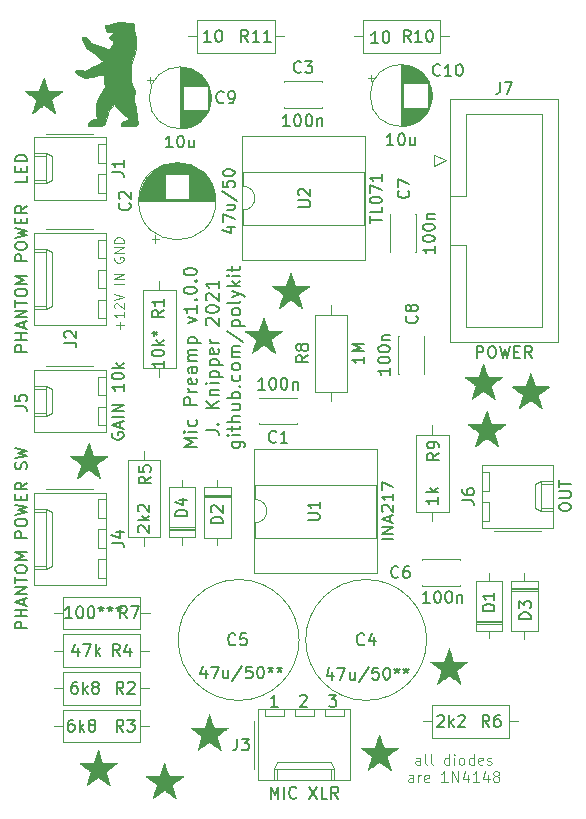
<source format=gbr>
%TF.GenerationSoftware,KiCad,Pcbnew,5.1.10-88a1d61d58~90~ubuntu21.04.1*%
%TF.CreationDate,2021-09-22T00:36:00+02:00*%
%TF.ProjectId,microphone-preamp,6d696372-6f70-4686-9f6e-652d70726561,v1.0.0*%
%TF.SameCoordinates,Original*%
%TF.FileFunction,Legend,Top*%
%TF.FilePolarity,Positive*%
%FSLAX46Y46*%
G04 Gerber Fmt 4.6, Leading zero omitted, Abs format (unit mm)*
G04 Created by KiCad (PCBNEW 5.1.10-88a1d61d58~90~ubuntu21.04.1) date 2021-09-22 00:36:00*
%MOMM*%
%LPD*%
G01*
G04 APERTURE LIST*
%ADD10C,0.150000*%
%ADD11C,0.100000*%
%ADD12C,0.200000*%
%ADD13C,0.120000*%
%ADD14C,0.010000*%
G04 APERTURE END LIST*
D10*
X144109523Y-117752380D02*
X143538095Y-117752380D01*
X143823809Y-117752380D02*
X143823809Y-116752380D01*
X143728571Y-116895238D01*
X143633333Y-116990476D01*
X143538095Y-117038095D01*
X146014285Y-116847619D02*
X146061904Y-116800000D01*
X146157142Y-116752380D01*
X146395238Y-116752380D01*
X146490476Y-116800000D01*
X146538095Y-116847619D01*
X146585714Y-116942857D01*
X146585714Y-117038095D01*
X146538095Y-117180952D01*
X145966666Y-117752380D01*
X146585714Y-117752380D01*
X148442857Y-116752380D02*
X149061904Y-116752380D01*
X148728571Y-117133333D01*
X148871428Y-117133333D01*
X148966666Y-117180952D01*
X149014285Y-117228571D01*
X149061904Y-117323809D01*
X149061904Y-117561904D01*
X149014285Y-117657142D01*
X148966666Y-117704761D01*
X148871428Y-117752380D01*
X148585714Y-117752380D01*
X148490476Y-117704761D01*
X148442857Y-117657142D01*
D11*
X156192857Y-122682142D02*
X156192857Y-122210714D01*
X156150000Y-122125000D01*
X156064285Y-122082142D01*
X155892857Y-122082142D01*
X155807142Y-122125000D01*
X156192857Y-122639285D02*
X156107142Y-122682142D01*
X155892857Y-122682142D01*
X155807142Y-122639285D01*
X155764285Y-122553571D01*
X155764285Y-122467857D01*
X155807142Y-122382142D01*
X155892857Y-122339285D01*
X156107142Y-122339285D01*
X156192857Y-122296428D01*
X156750000Y-122682142D02*
X156664285Y-122639285D01*
X156621428Y-122553571D01*
X156621428Y-121782142D01*
X157221428Y-122682142D02*
X157135714Y-122639285D01*
X157092857Y-122553571D01*
X157092857Y-121782142D01*
X158635714Y-122682142D02*
X158635714Y-121782142D01*
X158635714Y-122639285D02*
X158550000Y-122682142D01*
X158378571Y-122682142D01*
X158292857Y-122639285D01*
X158250000Y-122596428D01*
X158207142Y-122510714D01*
X158207142Y-122253571D01*
X158250000Y-122167857D01*
X158292857Y-122125000D01*
X158378571Y-122082142D01*
X158550000Y-122082142D01*
X158635714Y-122125000D01*
X159064285Y-122682142D02*
X159064285Y-122082142D01*
X159064285Y-121782142D02*
X159021428Y-121825000D01*
X159064285Y-121867857D01*
X159107142Y-121825000D01*
X159064285Y-121782142D01*
X159064285Y-121867857D01*
X159621428Y-122682142D02*
X159535714Y-122639285D01*
X159492857Y-122596428D01*
X159450000Y-122510714D01*
X159450000Y-122253571D01*
X159492857Y-122167857D01*
X159535714Y-122125000D01*
X159621428Y-122082142D01*
X159750000Y-122082142D01*
X159835714Y-122125000D01*
X159878571Y-122167857D01*
X159921428Y-122253571D01*
X159921428Y-122510714D01*
X159878571Y-122596428D01*
X159835714Y-122639285D01*
X159750000Y-122682142D01*
X159621428Y-122682142D01*
X160692857Y-122682142D02*
X160692857Y-121782142D01*
X160692857Y-122639285D02*
X160607142Y-122682142D01*
X160435714Y-122682142D01*
X160350000Y-122639285D01*
X160307142Y-122596428D01*
X160264285Y-122510714D01*
X160264285Y-122253571D01*
X160307142Y-122167857D01*
X160350000Y-122125000D01*
X160435714Y-122082142D01*
X160607142Y-122082142D01*
X160692857Y-122125000D01*
X161464285Y-122639285D02*
X161378571Y-122682142D01*
X161207142Y-122682142D01*
X161121428Y-122639285D01*
X161078571Y-122553571D01*
X161078571Y-122210714D01*
X161121428Y-122125000D01*
X161207142Y-122082142D01*
X161378571Y-122082142D01*
X161464285Y-122125000D01*
X161507142Y-122210714D01*
X161507142Y-122296428D01*
X161078571Y-122382142D01*
X161850000Y-122639285D02*
X161935714Y-122682142D01*
X162107142Y-122682142D01*
X162192857Y-122639285D01*
X162235714Y-122553571D01*
X162235714Y-122510714D01*
X162192857Y-122425000D01*
X162107142Y-122382142D01*
X161978571Y-122382142D01*
X161892857Y-122339285D01*
X161850000Y-122253571D01*
X161850000Y-122210714D01*
X161892857Y-122125000D01*
X161978571Y-122082142D01*
X162107142Y-122082142D01*
X162192857Y-122125000D01*
X155571428Y-124132142D02*
X155571428Y-123660714D01*
X155528571Y-123575000D01*
X155442857Y-123532142D01*
X155271428Y-123532142D01*
X155185714Y-123575000D01*
X155571428Y-124089285D02*
X155485714Y-124132142D01*
X155271428Y-124132142D01*
X155185714Y-124089285D01*
X155142857Y-124003571D01*
X155142857Y-123917857D01*
X155185714Y-123832142D01*
X155271428Y-123789285D01*
X155485714Y-123789285D01*
X155571428Y-123746428D01*
X156000000Y-124132142D02*
X156000000Y-123532142D01*
X156000000Y-123703571D02*
X156042857Y-123617857D01*
X156085714Y-123575000D01*
X156171428Y-123532142D01*
X156257142Y-123532142D01*
X156900000Y-124089285D02*
X156814285Y-124132142D01*
X156642857Y-124132142D01*
X156557142Y-124089285D01*
X156514285Y-124003571D01*
X156514285Y-123660714D01*
X156557142Y-123575000D01*
X156642857Y-123532142D01*
X156814285Y-123532142D01*
X156900000Y-123575000D01*
X156942857Y-123660714D01*
X156942857Y-123746428D01*
X156514285Y-123832142D01*
X158485714Y-124132142D02*
X157971428Y-124132142D01*
X158228571Y-124132142D02*
X158228571Y-123232142D01*
X158142857Y-123360714D01*
X158057142Y-123446428D01*
X157971428Y-123489285D01*
X158871428Y-124132142D02*
X158871428Y-123232142D01*
X159385714Y-124132142D01*
X159385714Y-123232142D01*
X160200000Y-123532142D02*
X160200000Y-124132142D01*
X159985714Y-123189285D02*
X159771428Y-123832142D01*
X160328571Y-123832142D01*
X161142857Y-124132142D02*
X160628571Y-124132142D01*
X160885714Y-124132142D02*
X160885714Y-123232142D01*
X160800000Y-123360714D01*
X160714285Y-123446428D01*
X160628571Y-123489285D01*
X161914285Y-123532142D02*
X161914285Y-124132142D01*
X161700000Y-123189285D02*
X161485714Y-123832142D01*
X162042857Y-123832142D01*
X162514285Y-123617857D02*
X162428571Y-123575000D01*
X162385714Y-123532142D01*
X162342857Y-123446428D01*
X162342857Y-123403571D01*
X162385714Y-123317857D01*
X162428571Y-123275000D01*
X162514285Y-123232142D01*
X162685714Y-123232142D01*
X162771428Y-123275000D01*
X162814285Y-123317857D01*
X162857142Y-123403571D01*
X162857142Y-123446428D01*
X162814285Y-123532142D01*
X162771428Y-123575000D01*
X162685714Y-123617857D01*
X162514285Y-123617857D01*
X162428571Y-123660714D01*
X162385714Y-123703571D01*
X162342857Y-123789285D01*
X162342857Y-123960714D01*
X162385714Y-124046428D01*
X162428571Y-124089285D01*
X162514285Y-124132142D01*
X162685714Y-124132142D01*
X162771428Y-124089285D01*
X162814285Y-124046428D01*
X162857142Y-123960714D01*
X162857142Y-123789285D01*
X162814285Y-123703571D01*
X162771428Y-123660714D01*
X162685714Y-123617857D01*
X130757142Y-85747619D02*
X130757142Y-85138095D01*
X131061904Y-85442857D02*
X130452380Y-85442857D01*
X131061904Y-84338095D02*
X131061904Y-84795238D01*
X131061904Y-84566666D02*
X130261904Y-84566666D01*
X130376190Y-84642857D01*
X130452380Y-84719047D01*
X130490476Y-84795238D01*
X130338095Y-84033333D02*
X130300000Y-83995238D01*
X130261904Y-83919047D01*
X130261904Y-83728571D01*
X130300000Y-83652380D01*
X130338095Y-83614285D01*
X130414285Y-83576190D01*
X130490476Y-83576190D01*
X130604761Y-83614285D01*
X131061904Y-84071428D01*
X131061904Y-83576190D01*
X130261904Y-83347619D02*
X131061904Y-83080952D01*
X130261904Y-82814285D01*
X131061904Y-81938095D02*
X130261904Y-81938095D01*
X131061904Y-81557142D02*
X130261904Y-81557142D01*
X131061904Y-81100000D01*
X130261904Y-81100000D01*
X130300000Y-79690476D02*
X130261904Y-79766666D01*
X130261904Y-79880952D01*
X130300000Y-79995238D01*
X130376190Y-80071428D01*
X130452380Y-80109523D01*
X130604761Y-80147619D01*
X130719047Y-80147619D01*
X130871428Y-80109523D01*
X130947619Y-80071428D01*
X131023809Y-79995238D01*
X131061904Y-79880952D01*
X131061904Y-79804761D01*
X131023809Y-79690476D01*
X130985714Y-79652380D01*
X130719047Y-79652380D01*
X130719047Y-79804761D01*
X131061904Y-79309523D02*
X130261904Y-79309523D01*
X131061904Y-78852380D01*
X130261904Y-78852380D01*
X131061904Y-78471428D02*
X130261904Y-78471428D01*
X130261904Y-78280952D01*
X130300000Y-78166666D01*
X130376190Y-78090476D01*
X130452380Y-78052380D01*
X130604761Y-78014285D01*
X130719047Y-78014285D01*
X130871428Y-78052380D01*
X130947619Y-78090476D01*
X131023809Y-78166666D01*
X131061904Y-78280952D01*
X131061904Y-78471428D01*
D12*
X137247619Y-95742857D02*
X136147619Y-95742857D01*
X136933333Y-95376190D01*
X136147619Y-95009523D01*
X137247619Y-95009523D01*
X137247619Y-94485714D02*
X136514285Y-94485714D01*
X136147619Y-94485714D02*
X136200000Y-94538095D01*
X136252380Y-94485714D01*
X136200000Y-94433333D01*
X136147619Y-94485714D01*
X136252380Y-94485714D01*
X137195238Y-93490476D02*
X137247619Y-93595238D01*
X137247619Y-93804761D01*
X137195238Y-93909523D01*
X137142857Y-93961904D01*
X137038095Y-94014285D01*
X136723809Y-94014285D01*
X136619047Y-93961904D01*
X136566666Y-93909523D01*
X136514285Y-93804761D01*
X136514285Y-93595238D01*
X136566666Y-93490476D01*
X137247619Y-92180952D02*
X136147619Y-92180952D01*
X136147619Y-91761904D01*
X136200000Y-91657142D01*
X136252380Y-91604761D01*
X136357142Y-91552380D01*
X136514285Y-91552380D01*
X136619047Y-91604761D01*
X136671428Y-91657142D01*
X136723809Y-91761904D01*
X136723809Y-92180952D01*
X137247619Y-91080952D02*
X136514285Y-91080952D01*
X136723809Y-91080952D02*
X136619047Y-91028571D01*
X136566666Y-90976190D01*
X136514285Y-90871428D01*
X136514285Y-90766666D01*
X137195238Y-89980952D02*
X137247619Y-90085714D01*
X137247619Y-90295238D01*
X137195238Y-90400000D01*
X137090476Y-90452380D01*
X136671428Y-90452380D01*
X136566666Y-90400000D01*
X136514285Y-90295238D01*
X136514285Y-90085714D01*
X136566666Y-89980952D01*
X136671428Y-89928571D01*
X136776190Y-89928571D01*
X136880952Y-90452380D01*
X137247619Y-88985714D02*
X136671428Y-88985714D01*
X136566666Y-89038095D01*
X136514285Y-89142857D01*
X136514285Y-89352380D01*
X136566666Y-89457142D01*
X137195238Y-88985714D02*
X137247619Y-89090476D01*
X137247619Y-89352380D01*
X137195238Y-89457142D01*
X137090476Y-89509523D01*
X136985714Y-89509523D01*
X136880952Y-89457142D01*
X136828571Y-89352380D01*
X136828571Y-89090476D01*
X136776190Y-88985714D01*
X137247619Y-88461904D02*
X136514285Y-88461904D01*
X136619047Y-88461904D02*
X136566666Y-88409523D01*
X136514285Y-88304761D01*
X136514285Y-88147619D01*
X136566666Y-88042857D01*
X136671428Y-87990476D01*
X137247619Y-87990476D01*
X136671428Y-87990476D02*
X136566666Y-87938095D01*
X136514285Y-87833333D01*
X136514285Y-87676190D01*
X136566666Y-87571428D01*
X136671428Y-87519047D01*
X137247619Y-87519047D01*
X136514285Y-86995238D02*
X137614285Y-86995238D01*
X136566666Y-86995238D02*
X136514285Y-86890476D01*
X136514285Y-86680952D01*
X136566666Y-86576190D01*
X136619047Y-86523809D01*
X136723809Y-86471428D01*
X137038095Y-86471428D01*
X137142857Y-86523809D01*
X137195238Y-86576190D01*
X137247619Y-86680952D01*
X137247619Y-86890476D01*
X137195238Y-86995238D01*
X136514285Y-85266666D02*
X137247619Y-85004761D01*
X136514285Y-84742857D01*
X137247619Y-83747619D02*
X137247619Y-84376190D01*
X137247619Y-84061904D02*
X136147619Y-84061904D01*
X136304761Y-84166666D01*
X136409523Y-84271428D01*
X136461904Y-84376190D01*
X137142857Y-83276190D02*
X137195238Y-83223809D01*
X137247619Y-83276190D01*
X137195238Y-83328571D01*
X137142857Y-83276190D01*
X137247619Y-83276190D01*
X136147619Y-82542857D02*
X136147619Y-82438095D01*
X136200000Y-82333333D01*
X136252380Y-82280952D01*
X136357142Y-82228571D01*
X136566666Y-82176190D01*
X136828571Y-82176190D01*
X137038095Y-82228571D01*
X137142857Y-82280952D01*
X137195238Y-82333333D01*
X137247619Y-82438095D01*
X137247619Y-82542857D01*
X137195238Y-82647619D01*
X137142857Y-82700000D01*
X137038095Y-82752380D01*
X136828571Y-82804761D01*
X136566666Y-82804761D01*
X136357142Y-82752380D01*
X136252380Y-82700000D01*
X136200000Y-82647619D01*
X136147619Y-82542857D01*
X137142857Y-81704761D02*
X137195238Y-81652380D01*
X137247619Y-81704761D01*
X137195238Y-81757142D01*
X137142857Y-81704761D01*
X137247619Y-81704761D01*
X136147619Y-80971428D02*
X136147619Y-80866666D01*
X136200000Y-80761904D01*
X136252380Y-80709523D01*
X136357142Y-80657142D01*
X136566666Y-80604761D01*
X136828571Y-80604761D01*
X137038095Y-80657142D01*
X137142857Y-80709523D01*
X137195238Y-80761904D01*
X137247619Y-80866666D01*
X137247619Y-80971428D01*
X137195238Y-81076190D01*
X137142857Y-81128571D01*
X137038095Y-81180952D01*
X136828571Y-81233333D01*
X136566666Y-81233333D01*
X136357142Y-81180952D01*
X136252380Y-81128571D01*
X136200000Y-81076190D01*
X136147619Y-80971428D01*
X137997619Y-94354761D02*
X138783333Y-94354761D01*
X138940476Y-94407142D01*
X139045238Y-94511904D01*
X139097619Y-94669047D01*
X139097619Y-94773809D01*
X138992857Y-93830952D02*
X139045238Y-93778571D01*
X139097619Y-93830952D01*
X139045238Y-93883333D01*
X138992857Y-93830952D01*
X139097619Y-93830952D01*
X139097619Y-92469047D02*
X137997619Y-92469047D01*
X139097619Y-91840476D02*
X138469047Y-92311904D01*
X137997619Y-91840476D02*
X138626190Y-92469047D01*
X138364285Y-91369047D02*
X139097619Y-91369047D01*
X138469047Y-91369047D02*
X138416666Y-91316666D01*
X138364285Y-91211904D01*
X138364285Y-91054761D01*
X138416666Y-90950000D01*
X138521428Y-90897619D01*
X139097619Y-90897619D01*
X139097619Y-90373809D02*
X138364285Y-90373809D01*
X137997619Y-90373809D02*
X138050000Y-90426190D01*
X138102380Y-90373809D01*
X138050000Y-90321428D01*
X137997619Y-90373809D01*
X138102380Y-90373809D01*
X138364285Y-89850000D02*
X139464285Y-89850000D01*
X138416666Y-89850000D02*
X138364285Y-89745238D01*
X138364285Y-89535714D01*
X138416666Y-89430952D01*
X138469047Y-89378571D01*
X138573809Y-89326190D01*
X138888095Y-89326190D01*
X138992857Y-89378571D01*
X139045238Y-89430952D01*
X139097619Y-89535714D01*
X139097619Y-89745238D01*
X139045238Y-89850000D01*
X138364285Y-88854761D02*
X139464285Y-88854761D01*
X138416666Y-88854761D02*
X138364285Y-88750000D01*
X138364285Y-88540476D01*
X138416666Y-88435714D01*
X138469047Y-88383333D01*
X138573809Y-88330952D01*
X138888095Y-88330952D01*
X138992857Y-88383333D01*
X139045238Y-88435714D01*
X139097619Y-88540476D01*
X139097619Y-88750000D01*
X139045238Y-88854761D01*
X139045238Y-87440476D02*
X139097619Y-87545238D01*
X139097619Y-87754761D01*
X139045238Y-87859523D01*
X138940476Y-87911904D01*
X138521428Y-87911904D01*
X138416666Y-87859523D01*
X138364285Y-87754761D01*
X138364285Y-87545238D01*
X138416666Y-87440476D01*
X138521428Y-87388095D01*
X138626190Y-87388095D01*
X138730952Y-87911904D01*
X139097619Y-86916666D02*
X138364285Y-86916666D01*
X138573809Y-86916666D02*
X138469047Y-86864285D01*
X138416666Y-86811904D01*
X138364285Y-86707142D01*
X138364285Y-86602380D01*
X138102380Y-85450000D02*
X138050000Y-85397619D01*
X137997619Y-85292857D01*
X137997619Y-85030952D01*
X138050000Y-84926190D01*
X138102380Y-84873809D01*
X138207142Y-84821428D01*
X138311904Y-84821428D01*
X138469047Y-84873809D01*
X139097619Y-85502380D01*
X139097619Y-84821428D01*
X137997619Y-84140476D02*
X137997619Y-84035714D01*
X138050000Y-83930952D01*
X138102380Y-83878571D01*
X138207142Y-83826190D01*
X138416666Y-83773809D01*
X138678571Y-83773809D01*
X138888095Y-83826190D01*
X138992857Y-83878571D01*
X139045238Y-83930952D01*
X139097619Y-84035714D01*
X139097619Y-84140476D01*
X139045238Y-84245238D01*
X138992857Y-84297619D01*
X138888095Y-84350000D01*
X138678571Y-84402380D01*
X138416666Y-84402380D01*
X138207142Y-84350000D01*
X138102380Y-84297619D01*
X138050000Y-84245238D01*
X137997619Y-84140476D01*
X138102380Y-83354761D02*
X138050000Y-83302380D01*
X137997619Y-83197619D01*
X137997619Y-82935714D01*
X138050000Y-82830952D01*
X138102380Y-82778571D01*
X138207142Y-82726190D01*
X138311904Y-82726190D01*
X138469047Y-82778571D01*
X139097619Y-83407142D01*
X139097619Y-82726190D01*
X139097619Y-81678571D02*
X139097619Y-82307142D01*
X139097619Y-81992857D02*
X137997619Y-81992857D01*
X138154761Y-82097619D01*
X138259523Y-82202380D01*
X138311904Y-82307142D01*
X140214285Y-95297619D02*
X141104761Y-95297619D01*
X141209523Y-95350000D01*
X141261904Y-95402380D01*
X141314285Y-95507142D01*
X141314285Y-95664285D01*
X141261904Y-95769047D01*
X140895238Y-95297619D02*
X140947619Y-95402380D01*
X140947619Y-95611904D01*
X140895238Y-95716666D01*
X140842857Y-95769047D01*
X140738095Y-95821428D01*
X140423809Y-95821428D01*
X140319047Y-95769047D01*
X140266666Y-95716666D01*
X140214285Y-95611904D01*
X140214285Y-95402380D01*
X140266666Y-95297619D01*
X140947619Y-94773809D02*
X140214285Y-94773809D01*
X139847619Y-94773809D02*
X139900000Y-94826190D01*
X139952380Y-94773809D01*
X139900000Y-94721428D01*
X139847619Y-94773809D01*
X139952380Y-94773809D01*
X140214285Y-94407142D02*
X140214285Y-93988095D01*
X139847619Y-94250000D02*
X140790476Y-94250000D01*
X140895238Y-94197619D01*
X140947619Y-94092857D01*
X140947619Y-93988095D01*
X140947619Y-93621428D02*
X139847619Y-93621428D01*
X140947619Y-93150000D02*
X140371428Y-93150000D01*
X140266666Y-93202380D01*
X140214285Y-93307142D01*
X140214285Y-93464285D01*
X140266666Y-93569047D01*
X140319047Y-93621428D01*
X140214285Y-92154761D02*
X140947619Y-92154761D01*
X140214285Y-92626190D02*
X140790476Y-92626190D01*
X140895238Y-92573809D01*
X140947619Y-92469047D01*
X140947619Y-92311904D01*
X140895238Y-92207142D01*
X140842857Y-92154761D01*
X140947619Y-91630952D02*
X139847619Y-91630952D01*
X140266666Y-91630952D02*
X140214285Y-91526190D01*
X140214285Y-91316666D01*
X140266666Y-91211904D01*
X140319047Y-91159523D01*
X140423809Y-91107142D01*
X140738095Y-91107142D01*
X140842857Y-91159523D01*
X140895238Y-91211904D01*
X140947619Y-91316666D01*
X140947619Y-91526190D01*
X140895238Y-91630952D01*
X140842857Y-90635714D02*
X140895238Y-90583333D01*
X140947619Y-90635714D01*
X140895238Y-90688095D01*
X140842857Y-90635714D01*
X140947619Y-90635714D01*
X140895238Y-89640476D02*
X140947619Y-89745238D01*
X140947619Y-89954761D01*
X140895238Y-90059523D01*
X140842857Y-90111904D01*
X140738095Y-90164285D01*
X140423809Y-90164285D01*
X140319047Y-90111904D01*
X140266666Y-90059523D01*
X140214285Y-89954761D01*
X140214285Y-89745238D01*
X140266666Y-89640476D01*
X140947619Y-89011904D02*
X140895238Y-89116666D01*
X140842857Y-89169047D01*
X140738095Y-89221428D01*
X140423809Y-89221428D01*
X140319047Y-89169047D01*
X140266666Y-89116666D01*
X140214285Y-89011904D01*
X140214285Y-88854761D01*
X140266666Y-88750000D01*
X140319047Y-88697619D01*
X140423809Y-88645238D01*
X140738095Y-88645238D01*
X140842857Y-88697619D01*
X140895238Y-88750000D01*
X140947619Y-88854761D01*
X140947619Y-89011904D01*
X140947619Y-88173809D02*
X140214285Y-88173809D01*
X140319047Y-88173809D02*
X140266666Y-88121428D01*
X140214285Y-88016666D01*
X140214285Y-87859523D01*
X140266666Y-87754761D01*
X140371428Y-87702380D01*
X140947619Y-87702380D01*
X140371428Y-87702380D02*
X140266666Y-87650000D01*
X140214285Y-87545238D01*
X140214285Y-87388095D01*
X140266666Y-87283333D01*
X140371428Y-87230952D01*
X140947619Y-87230952D01*
X139795238Y-85921428D02*
X141209523Y-86864285D01*
X140214285Y-85554761D02*
X141314285Y-85554761D01*
X140266666Y-85554761D02*
X140214285Y-85450000D01*
X140214285Y-85240476D01*
X140266666Y-85135714D01*
X140319047Y-85083333D01*
X140423809Y-85030952D01*
X140738095Y-85030952D01*
X140842857Y-85083333D01*
X140895238Y-85135714D01*
X140947619Y-85240476D01*
X140947619Y-85450000D01*
X140895238Y-85554761D01*
X140947619Y-84402380D02*
X140895238Y-84507142D01*
X140842857Y-84559523D01*
X140738095Y-84611904D01*
X140423809Y-84611904D01*
X140319047Y-84559523D01*
X140266666Y-84507142D01*
X140214285Y-84402380D01*
X140214285Y-84245238D01*
X140266666Y-84140476D01*
X140319047Y-84088095D01*
X140423809Y-84035714D01*
X140738095Y-84035714D01*
X140842857Y-84088095D01*
X140895238Y-84140476D01*
X140947619Y-84245238D01*
X140947619Y-84402380D01*
X140947619Y-83407142D02*
X140895238Y-83511904D01*
X140790476Y-83564285D01*
X139847619Y-83564285D01*
X140214285Y-83092857D02*
X140947619Y-82830952D01*
X140214285Y-82569047D02*
X140947619Y-82830952D01*
X141209523Y-82935714D01*
X141261904Y-82988095D01*
X141314285Y-83092857D01*
X140947619Y-82150000D02*
X139847619Y-82150000D01*
X140528571Y-82045238D02*
X140947619Y-81730952D01*
X140214285Y-81730952D02*
X140633333Y-82150000D01*
X140947619Y-81259523D02*
X140214285Y-81259523D01*
X139847619Y-81259523D02*
X139900000Y-81311904D01*
X139952380Y-81259523D01*
X139900000Y-81207142D01*
X139847619Y-81259523D01*
X139952380Y-81259523D01*
X140214285Y-80892857D02*
X140214285Y-80473809D01*
X139847619Y-80735714D02*
X140790476Y-80735714D01*
X140895238Y-80683333D01*
X140947619Y-80578571D01*
X140947619Y-80473809D01*
D13*
%TO.C,C2*%
X133446000Y-78135241D02*
X134076000Y-78135241D01*
X133761000Y-78450241D02*
X133761000Y-77820241D01*
X135198000Y-71709000D02*
X136002000Y-71709000D01*
X134967000Y-71749000D02*
X136233000Y-71749000D01*
X134798000Y-71789000D02*
X136402000Y-71789000D01*
X134660000Y-71829000D02*
X136540000Y-71829000D01*
X134541000Y-71869000D02*
X136659000Y-71869000D01*
X134435000Y-71909000D02*
X136765000Y-71909000D01*
X134338000Y-71949000D02*
X136862000Y-71949000D01*
X134250000Y-71989000D02*
X136950000Y-71989000D01*
X134168000Y-72029000D02*
X137032000Y-72029000D01*
X134091000Y-72069000D02*
X137109000Y-72069000D01*
X134019000Y-72109000D02*
X137181000Y-72109000D01*
X133950000Y-72149000D02*
X137250000Y-72149000D01*
X133886000Y-72189000D02*
X137314000Y-72189000D01*
X133824000Y-72229000D02*
X137376000Y-72229000D01*
X133766000Y-72269000D02*
X137434000Y-72269000D01*
X133710000Y-72309000D02*
X137490000Y-72309000D01*
X133656000Y-72349000D02*
X137544000Y-72349000D01*
X133605000Y-72389000D02*
X137595000Y-72389000D01*
X133556000Y-72429000D02*
X137644000Y-72429000D01*
X133508000Y-72469000D02*
X137692000Y-72469000D01*
X133463000Y-72509000D02*
X137737000Y-72509000D01*
X133418000Y-72549000D02*
X137782000Y-72549000D01*
X133376000Y-72589000D02*
X137824000Y-72589000D01*
X133335000Y-72629000D02*
X137865000Y-72629000D01*
X136640000Y-72669000D02*
X137905000Y-72669000D01*
X133295000Y-72669000D02*
X134560000Y-72669000D01*
X136640000Y-72709000D02*
X137943000Y-72709000D01*
X133257000Y-72709000D02*
X134560000Y-72709000D01*
X136640000Y-72749000D02*
X137980000Y-72749000D01*
X133220000Y-72749000D02*
X134560000Y-72749000D01*
X136640000Y-72789000D02*
X138016000Y-72789000D01*
X133184000Y-72789000D02*
X134560000Y-72789000D01*
X136640000Y-72829000D02*
X138050000Y-72829000D01*
X133150000Y-72829000D02*
X134560000Y-72829000D01*
X136640000Y-72869000D02*
X138084000Y-72869000D01*
X133116000Y-72869000D02*
X134560000Y-72869000D01*
X136640000Y-72909000D02*
X138116000Y-72909000D01*
X133084000Y-72909000D02*
X134560000Y-72909000D01*
X136640000Y-72949000D02*
X138148000Y-72949000D01*
X133052000Y-72949000D02*
X134560000Y-72949000D01*
X136640000Y-72989000D02*
X138178000Y-72989000D01*
X133022000Y-72989000D02*
X134560000Y-72989000D01*
X136640000Y-73029000D02*
X138207000Y-73029000D01*
X132993000Y-73029000D02*
X134560000Y-73029000D01*
X136640000Y-73069000D02*
X138236000Y-73069000D01*
X132964000Y-73069000D02*
X134560000Y-73069000D01*
X136640000Y-73109000D02*
X138264000Y-73109000D01*
X132936000Y-73109000D02*
X134560000Y-73109000D01*
X136640000Y-73149000D02*
X138290000Y-73149000D01*
X132910000Y-73149000D02*
X134560000Y-73149000D01*
X136640000Y-73189000D02*
X138316000Y-73189000D01*
X132884000Y-73189000D02*
X134560000Y-73189000D01*
X136640000Y-73229000D02*
X138342000Y-73229000D01*
X132858000Y-73229000D02*
X134560000Y-73229000D01*
X136640000Y-73269000D02*
X138366000Y-73269000D01*
X132834000Y-73269000D02*
X134560000Y-73269000D01*
X136640000Y-73309000D02*
X138390000Y-73309000D01*
X132810000Y-73309000D02*
X134560000Y-73309000D01*
X136640000Y-73349000D02*
X138412000Y-73349000D01*
X132788000Y-73349000D02*
X134560000Y-73349000D01*
X136640000Y-73389000D02*
X138434000Y-73389000D01*
X132766000Y-73389000D02*
X134560000Y-73389000D01*
X136640000Y-73429000D02*
X138456000Y-73429000D01*
X132744000Y-73429000D02*
X134560000Y-73429000D01*
X136640000Y-73469000D02*
X138476000Y-73469000D01*
X132724000Y-73469000D02*
X134560000Y-73469000D01*
X136640000Y-73509000D02*
X138496000Y-73509000D01*
X132704000Y-73509000D02*
X134560000Y-73509000D01*
X136640000Y-73549000D02*
X138516000Y-73549000D01*
X132684000Y-73549000D02*
X134560000Y-73549000D01*
X136640000Y-73589000D02*
X138534000Y-73589000D01*
X132666000Y-73589000D02*
X134560000Y-73589000D01*
X136640000Y-73629000D02*
X138552000Y-73629000D01*
X132648000Y-73629000D02*
X134560000Y-73629000D01*
X136640000Y-73669000D02*
X138570000Y-73669000D01*
X132630000Y-73669000D02*
X134560000Y-73669000D01*
X136640000Y-73709000D02*
X138586000Y-73709000D01*
X132614000Y-73709000D02*
X134560000Y-73709000D01*
X136640000Y-73749000D02*
X138602000Y-73749000D01*
X132598000Y-73749000D02*
X134560000Y-73749000D01*
X136640000Y-73789000D02*
X138618000Y-73789000D01*
X132582000Y-73789000D02*
X134560000Y-73789000D01*
X136640000Y-73829000D02*
X138633000Y-73829000D01*
X132567000Y-73829000D02*
X134560000Y-73829000D01*
X136640000Y-73869000D02*
X138647000Y-73869000D01*
X132553000Y-73869000D02*
X134560000Y-73869000D01*
X136640000Y-73909000D02*
X138661000Y-73909000D01*
X132539000Y-73909000D02*
X134560000Y-73909000D01*
X136640000Y-73949000D02*
X138674000Y-73949000D01*
X132526000Y-73949000D02*
X134560000Y-73949000D01*
X136640000Y-73989000D02*
X138686000Y-73989000D01*
X132514000Y-73989000D02*
X134560000Y-73989000D01*
X136640000Y-74029000D02*
X138698000Y-74029000D01*
X132502000Y-74029000D02*
X134560000Y-74029000D01*
X136640000Y-74069000D02*
X138710000Y-74069000D01*
X132490000Y-74069000D02*
X134560000Y-74069000D01*
X136640000Y-74109000D02*
X138721000Y-74109000D01*
X132479000Y-74109000D02*
X134560000Y-74109000D01*
X136640000Y-74149000D02*
X138731000Y-74149000D01*
X132469000Y-74149000D02*
X134560000Y-74149000D01*
X136640000Y-74189000D02*
X138741000Y-74189000D01*
X132459000Y-74189000D02*
X134560000Y-74189000D01*
X136640000Y-74229000D02*
X138750000Y-74229000D01*
X132450000Y-74229000D02*
X134560000Y-74229000D01*
X136640000Y-74270000D02*
X138759000Y-74270000D01*
X132441000Y-74270000D02*
X134560000Y-74270000D01*
X136640000Y-74310000D02*
X138767000Y-74310000D01*
X132433000Y-74310000D02*
X134560000Y-74310000D01*
X136640000Y-74350000D02*
X138775000Y-74350000D01*
X132425000Y-74350000D02*
X134560000Y-74350000D01*
X136640000Y-74390000D02*
X138782000Y-74390000D01*
X132418000Y-74390000D02*
X134560000Y-74390000D01*
X136640000Y-74430000D02*
X138789000Y-74430000D01*
X132411000Y-74430000D02*
X134560000Y-74430000D01*
X136640000Y-74470000D02*
X138795000Y-74470000D01*
X132405000Y-74470000D02*
X134560000Y-74470000D01*
X136640000Y-74510000D02*
X138801000Y-74510000D01*
X132399000Y-74510000D02*
X134560000Y-74510000D01*
X136640000Y-74550000D02*
X138806000Y-74550000D01*
X132394000Y-74550000D02*
X134560000Y-74550000D01*
X136640000Y-74590000D02*
X138811000Y-74590000D01*
X132389000Y-74590000D02*
X134560000Y-74590000D01*
X136640000Y-74630000D02*
X138815000Y-74630000D01*
X132385000Y-74630000D02*
X134560000Y-74630000D01*
X136640000Y-74670000D02*
X138818000Y-74670000D01*
X132382000Y-74670000D02*
X134560000Y-74670000D01*
X136640000Y-74710000D02*
X138822000Y-74710000D01*
X132378000Y-74710000D02*
X134560000Y-74710000D01*
X132376000Y-74750000D02*
X138824000Y-74750000D01*
X132373000Y-74790000D02*
X138827000Y-74790000D01*
X132372000Y-74830000D02*
X138828000Y-74830000D01*
X132370000Y-74870000D02*
X138830000Y-74870000D01*
X132370000Y-74910000D02*
X138830000Y-74910000D01*
X132370000Y-74950000D02*
X138830000Y-74950000D01*
X138870000Y-74950000D02*
G75*
G03*
X138870000Y-74950000I-3270000J0D01*
G01*
D14*
%TO.C,G\u002A\u002A\u002A*%
G36*
X128106677Y-95422320D02*
G01*
X128121995Y-95463819D01*
X128144719Y-95528931D01*
X128173725Y-95614338D01*
X128207885Y-95716724D01*
X128246076Y-95832773D01*
X128287172Y-95959167D01*
X128291089Y-95971290D01*
X128473062Y-96534831D01*
X129073666Y-96534853D01*
X129225941Y-96535235D01*
X129359529Y-96536334D01*
X129472155Y-96538093D01*
X129561543Y-96540456D01*
X129625418Y-96543366D01*
X129661503Y-96546768D01*
X129668979Y-96549566D01*
X129655324Y-96561945D01*
X129618805Y-96590683D01*
X129562336Y-96633601D01*
X129488829Y-96688524D01*
X129401198Y-96753274D01*
X129302358Y-96825672D01*
X129197728Y-96901728D01*
X129090586Y-96979708D01*
X128991711Y-97052409D01*
X128904040Y-97117615D01*
X128830507Y-97173110D01*
X128774051Y-97216680D01*
X128737606Y-97246107D01*
X128724151Y-97259048D01*
X128726922Y-97278768D01*
X128738537Y-97324581D01*
X128757810Y-97392453D01*
X128783555Y-97478352D01*
X128814589Y-97578245D01*
X128849726Y-97688101D01*
X128855087Y-97704605D01*
X128908684Y-97869454D01*
X128953105Y-98006577D01*
X128989081Y-98118413D01*
X129017344Y-98207400D01*
X129038626Y-98275978D01*
X129053659Y-98326584D01*
X129063174Y-98361657D01*
X129067902Y-98383637D01*
X129068576Y-98394961D01*
X129065927Y-98398069D01*
X129062779Y-98396844D01*
X129046127Y-98385226D01*
X129006807Y-98357099D01*
X128947825Y-98314634D01*
X128872185Y-98260002D01*
X128782895Y-98195374D01*
X128682959Y-98122920D01*
X128579307Y-98047662D01*
X128472263Y-97970161D01*
X128373137Y-97898914D01*
X128284891Y-97836011D01*
X128210487Y-97783542D01*
X128152887Y-97743596D01*
X128115054Y-97718262D01*
X128100018Y-97709625D01*
X128084379Y-97718646D01*
X128046071Y-97744318D01*
X127988057Y-97784552D01*
X127913298Y-97837261D01*
X127824757Y-97900357D01*
X127725395Y-97971751D01*
X127620390Y-98047745D01*
X127512992Y-98125687D01*
X127413347Y-98197901D01*
X127324461Y-98262218D01*
X127249338Y-98316468D01*
X127190981Y-98358481D01*
X127152396Y-98386088D01*
X127136714Y-98397041D01*
X127130369Y-98390379D01*
X127135458Y-98357448D01*
X127146704Y-98316889D01*
X127158664Y-98278898D01*
X127179003Y-98215322D01*
X127206238Y-98130757D01*
X127238884Y-98029798D01*
X127275457Y-97917041D01*
X127314473Y-97797079D01*
X127329102Y-97752183D01*
X127366845Y-97635078D01*
X127400766Y-97527258D01*
X127429732Y-97432523D01*
X127452614Y-97354674D01*
X127468281Y-97297513D01*
X127475602Y-97264842D01*
X127475813Y-97258958D01*
X127461604Y-97245397D01*
X127424515Y-97215541D01*
X127367471Y-97171593D01*
X127293397Y-97115758D01*
X127205216Y-97050240D01*
X127105853Y-96977243D01*
X126998286Y-96899011D01*
X126891085Y-96821105D01*
X126792474Y-96748831D01*
X126705314Y-96684331D01*
X126632465Y-96629749D01*
X126576785Y-96587226D01*
X126541136Y-96558907D01*
X126528377Y-96546933D01*
X126528374Y-96546892D01*
X126543673Y-96544194D01*
X126587262Y-96541701D01*
X126655682Y-96539484D01*
X126745475Y-96537613D01*
X126853180Y-96536157D01*
X126975340Y-96535187D01*
X127108495Y-96534772D01*
X127127656Y-96534762D01*
X127726937Y-96534650D01*
X127908801Y-95971200D01*
X127950088Y-95844023D01*
X127988576Y-95726885D01*
X128023140Y-95623102D01*
X128052654Y-95535993D01*
X128075994Y-95468875D01*
X128092035Y-95425063D01*
X128099652Y-95407877D01*
X128099890Y-95407750D01*
X128106677Y-95422320D01*
G37*
X128106677Y-95422320D02*
X128121995Y-95463819D01*
X128144719Y-95528931D01*
X128173725Y-95614338D01*
X128207885Y-95716724D01*
X128246076Y-95832773D01*
X128287172Y-95959167D01*
X128291089Y-95971290D01*
X128473062Y-96534831D01*
X129073666Y-96534853D01*
X129225941Y-96535235D01*
X129359529Y-96536334D01*
X129472155Y-96538093D01*
X129561543Y-96540456D01*
X129625418Y-96543366D01*
X129661503Y-96546768D01*
X129668979Y-96549566D01*
X129655324Y-96561945D01*
X129618805Y-96590683D01*
X129562336Y-96633601D01*
X129488829Y-96688524D01*
X129401198Y-96753274D01*
X129302358Y-96825672D01*
X129197728Y-96901728D01*
X129090586Y-96979708D01*
X128991711Y-97052409D01*
X128904040Y-97117615D01*
X128830507Y-97173110D01*
X128774051Y-97216680D01*
X128737606Y-97246107D01*
X128724151Y-97259048D01*
X128726922Y-97278768D01*
X128738537Y-97324581D01*
X128757810Y-97392453D01*
X128783555Y-97478352D01*
X128814589Y-97578245D01*
X128849726Y-97688101D01*
X128855087Y-97704605D01*
X128908684Y-97869454D01*
X128953105Y-98006577D01*
X128989081Y-98118413D01*
X129017344Y-98207400D01*
X129038626Y-98275978D01*
X129053659Y-98326584D01*
X129063174Y-98361657D01*
X129067902Y-98383637D01*
X129068576Y-98394961D01*
X129065927Y-98398069D01*
X129062779Y-98396844D01*
X129046127Y-98385226D01*
X129006807Y-98357099D01*
X128947825Y-98314634D01*
X128872185Y-98260002D01*
X128782895Y-98195374D01*
X128682959Y-98122920D01*
X128579307Y-98047662D01*
X128472263Y-97970161D01*
X128373137Y-97898914D01*
X128284891Y-97836011D01*
X128210487Y-97783542D01*
X128152887Y-97743596D01*
X128115054Y-97718262D01*
X128100018Y-97709625D01*
X128084379Y-97718646D01*
X128046071Y-97744318D01*
X127988057Y-97784552D01*
X127913298Y-97837261D01*
X127824757Y-97900357D01*
X127725395Y-97971751D01*
X127620390Y-98047745D01*
X127512992Y-98125687D01*
X127413347Y-98197901D01*
X127324461Y-98262218D01*
X127249338Y-98316468D01*
X127190981Y-98358481D01*
X127152396Y-98386088D01*
X127136714Y-98397041D01*
X127130369Y-98390379D01*
X127135458Y-98357448D01*
X127146704Y-98316889D01*
X127158664Y-98278898D01*
X127179003Y-98215322D01*
X127206238Y-98130757D01*
X127238884Y-98029798D01*
X127275457Y-97917041D01*
X127314473Y-97797079D01*
X127329102Y-97752183D01*
X127366845Y-97635078D01*
X127400766Y-97527258D01*
X127429732Y-97432523D01*
X127452614Y-97354674D01*
X127468281Y-97297513D01*
X127475602Y-97264842D01*
X127475813Y-97258958D01*
X127461604Y-97245397D01*
X127424515Y-97215541D01*
X127367471Y-97171593D01*
X127293397Y-97115758D01*
X127205216Y-97050240D01*
X127105853Y-96977243D01*
X126998286Y-96899011D01*
X126891085Y-96821105D01*
X126792474Y-96748831D01*
X126705314Y-96684331D01*
X126632465Y-96629749D01*
X126576785Y-96587226D01*
X126541136Y-96558907D01*
X126528377Y-96546933D01*
X126528374Y-96546892D01*
X126543673Y-96544194D01*
X126587262Y-96541701D01*
X126655682Y-96539484D01*
X126745475Y-96537613D01*
X126853180Y-96536157D01*
X126975340Y-96535187D01*
X127108495Y-96534772D01*
X127127656Y-96534762D01*
X127726937Y-96534650D01*
X127908801Y-95971200D01*
X127950088Y-95844023D01*
X127988576Y-95726885D01*
X128023140Y-95623102D01*
X128052654Y-95535993D01*
X128075994Y-95468875D01*
X128092035Y-95425063D01*
X128099652Y-95407877D01*
X128099890Y-95407750D01*
X128106677Y-95422320D01*
D13*
%TO.C,C5*%
X145920000Y-112100000D02*
G75*
G03*
X145920000Y-112100000I-5120000J0D01*
G01*
%TO.C,C4*%
X156720000Y-112100000D02*
G75*
G03*
X156720000Y-112100000I-5120000J0D01*
G01*
D14*
%TO.C,G\u002A\u002A\u002A*%
G36*
X124306677Y-64522320D02*
G01*
X124321995Y-64563819D01*
X124344719Y-64628931D01*
X124373725Y-64714338D01*
X124407885Y-64816724D01*
X124446076Y-64932773D01*
X124487172Y-65059167D01*
X124491089Y-65071290D01*
X124673062Y-65634831D01*
X125273666Y-65634853D01*
X125425941Y-65635235D01*
X125559529Y-65636334D01*
X125672155Y-65638093D01*
X125761543Y-65640456D01*
X125825418Y-65643366D01*
X125861503Y-65646768D01*
X125868979Y-65649566D01*
X125855324Y-65661945D01*
X125818805Y-65690683D01*
X125762336Y-65733601D01*
X125688829Y-65788524D01*
X125601198Y-65853274D01*
X125502358Y-65925672D01*
X125397728Y-66001728D01*
X125290586Y-66079708D01*
X125191711Y-66152409D01*
X125104040Y-66217615D01*
X125030507Y-66273110D01*
X124974051Y-66316680D01*
X124937606Y-66346107D01*
X124924151Y-66359048D01*
X124926922Y-66378768D01*
X124938537Y-66424581D01*
X124957810Y-66492453D01*
X124983555Y-66578352D01*
X125014589Y-66678245D01*
X125049726Y-66788101D01*
X125055087Y-66804605D01*
X125108684Y-66969454D01*
X125153105Y-67106577D01*
X125189081Y-67218413D01*
X125217344Y-67307400D01*
X125238626Y-67375978D01*
X125253659Y-67426584D01*
X125263174Y-67461657D01*
X125267902Y-67483637D01*
X125268576Y-67494961D01*
X125265927Y-67498069D01*
X125262779Y-67496844D01*
X125246127Y-67485226D01*
X125206807Y-67457099D01*
X125147825Y-67414634D01*
X125072185Y-67360002D01*
X124982895Y-67295374D01*
X124882959Y-67222920D01*
X124779307Y-67147662D01*
X124672263Y-67070161D01*
X124573137Y-66998914D01*
X124484891Y-66936011D01*
X124410487Y-66883542D01*
X124352887Y-66843596D01*
X124315054Y-66818262D01*
X124300018Y-66809625D01*
X124284379Y-66818646D01*
X124246071Y-66844318D01*
X124188057Y-66884552D01*
X124113298Y-66937261D01*
X124024757Y-67000357D01*
X123925395Y-67071751D01*
X123820390Y-67147745D01*
X123712992Y-67225687D01*
X123613347Y-67297901D01*
X123524461Y-67362218D01*
X123449338Y-67416468D01*
X123390981Y-67458481D01*
X123352396Y-67486088D01*
X123336714Y-67497041D01*
X123330369Y-67490379D01*
X123335458Y-67457448D01*
X123346704Y-67416889D01*
X123358664Y-67378898D01*
X123379003Y-67315322D01*
X123406238Y-67230757D01*
X123438884Y-67129798D01*
X123475457Y-67017041D01*
X123514473Y-66897079D01*
X123529102Y-66852183D01*
X123566845Y-66735078D01*
X123600766Y-66627258D01*
X123629732Y-66532523D01*
X123652614Y-66454674D01*
X123668281Y-66397513D01*
X123675602Y-66364842D01*
X123675813Y-66358958D01*
X123661604Y-66345397D01*
X123624515Y-66315541D01*
X123567471Y-66271593D01*
X123493397Y-66215758D01*
X123405216Y-66150240D01*
X123305853Y-66077243D01*
X123198286Y-65999011D01*
X123091085Y-65921105D01*
X122992474Y-65848831D01*
X122905314Y-65784331D01*
X122832465Y-65729749D01*
X122776785Y-65687226D01*
X122741136Y-65658907D01*
X122728377Y-65646933D01*
X122728374Y-65646892D01*
X122743673Y-65644194D01*
X122787262Y-65641701D01*
X122855682Y-65639484D01*
X122945475Y-65637613D01*
X123053180Y-65636157D01*
X123175340Y-65635187D01*
X123308495Y-65634772D01*
X123327656Y-65634762D01*
X123926937Y-65634650D01*
X124108801Y-65071200D01*
X124150088Y-64944023D01*
X124188576Y-64826885D01*
X124223140Y-64723102D01*
X124252654Y-64635993D01*
X124275994Y-64568875D01*
X124292035Y-64525063D01*
X124299652Y-64507877D01*
X124299890Y-64507750D01*
X124306677Y-64522320D01*
G37*
X124306677Y-64522320D02*
X124321995Y-64563819D01*
X124344719Y-64628931D01*
X124373725Y-64714338D01*
X124407885Y-64816724D01*
X124446076Y-64932773D01*
X124487172Y-65059167D01*
X124491089Y-65071290D01*
X124673062Y-65634831D01*
X125273666Y-65634853D01*
X125425941Y-65635235D01*
X125559529Y-65636334D01*
X125672155Y-65638093D01*
X125761543Y-65640456D01*
X125825418Y-65643366D01*
X125861503Y-65646768D01*
X125868979Y-65649566D01*
X125855324Y-65661945D01*
X125818805Y-65690683D01*
X125762336Y-65733601D01*
X125688829Y-65788524D01*
X125601198Y-65853274D01*
X125502358Y-65925672D01*
X125397728Y-66001728D01*
X125290586Y-66079708D01*
X125191711Y-66152409D01*
X125104040Y-66217615D01*
X125030507Y-66273110D01*
X124974051Y-66316680D01*
X124937606Y-66346107D01*
X124924151Y-66359048D01*
X124926922Y-66378768D01*
X124938537Y-66424581D01*
X124957810Y-66492453D01*
X124983555Y-66578352D01*
X125014589Y-66678245D01*
X125049726Y-66788101D01*
X125055087Y-66804605D01*
X125108684Y-66969454D01*
X125153105Y-67106577D01*
X125189081Y-67218413D01*
X125217344Y-67307400D01*
X125238626Y-67375978D01*
X125253659Y-67426584D01*
X125263174Y-67461657D01*
X125267902Y-67483637D01*
X125268576Y-67494961D01*
X125265927Y-67498069D01*
X125262779Y-67496844D01*
X125246127Y-67485226D01*
X125206807Y-67457099D01*
X125147825Y-67414634D01*
X125072185Y-67360002D01*
X124982895Y-67295374D01*
X124882959Y-67222920D01*
X124779307Y-67147662D01*
X124672263Y-67070161D01*
X124573137Y-66998914D01*
X124484891Y-66936011D01*
X124410487Y-66883542D01*
X124352887Y-66843596D01*
X124315054Y-66818262D01*
X124300018Y-66809625D01*
X124284379Y-66818646D01*
X124246071Y-66844318D01*
X124188057Y-66884552D01*
X124113298Y-66937261D01*
X124024757Y-67000357D01*
X123925395Y-67071751D01*
X123820390Y-67147745D01*
X123712992Y-67225687D01*
X123613347Y-67297901D01*
X123524461Y-67362218D01*
X123449338Y-67416468D01*
X123390981Y-67458481D01*
X123352396Y-67486088D01*
X123336714Y-67497041D01*
X123330369Y-67490379D01*
X123335458Y-67457448D01*
X123346704Y-67416889D01*
X123358664Y-67378898D01*
X123379003Y-67315322D01*
X123406238Y-67230757D01*
X123438884Y-67129798D01*
X123475457Y-67017041D01*
X123514473Y-66897079D01*
X123529102Y-66852183D01*
X123566845Y-66735078D01*
X123600766Y-66627258D01*
X123629732Y-66532523D01*
X123652614Y-66454674D01*
X123668281Y-66397513D01*
X123675602Y-66364842D01*
X123675813Y-66358958D01*
X123661604Y-66345397D01*
X123624515Y-66315541D01*
X123567471Y-66271593D01*
X123493397Y-66215758D01*
X123405216Y-66150240D01*
X123305853Y-66077243D01*
X123198286Y-65999011D01*
X123091085Y-65921105D01*
X122992474Y-65848831D01*
X122905314Y-65784331D01*
X122832465Y-65729749D01*
X122776785Y-65687226D01*
X122741136Y-65658907D01*
X122728377Y-65646933D01*
X122728374Y-65646892D01*
X122743673Y-65644194D01*
X122787262Y-65641701D01*
X122855682Y-65639484D01*
X122945475Y-65637613D01*
X123053180Y-65636157D01*
X123175340Y-65635187D01*
X123308495Y-65634772D01*
X123327656Y-65634762D01*
X123926937Y-65634650D01*
X124108801Y-65071200D01*
X124150088Y-64944023D01*
X124188576Y-64826885D01*
X124223140Y-64723102D01*
X124252654Y-64635993D01*
X124275994Y-64568875D01*
X124292035Y-64525063D01*
X124299652Y-64507877D01*
X124299890Y-64507750D01*
X124306677Y-64522320D01*
G36*
X142906677Y-84822320D02*
G01*
X142921995Y-84863819D01*
X142944719Y-84928931D01*
X142973725Y-85014338D01*
X143007885Y-85116724D01*
X143046076Y-85232773D01*
X143087172Y-85359167D01*
X143091089Y-85371290D01*
X143273062Y-85934831D01*
X143873666Y-85934853D01*
X144025941Y-85935235D01*
X144159529Y-85936334D01*
X144272155Y-85938093D01*
X144361543Y-85940456D01*
X144425418Y-85943366D01*
X144461503Y-85946768D01*
X144468979Y-85949566D01*
X144455324Y-85961945D01*
X144418805Y-85990683D01*
X144362336Y-86033601D01*
X144288829Y-86088524D01*
X144201198Y-86153274D01*
X144102358Y-86225672D01*
X143997728Y-86301728D01*
X143890586Y-86379708D01*
X143791711Y-86452409D01*
X143704040Y-86517615D01*
X143630507Y-86573110D01*
X143574051Y-86616680D01*
X143537606Y-86646107D01*
X143524151Y-86659048D01*
X143526922Y-86678768D01*
X143538537Y-86724581D01*
X143557810Y-86792453D01*
X143583555Y-86878352D01*
X143614589Y-86978245D01*
X143649726Y-87088101D01*
X143655087Y-87104605D01*
X143708684Y-87269454D01*
X143753105Y-87406577D01*
X143789081Y-87518413D01*
X143817344Y-87607400D01*
X143838626Y-87675978D01*
X143853659Y-87726584D01*
X143863174Y-87761657D01*
X143867902Y-87783637D01*
X143868576Y-87794961D01*
X143865927Y-87798069D01*
X143862779Y-87796844D01*
X143846127Y-87785226D01*
X143806807Y-87757099D01*
X143747825Y-87714634D01*
X143672185Y-87660002D01*
X143582895Y-87595374D01*
X143482959Y-87522920D01*
X143379307Y-87447662D01*
X143272263Y-87370161D01*
X143173137Y-87298914D01*
X143084891Y-87236011D01*
X143010487Y-87183542D01*
X142952887Y-87143596D01*
X142915054Y-87118262D01*
X142900018Y-87109625D01*
X142884379Y-87118646D01*
X142846071Y-87144318D01*
X142788057Y-87184552D01*
X142713298Y-87237261D01*
X142624757Y-87300357D01*
X142525395Y-87371751D01*
X142420390Y-87447745D01*
X142312992Y-87525687D01*
X142213347Y-87597901D01*
X142124461Y-87662218D01*
X142049338Y-87716468D01*
X141990981Y-87758481D01*
X141952396Y-87786088D01*
X141936714Y-87797041D01*
X141930369Y-87790379D01*
X141935458Y-87757448D01*
X141946704Y-87716889D01*
X141958664Y-87678898D01*
X141979003Y-87615322D01*
X142006238Y-87530757D01*
X142038884Y-87429798D01*
X142075457Y-87317041D01*
X142114473Y-87197079D01*
X142129102Y-87152183D01*
X142166845Y-87035078D01*
X142200766Y-86927258D01*
X142229732Y-86832523D01*
X142252614Y-86754674D01*
X142268281Y-86697513D01*
X142275602Y-86664842D01*
X142275813Y-86658958D01*
X142261604Y-86645397D01*
X142224515Y-86615541D01*
X142167471Y-86571593D01*
X142093397Y-86515758D01*
X142005216Y-86450240D01*
X141905853Y-86377243D01*
X141798286Y-86299011D01*
X141691085Y-86221105D01*
X141592474Y-86148831D01*
X141505314Y-86084331D01*
X141432465Y-86029749D01*
X141376785Y-85987226D01*
X141341136Y-85958907D01*
X141328377Y-85946933D01*
X141328374Y-85946892D01*
X141343673Y-85944194D01*
X141387262Y-85941701D01*
X141455682Y-85939484D01*
X141545475Y-85937613D01*
X141653180Y-85936157D01*
X141775340Y-85935187D01*
X141908495Y-85934772D01*
X141927656Y-85934762D01*
X142526937Y-85934650D01*
X142708801Y-85371200D01*
X142750088Y-85244023D01*
X142788576Y-85126885D01*
X142823140Y-85023102D01*
X142852654Y-84935993D01*
X142875994Y-84868875D01*
X142892035Y-84825063D01*
X142899652Y-84807877D01*
X142899890Y-84807750D01*
X142906677Y-84822320D01*
G37*
X142906677Y-84822320D02*
X142921995Y-84863819D01*
X142944719Y-84928931D01*
X142973725Y-85014338D01*
X143007885Y-85116724D01*
X143046076Y-85232773D01*
X143087172Y-85359167D01*
X143091089Y-85371290D01*
X143273062Y-85934831D01*
X143873666Y-85934853D01*
X144025941Y-85935235D01*
X144159529Y-85936334D01*
X144272155Y-85938093D01*
X144361543Y-85940456D01*
X144425418Y-85943366D01*
X144461503Y-85946768D01*
X144468979Y-85949566D01*
X144455324Y-85961945D01*
X144418805Y-85990683D01*
X144362336Y-86033601D01*
X144288829Y-86088524D01*
X144201198Y-86153274D01*
X144102358Y-86225672D01*
X143997728Y-86301728D01*
X143890586Y-86379708D01*
X143791711Y-86452409D01*
X143704040Y-86517615D01*
X143630507Y-86573110D01*
X143574051Y-86616680D01*
X143537606Y-86646107D01*
X143524151Y-86659048D01*
X143526922Y-86678768D01*
X143538537Y-86724581D01*
X143557810Y-86792453D01*
X143583555Y-86878352D01*
X143614589Y-86978245D01*
X143649726Y-87088101D01*
X143655087Y-87104605D01*
X143708684Y-87269454D01*
X143753105Y-87406577D01*
X143789081Y-87518413D01*
X143817344Y-87607400D01*
X143838626Y-87675978D01*
X143853659Y-87726584D01*
X143863174Y-87761657D01*
X143867902Y-87783637D01*
X143868576Y-87794961D01*
X143865927Y-87798069D01*
X143862779Y-87796844D01*
X143846127Y-87785226D01*
X143806807Y-87757099D01*
X143747825Y-87714634D01*
X143672185Y-87660002D01*
X143582895Y-87595374D01*
X143482959Y-87522920D01*
X143379307Y-87447662D01*
X143272263Y-87370161D01*
X143173137Y-87298914D01*
X143084891Y-87236011D01*
X143010487Y-87183542D01*
X142952887Y-87143596D01*
X142915054Y-87118262D01*
X142900018Y-87109625D01*
X142884379Y-87118646D01*
X142846071Y-87144318D01*
X142788057Y-87184552D01*
X142713298Y-87237261D01*
X142624757Y-87300357D01*
X142525395Y-87371751D01*
X142420390Y-87447745D01*
X142312992Y-87525687D01*
X142213347Y-87597901D01*
X142124461Y-87662218D01*
X142049338Y-87716468D01*
X141990981Y-87758481D01*
X141952396Y-87786088D01*
X141936714Y-87797041D01*
X141930369Y-87790379D01*
X141935458Y-87757448D01*
X141946704Y-87716889D01*
X141958664Y-87678898D01*
X141979003Y-87615322D01*
X142006238Y-87530757D01*
X142038884Y-87429798D01*
X142075457Y-87317041D01*
X142114473Y-87197079D01*
X142129102Y-87152183D01*
X142166845Y-87035078D01*
X142200766Y-86927258D01*
X142229732Y-86832523D01*
X142252614Y-86754674D01*
X142268281Y-86697513D01*
X142275602Y-86664842D01*
X142275813Y-86658958D01*
X142261604Y-86645397D01*
X142224515Y-86615541D01*
X142167471Y-86571593D01*
X142093397Y-86515758D01*
X142005216Y-86450240D01*
X141905853Y-86377243D01*
X141798286Y-86299011D01*
X141691085Y-86221105D01*
X141592474Y-86148831D01*
X141505314Y-86084331D01*
X141432465Y-86029749D01*
X141376785Y-85987226D01*
X141341136Y-85958907D01*
X141328377Y-85946933D01*
X141328374Y-85946892D01*
X141343673Y-85944194D01*
X141387262Y-85941701D01*
X141455682Y-85939484D01*
X141545475Y-85937613D01*
X141653180Y-85936157D01*
X141775340Y-85935187D01*
X141908495Y-85934772D01*
X141927656Y-85934762D01*
X142526937Y-85934650D01*
X142708801Y-85371200D01*
X142750088Y-85244023D01*
X142788576Y-85126885D01*
X142823140Y-85023102D01*
X142852654Y-84935993D01*
X142875994Y-84868875D01*
X142892035Y-84825063D01*
X142899652Y-84807877D01*
X142899890Y-84807750D01*
X142906677Y-84822320D01*
G36*
X145206677Y-81022320D02*
G01*
X145221995Y-81063819D01*
X145244719Y-81128931D01*
X145273725Y-81214338D01*
X145307885Y-81316724D01*
X145346076Y-81432773D01*
X145387172Y-81559167D01*
X145391089Y-81571290D01*
X145573062Y-82134831D01*
X146173666Y-82134853D01*
X146325941Y-82135235D01*
X146459529Y-82136334D01*
X146572155Y-82138093D01*
X146661543Y-82140456D01*
X146725418Y-82143366D01*
X146761503Y-82146768D01*
X146768979Y-82149566D01*
X146755324Y-82161945D01*
X146718805Y-82190683D01*
X146662336Y-82233601D01*
X146588829Y-82288524D01*
X146501198Y-82353274D01*
X146402358Y-82425672D01*
X146297728Y-82501728D01*
X146190586Y-82579708D01*
X146091711Y-82652409D01*
X146004040Y-82717615D01*
X145930507Y-82773110D01*
X145874051Y-82816680D01*
X145837606Y-82846107D01*
X145824151Y-82859048D01*
X145826922Y-82878768D01*
X145838537Y-82924581D01*
X145857810Y-82992453D01*
X145883555Y-83078352D01*
X145914589Y-83178245D01*
X145949726Y-83288101D01*
X145955087Y-83304605D01*
X146008684Y-83469454D01*
X146053105Y-83606577D01*
X146089081Y-83718413D01*
X146117344Y-83807400D01*
X146138626Y-83875978D01*
X146153659Y-83926584D01*
X146163174Y-83961657D01*
X146167902Y-83983637D01*
X146168576Y-83994961D01*
X146165927Y-83998069D01*
X146162779Y-83996844D01*
X146146127Y-83985226D01*
X146106807Y-83957099D01*
X146047825Y-83914634D01*
X145972185Y-83860002D01*
X145882895Y-83795374D01*
X145782959Y-83722920D01*
X145679307Y-83647662D01*
X145572263Y-83570161D01*
X145473137Y-83498914D01*
X145384891Y-83436011D01*
X145310487Y-83383542D01*
X145252887Y-83343596D01*
X145215054Y-83318262D01*
X145200018Y-83309625D01*
X145184379Y-83318646D01*
X145146071Y-83344318D01*
X145088057Y-83384552D01*
X145013298Y-83437261D01*
X144924757Y-83500357D01*
X144825395Y-83571751D01*
X144720390Y-83647745D01*
X144612992Y-83725687D01*
X144513347Y-83797901D01*
X144424461Y-83862218D01*
X144349338Y-83916468D01*
X144290981Y-83958481D01*
X144252396Y-83986088D01*
X144236714Y-83997041D01*
X144230369Y-83990379D01*
X144235458Y-83957448D01*
X144246704Y-83916889D01*
X144258664Y-83878898D01*
X144279003Y-83815322D01*
X144306238Y-83730757D01*
X144338884Y-83629798D01*
X144375457Y-83517041D01*
X144414473Y-83397079D01*
X144429102Y-83352183D01*
X144466845Y-83235078D01*
X144500766Y-83127258D01*
X144529732Y-83032523D01*
X144552614Y-82954674D01*
X144568281Y-82897513D01*
X144575602Y-82864842D01*
X144575813Y-82858958D01*
X144561604Y-82845397D01*
X144524515Y-82815541D01*
X144467471Y-82771593D01*
X144393397Y-82715758D01*
X144305216Y-82650240D01*
X144205853Y-82577243D01*
X144098286Y-82499011D01*
X143991085Y-82421105D01*
X143892474Y-82348831D01*
X143805314Y-82284331D01*
X143732465Y-82229749D01*
X143676785Y-82187226D01*
X143641136Y-82158907D01*
X143628377Y-82146933D01*
X143628374Y-82146892D01*
X143643673Y-82144194D01*
X143687262Y-82141701D01*
X143755682Y-82139484D01*
X143845475Y-82137613D01*
X143953180Y-82136157D01*
X144075340Y-82135187D01*
X144208495Y-82134772D01*
X144227656Y-82134762D01*
X144826937Y-82134650D01*
X145008801Y-81571200D01*
X145050088Y-81444023D01*
X145088576Y-81326885D01*
X145123140Y-81223102D01*
X145152654Y-81135993D01*
X145175994Y-81068875D01*
X145192035Y-81025063D01*
X145199652Y-81007877D01*
X145199890Y-81007750D01*
X145206677Y-81022320D01*
G37*
X145206677Y-81022320D02*
X145221995Y-81063819D01*
X145244719Y-81128931D01*
X145273725Y-81214338D01*
X145307885Y-81316724D01*
X145346076Y-81432773D01*
X145387172Y-81559167D01*
X145391089Y-81571290D01*
X145573062Y-82134831D01*
X146173666Y-82134853D01*
X146325941Y-82135235D01*
X146459529Y-82136334D01*
X146572155Y-82138093D01*
X146661543Y-82140456D01*
X146725418Y-82143366D01*
X146761503Y-82146768D01*
X146768979Y-82149566D01*
X146755324Y-82161945D01*
X146718805Y-82190683D01*
X146662336Y-82233601D01*
X146588829Y-82288524D01*
X146501198Y-82353274D01*
X146402358Y-82425672D01*
X146297728Y-82501728D01*
X146190586Y-82579708D01*
X146091711Y-82652409D01*
X146004040Y-82717615D01*
X145930507Y-82773110D01*
X145874051Y-82816680D01*
X145837606Y-82846107D01*
X145824151Y-82859048D01*
X145826922Y-82878768D01*
X145838537Y-82924581D01*
X145857810Y-82992453D01*
X145883555Y-83078352D01*
X145914589Y-83178245D01*
X145949726Y-83288101D01*
X145955087Y-83304605D01*
X146008684Y-83469454D01*
X146053105Y-83606577D01*
X146089081Y-83718413D01*
X146117344Y-83807400D01*
X146138626Y-83875978D01*
X146153659Y-83926584D01*
X146163174Y-83961657D01*
X146167902Y-83983637D01*
X146168576Y-83994961D01*
X146165927Y-83998069D01*
X146162779Y-83996844D01*
X146146127Y-83985226D01*
X146106807Y-83957099D01*
X146047825Y-83914634D01*
X145972185Y-83860002D01*
X145882895Y-83795374D01*
X145782959Y-83722920D01*
X145679307Y-83647662D01*
X145572263Y-83570161D01*
X145473137Y-83498914D01*
X145384891Y-83436011D01*
X145310487Y-83383542D01*
X145252887Y-83343596D01*
X145215054Y-83318262D01*
X145200018Y-83309625D01*
X145184379Y-83318646D01*
X145146071Y-83344318D01*
X145088057Y-83384552D01*
X145013298Y-83437261D01*
X144924757Y-83500357D01*
X144825395Y-83571751D01*
X144720390Y-83647745D01*
X144612992Y-83725687D01*
X144513347Y-83797901D01*
X144424461Y-83862218D01*
X144349338Y-83916468D01*
X144290981Y-83958481D01*
X144252396Y-83986088D01*
X144236714Y-83997041D01*
X144230369Y-83990379D01*
X144235458Y-83957448D01*
X144246704Y-83916889D01*
X144258664Y-83878898D01*
X144279003Y-83815322D01*
X144306238Y-83730757D01*
X144338884Y-83629798D01*
X144375457Y-83517041D01*
X144414473Y-83397079D01*
X144429102Y-83352183D01*
X144466845Y-83235078D01*
X144500766Y-83127258D01*
X144529732Y-83032523D01*
X144552614Y-82954674D01*
X144568281Y-82897513D01*
X144575602Y-82864842D01*
X144575813Y-82858958D01*
X144561604Y-82845397D01*
X144524515Y-82815541D01*
X144467471Y-82771593D01*
X144393397Y-82715758D01*
X144305216Y-82650240D01*
X144205853Y-82577243D01*
X144098286Y-82499011D01*
X143991085Y-82421105D01*
X143892474Y-82348831D01*
X143805314Y-82284331D01*
X143732465Y-82229749D01*
X143676785Y-82187226D01*
X143641136Y-82158907D01*
X143628377Y-82146933D01*
X143628374Y-82146892D01*
X143643673Y-82144194D01*
X143687262Y-82141701D01*
X143755682Y-82139484D01*
X143845475Y-82137613D01*
X143953180Y-82136157D01*
X144075340Y-82135187D01*
X144208495Y-82134772D01*
X144227656Y-82134762D01*
X144826937Y-82134650D01*
X145008801Y-81571200D01*
X145050088Y-81444023D01*
X145088576Y-81326885D01*
X145123140Y-81223102D01*
X145152654Y-81135993D01*
X145175994Y-81068875D01*
X145192035Y-81025063D01*
X145199652Y-81007877D01*
X145199890Y-81007750D01*
X145206677Y-81022320D01*
G36*
X158606677Y-112822320D02*
G01*
X158621995Y-112863819D01*
X158644719Y-112928931D01*
X158673725Y-113014338D01*
X158707885Y-113116724D01*
X158746076Y-113232773D01*
X158787172Y-113359167D01*
X158791089Y-113371290D01*
X158973062Y-113934831D01*
X159573666Y-113934853D01*
X159725941Y-113935235D01*
X159859529Y-113936334D01*
X159972155Y-113938093D01*
X160061543Y-113940456D01*
X160125418Y-113943366D01*
X160161503Y-113946768D01*
X160168979Y-113949566D01*
X160155324Y-113961945D01*
X160118805Y-113990683D01*
X160062336Y-114033601D01*
X159988829Y-114088524D01*
X159901198Y-114153274D01*
X159802358Y-114225672D01*
X159697728Y-114301728D01*
X159590586Y-114379708D01*
X159491711Y-114452409D01*
X159404040Y-114517615D01*
X159330507Y-114573110D01*
X159274051Y-114616680D01*
X159237606Y-114646107D01*
X159224151Y-114659048D01*
X159226922Y-114678768D01*
X159238537Y-114724581D01*
X159257810Y-114792453D01*
X159283555Y-114878352D01*
X159314589Y-114978245D01*
X159349726Y-115088101D01*
X159355087Y-115104605D01*
X159408684Y-115269454D01*
X159453105Y-115406577D01*
X159489081Y-115518413D01*
X159517344Y-115607400D01*
X159538626Y-115675978D01*
X159553659Y-115726584D01*
X159563174Y-115761657D01*
X159567902Y-115783637D01*
X159568576Y-115794961D01*
X159565927Y-115798069D01*
X159562779Y-115796844D01*
X159546127Y-115785226D01*
X159506807Y-115757099D01*
X159447825Y-115714634D01*
X159372185Y-115660002D01*
X159282895Y-115595374D01*
X159182959Y-115522920D01*
X159079307Y-115447662D01*
X158972263Y-115370161D01*
X158873137Y-115298914D01*
X158784891Y-115236011D01*
X158710487Y-115183542D01*
X158652887Y-115143596D01*
X158615054Y-115118262D01*
X158600018Y-115109625D01*
X158584379Y-115118646D01*
X158546071Y-115144318D01*
X158488057Y-115184552D01*
X158413298Y-115237261D01*
X158324757Y-115300357D01*
X158225395Y-115371751D01*
X158120390Y-115447745D01*
X158012992Y-115525687D01*
X157913347Y-115597901D01*
X157824461Y-115662218D01*
X157749338Y-115716468D01*
X157690981Y-115758481D01*
X157652396Y-115786088D01*
X157636714Y-115797041D01*
X157630369Y-115790379D01*
X157635458Y-115757448D01*
X157646704Y-115716889D01*
X157658664Y-115678898D01*
X157679003Y-115615322D01*
X157706238Y-115530757D01*
X157738884Y-115429798D01*
X157775457Y-115317041D01*
X157814473Y-115197079D01*
X157829102Y-115152183D01*
X157866845Y-115035078D01*
X157900766Y-114927258D01*
X157929732Y-114832523D01*
X157952614Y-114754674D01*
X157968281Y-114697513D01*
X157975602Y-114664842D01*
X157975813Y-114658958D01*
X157961604Y-114645397D01*
X157924515Y-114615541D01*
X157867471Y-114571593D01*
X157793397Y-114515758D01*
X157705216Y-114450240D01*
X157605853Y-114377243D01*
X157498286Y-114299011D01*
X157391085Y-114221105D01*
X157292474Y-114148831D01*
X157205314Y-114084331D01*
X157132465Y-114029749D01*
X157076785Y-113987226D01*
X157041136Y-113958907D01*
X157028377Y-113946933D01*
X157028374Y-113946892D01*
X157043673Y-113944194D01*
X157087262Y-113941701D01*
X157155682Y-113939484D01*
X157245475Y-113937613D01*
X157353180Y-113936157D01*
X157475340Y-113935187D01*
X157608495Y-113934772D01*
X157627656Y-113934762D01*
X158226937Y-113934650D01*
X158408801Y-113371200D01*
X158450088Y-113244023D01*
X158488576Y-113126885D01*
X158523140Y-113023102D01*
X158552654Y-112935993D01*
X158575994Y-112868875D01*
X158592035Y-112825063D01*
X158599652Y-112807877D01*
X158599890Y-112807750D01*
X158606677Y-112822320D01*
G37*
X158606677Y-112822320D02*
X158621995Y-112863819D01*
X158644719Y-112928931D01*
X158673725Y-113014338D01*
X158707885Y-113116724D01*
X158746076Y-113232773D01*
X158787172Y-113359167D01*
X158791089Y-113371290D01*
X158973062Y-113934831D01*
X159573666Y-113934853D01*
X159725941Y-113935235D01*
X159859529Y-113936334D01*
X159972155Y-113938093D01*
X160061543Y-113940456D01*
X160125418Y-113943366D01*
X160161503Y-113946768D01*
X160168979Y-113949566D01*
X160155324Y-113961945D01*
X160118805Y-113990683D01*
X160062336Y-114033601D01*
X159988829Y-114088524D01*
X159901198Y-114153274D01*
X159802358Y-114225672D01*
X159697728Y-114301728D01*
X159590586Y-114379708D01*
X159491711Y-114452409D01*
X159404040Y-114517615D01*
X159330507Y-114573110D01*
X159274051Y-114616680D01*
X159237606Y-114646107D01*
X159224151Y-114659048D01*
X159226922Y-114678768D01*
X159238537Y-114724581D01*
X159257810Y-114792453D01*
X159283555Y-114878352D01*
X159314589Y-114978245D01*
X159349726Y-115088101D01*
X159355087Y-115104605D01*
X159408684Y-115269454D01*
X159453105Y-115406577D01*
X159489081Y-115518413D01*
X159517344Y-115607400D01*
X159538626Y-115675978D01*
X159553659Y-115726584D01*
X159563174Y-115761657D01*
X159567902Y-115783637D01*
X159568576Y-115794961D01*
X159565927Y-115798069D01*
X159562779Y-115796844D01*
X159546127Y-115785226D01*
X159506807Y-115757099D01*
X159447825Y-115714634D01*
X159372185Y-115660002D01*
X159282895Y-115595374D01*
X159182959Y-115522920D01*
X159079307Y-115447662D01*
X158972263Y-115370161D01*
X158873137Y-115298914D01*
X158784891Y-115236011D01*
X158710487Y-115183542D01*
X158652887Y-115143596D01*
X158615054Y-115118262D01*
X158600018Y-115109625D01*
X158584379Y-115118646D01*
X158546071Y-115144318D01*
X158488057Y-115184552D01*
X158413298Y-115237261D01*
X158324757Y-115300357D01*
X158225395Y-115371751D01*
X158120390Y-115447745D01*
X158012992Y-115525687D01*
X157913347Y-115597901D01*
X157824461Y-115662218D01*
X157749338Y-115716468D01*
X157690981Y-115758481D01*
X157652396Y-115786088D01*
X157636714Y-115797041D01*
X157630369Y-115790379D01*
X157635458Y-115757448D01*
X157646704Y-115716889D01*
X157658664Y-115678898D01*
X157679003Y-115615322D01*
X157706238Y-115530757D01*
X157738884Y-115429798D01*
X157775457Y-115317041D01*
X157814473Y-115197079D01*
X157829102Y-115152183D01*
X157866845Y-115035078D01*
X157900766Y-114927258D01*
X157929732Y-114832523D01*
X157952614Y-114754674D01*
X157968281Y-114697513D01*
X157975602Y-114664842D01*
X157975813Y-114658958D01*
X157961604Y-114645397D01*
X157924515Y-114615541D01*
X157867471Y-114571593D01*
X157793397Y-114515758D01*
X157705216Y-114450240D01*
X157605853Y-114377243D01*
X157498286Y-114299011D01*
X157391085Y-114221105D01*
X157292474Y-114148831D01*
X157205314Y-114084331D01*
X157132465Y-114029749D01*
X157076785Y-113987226D01*
X157041136Y-113958907D01*
X157028377Y-113946933D01*
X157028374Y-113946892D01*
X157043673Y-113944194D01*
X157087262Y-113941701D01*
X157155682Y-113939484D01*
X157245475Y-113937613D01*
X157353180Y-113936157D01*
X157475340Y-113935187D01*
X157608495Y-113934772D01*
X157627656Y-113934762D01*
X158226937Y-113934650D01*
X158408801Y-113371200D01*
X158450088Y-113244023D01*
X158488576Y-113126885D01*
X158523140Y-113023102D01*
X158552654Y-112935993D01*
X158575994Y-112868875D01*
X158592035Y-112825063D01*
X158599652Y-112807877D01*
X158599890Y-112807750D01*
X158606677Y-112822320D01*
G36*
X152706677Y-120122320D02*
G01*
X152721995Y-120163819D01*
X152744719Y-120228931D01*
X152773725Y-120314338D01*
X152807885Y-120416724D01*
X152846076Y-120532773D01*
X152887172Y-120659167D01*
X152891089Y-120671290D01*
X153073062Y-121234831D01*
X153673666Y-121234853D01*
X153825941Y-121235235D01*
X153959529Y-121236334D01*
X154072155Y-121238093D01*
X154161543Y-121240456D01*
X154225418Y-121243366D01*
X154261503Y-121246768D01*
X154268979Y-121249566D01*
X154255324Y-121261945D01*
X154218805Y-121290683D01*
X154162336Y-121333601D01*
X154088829Y-121388524D01*
X154001198Y-121453274D01*
X153902358Y-121525672D01*
X153797728Y-121601728D01*
X153690586Y-121679708D01*
X153591711Y-121752409D01*
X153504040Y-121817615D01*
X153430507Y-121873110D01*
X153374051Y-121916680D01*
X153337606Y-121946107D01*
X153324151Y-121959048D01*
X153326922Y-121978768D01*
X153338537Y-122024581D01*
X153357810Y-122092453D01*
X153383555Y-122178352D01*
X153414589Y-122278245D01*
X153449726Y-122388101D01*
X153455087Y-122404605D01*
X153508684Y-122569454D01*
X153553105Y-122706577D01*
X153589081Y-122818413D01*
X153617344Y-122907400D01*
X153638626Y-122975978D01*
X153653659Y-123026584D01*
X153663174Y-123061657D01*
X153667902Y-123083637D01*
X153668576Y-123094961D01*
X153665927Y-123098069D01*
X153662779Y-123096844D01*
X153646127Y-123085226D01*
X153606807Y-123057099D01*
X153547825Y-123014634D01*
X153472185Y-122960002D01*
X153382895Y-122895374D01*
X153282959Y-122822920D01*
X153179307Y-122747662D01*
X153072263Y-122670161D01*
X152973137Y-122598914D01*
X152884891Y-122536011D01*
X152810487Y-122483542D01*
X152752887Y-122443596D01*
X152715054Y-122418262D01*
X152700018Y-122409625D01*
X152684379Y-122418646D01*
X152646071Y-122444318D01*
X152588057Y-122484552D01*
X152513298Y-122537261D01*
X152424757Y-122600357D01*
X152325395Y-122671751D01*
X152220390Y-122747745D01*
X152112992Y-122825687D01*
X152013347Y-122897901D01*
X151924461Y-122962218D01*
X151849338Y-123016468D01*
X151790981Y-123058481D01*
X151752396Y-123086088D01*
X151736714Y-123097041D01*
X151730369Y-123090379D01*
X151735458Y-123057448D01*
X151746704Y-123016889D01*
X151758664Y-122978898D01*
X151779003Y-122915322D01*
X151806238Y-122830757D01*
X151838884Y-122729798D01*
X151875457Y-122617041D01*
X151914473Y-122497079D01*
X151929102Y-122452183D01*
X151966845Y-122335078D01*
X152000766Y-122227258D01*
X152029732Y-122132523D01*
X152052614Y-122054674D01*
X152068281Y-121997513D01*
X152075602Y-121964842D01*
X152075813Y-121958958D01*
X152061604Y-121945397D01*
X152024515Y-121915541D01*
X151967471Y-121871593D01*
X151893397Y-121815758D01*
X151805216Y-121750240D01*
X151705853Y-121677243D01*
X151598286Y-121599011D01*
X151491085Y-121521105D01*
X151392474Y-121448831D01*
X151305314Y-121384331D01*
X151232465Y-121329749D01*
X151176785Y-121287226D01*
X151141136Y-121258907D01*
X151128377Y-121246933D01*
X151128374Y-121246892D01*
X151143673Y-121244194D01*
X151187262Y-121241701D01*
X151255682Y-121239484D01*
X151345475Y-121237613D01*
X151453180Y-121236157D01*
X151575340Y-121235187D01*
X151708495Y-121234772D01*
X151727656Y-121234762D01*
X152326937Y-121234650D01*
X152508801Y-120671200D01*
X152550088Y-120544023D01*
X152588576Y-120426885D01*
X152623140Y-120323102D01*
X152652654Y-120235993D01*
X152675994Y-120168875D01*
X152692035Y-120125063D01*
X152699652Y-120107877D01*
X152699890Y-120107750D01*
X152706677Y-120122320D01*
G37*
X152706677Y-120122320D02*
X152721995Y-120163819D01*
X152744719Y-120228931D01*
X152773725Y-120314338D01*
X152807885Y-120416724D01*
X152846076Y-120532773D01*
X152887172Y-120659167D01*
X152891089Y-120671290D01*
X153073062Y-121234831D01*
X153673666Y-121234853D01*
X153825941Y-121235235D01*
X153959529Y-121236334D01*
X154072155Y-121238093D01*
X154161543Y-121240456D01*
X154225418Y-121243366D01*
X154261503Y-121246768D01*
X154268979Y-121249566D01*
X154255324Y-121261945D01*
X154218805Y-121290683D01*
X154162336Y-121333601D01*
X154088829Y-121388524D01*
X154001198Y-121453274D01*
X153902358Y-121525672D01*
X153797728Y-121601728D01*
X153690586Y-121679708D01*
X153591711Y-121752409D01*
X153504040Y-121817615D01*
X153430507Y-121873110D01*
X153374051Y-121916680D01*
X153337606Y-121946107D01*
X153324151Y-121959048D01*
X153326922Y-121978768D01*
X153338537Y-122024581D01*
X153357810Y-122092453D01*
X153383555Y-122178352D01*
X153414589Y-122278245D01*
X153449726Y-122388101D01*
X153455087Y-122404605D01*
X153508684Y-122569454D01*
X153553105Y-122706577D01*
X153589081Y-122818413D01*
X153617344Y-122907400D01*
X153638626Y-122975978D01*
X153653659Y-123026584D01*
X153663174Y-123061657D01*
X153667902Y-123083637D01*
X153668576Y-123094961D01*
X153665927Y-123098069D01*
X153662779Y-123096844D01*
X153646127Y-123085226D01*
X153606807Y-123057099D01*
X153547825Y-123014634D01*
X153472185Y-122960002D01*
X153382895Y-122895374D01*
X153282959Y-122822920D01*
X153179307Y-122747662D01*
X153072263Y-122670161D01*
X152973137Y-122598914D01*
X152884891Y-122536011D01*
X152810487Y-122483542D01*
X152752887Y-122443596D01*
X152715054Y-122418262D01*
X152700018Y-122409625D01*
X152684379Y-122418646D01*
X152646071Y-122444318D01*
X152588057Y-122484552D01*
X152513298Y-122537261D01*
X152424757Y-122600357D01*
X152325395Y-122671751D01*
X152220390Y-122747745D01*
X152112992Y-122825687D01*
X152013347Y-122897901D01*
X151924461Y-122962218D01*
X151849338Y-123016468D01*
X151790981Y-123058481D01*
X151752396Y-123086088D01*
X151736714Y-123097041D01*
X151730369Y-123090379D01*
X151735458Y-123057448D01*
X151746704Y-123016889D01*
X151758664Y-122978898D01*
X151779003Y-122915322D01*
X151806238Y-122830757D01*
X151838884Y-122729798D01*
X151875457Y-122617041D01*
X151914473Y-122497079D01*
X151929102Y-122452183D01*
X151966845Y-122335078D01*
X152000766Y-122227258D01*
X152029732Y-122132523D01*
X152052614Y-122054674D01*
X152068281Y-121997513D01*
X152075602Y-121964842D01*
X152075813Y-121958958D01*
X152061604Y-121945397D01*
X152024515Y-121915541D01*
X151967471Y-121871593D01*
X151893397Y-121815758D01*
X151805216Y-121750240D01*
X151705853Y-121677243D01*
X151598286Y-121599011D01*
X151491085Y-121521105D01*
X151392474Y-121448831D01*
X151305314Y-121384331D01*
X151232465Y-121329749D01*
X151176785Y-121287226D01*
X151141136Y-121258907D01*
X151128377Y-121246933D01*
X151128374Y-121246892D01*
X151143673Y-121244194D01*
X151187262Y-121241701D01*
X151255682Y-121239484D01*
X151345475Y-121237613D01*
X151453180Y-121236157D01*
X151575340Y-121235187D01*
X151708495Y-121234772D01*
X151727656Y-121234762D01*
X152326937Y-121234650D01*
X152508801Y-120671200D01*
X152550088Y-120544023D01*
X152588576Y-120426885D01*
X152623140Y-120323102D01*
X152652654Y-120235993D01*
X152675994Y-120168875D01*
X152692035Y-120125063D01*
X152699652Y-120107877D01*
X152699890Y-120107750D01*
X152706677Y-120122320D01*
G36*
X138306677Y-118422320D02*
G01*
X138321995Y-118463819D01*
X138344719Y-118528931D01*
X138373725Y-118614338D01*
X138407885Y-118716724D01*
X138446076Y-118832773D01*
X138487172Y-118959167D01*
X138491089Y-118971290D01*
X138673062Y-119534831D01*
X139273666Y-119534853D01*
X139425941Y-119535235D01*
X139559529Y-119536334D01*
X139672155Y-119538093D01*
X139761543Y-119540456D01*
X139825418Y-119543366D01*
X139861503Y-119546768D01*
X139868979Y-119549566D01*
X139855324Y-119561945D01*
X139818805Y-119590683D01*
X139762336Y-119633601D01*
X139688829Y-119688524D01*
X139601198Y-119753274D01*
X139502358Y-119825672D01*
X139397728Y-119901728D01*
X139290586Y-119979708D01*
X139191711Y-120052409D01*
X139104040Y-120117615D01*
X139030507Y-120173110D01*
X138974051Y-120216680D01*
X138937606Y-120246107D01*
X138924151Y-120259048D01*
X138926922Y-120278768D01*
X138938537Y-120324581D01*
X138957810Y-120392453D01*
X138983555Y-120478352D01*
X139014589Y-120578245D01*
X139049726Y-120688101D01*
X139055087Y-120704605D01*
X139108684Y-120869454D01*
X139153105Y-121006577D01*
X139189081Y-121118413D01*
X139217344Y-121207400D01*
X139238626Y-121275978D01*
X139253659Y-121326584D01*
X139263174Y-121361657D01*
X139267902Y-121383637D01*
X139268576Y-121394961D01*
X139265927Y-121398069D01*
X139262779Y-121396844D01*
X139246127Y-121385226D01*
X139206807Y-121357099D01*
X139147825Y-121314634D01*
X139072185Y-121260002D01*
X138982895Y-121195374D01*
X138882959Y-121122920D01*
X138779307Y-121047662D01*
X138672263Y-120970161D01*
X138573137Y-120898914D01*
X138484891Y-120836011D01*
X138410487Y-120783542D01*
X138352887Y-120743596D01*
X138315054Y-120718262D01*
X138300018Y-120709625D01*
X138284379Y-120718646D01*
X138246071Y-120744318D01*
X138188057Y-120784552D01*
X138113298Y-120837261D01*
X138024757Y-120900357D01*
X137925395Y-120971751D01*
X137820390Y-121047745D01*
X137712992Y-121125687D01*
X137613347Y-121197901D01*
X137524461Y-121262218D01*
X137449338Y-121316468D01*
X137390981Y-121358481D01*
X137352396Y-121386088D01*
X137336714Y-121397041D01*
X137330369Y-121390379D01*
X137335458Y-121357448D01*
X137346704Y-121316889D01*
X137358664Y-121278898D01*
X137379003Y-121215322D01*
X137406238Y-121130757D01*
X137438884Y-121029798D01*
X137475457Y-120917041D01*
X137514473Y-120797079D01*
X137529102Y-120752183D01*
X137566845Y-120635078D01*
X137600766Y-120527258D01*
X137629732Y-120432523D01*
X137652614Y-120354674D01*
X137668281Y-120297513D01*
X137675602Y-120264842D01*
X137675813Y-120258958D01*
X137661604Y-120245397D01*
X137624515Y-120215541D01*
X137567471Y-120171593D01*
X137493397Y-120115758D01*
X137405216Y-120050240D01*
X137305853Y-119977243D01*
X137198286Y-119899011D01*
X137091085Y-119821105D01*
X136992474Y-119748831D01*
X136905314Y-119684331D01*
X136832465Y-119629749D01*
X136776785Y-119587226D01*
X136741136Y-119558907D01*
X136728377Y-119546933D01*
X136728374Y-119546892D01*
X136743673Y-119544194D01*
X136787262Y-119541701D01*
X136855682Y-119539484D01*
X136945475Y-119537613D01*
X137053180Y-119536157D01*
X137175340Y-119535187D01*
X137308495Y-119534772D01*
X137327656Y-119534762D01*
X137926937Y-119534650D01*
X138108801Y-118971200D01*
X138150088Y-118844023D01*
X138188576Y-118726885D01*
X138223140Y-118623102D01*
X138252654Y-118535993D01*
X138275994Y-118468875D01*
X138292035Y-118425063D01*
X138299652Y-118407877D01*
X138299890Y-118407750D01*
X138306677Y-118422320D01*
G37*
X138306677Y-118422320D02*
X138321995Y-118463819D01*
X138344719Y-118528931D01*
X138373725Y-118614338D01*
X138407885Y-118716724D01*
X138446076Y-118832773D01*
X138487172Y-118959167D01*
X138491089Y-118971290D01*
X138673062Y-119534831D01*
X139273666Y-119534853D01*
X139425941Y-119535235D01*
X139559529Y-119536334D01*
X139672155Y-119538093D01*
X139761543Y-119540456D01*
X139825418Y-119543366D01*
X139861503Y-119546768D01*
X139868979Y-119549566D01*
X139855324Y-119561945D01*
X139818805Y-119590683D01*
X139762336Y-119633601D01*
X139688829Y-119688524D01*
X139601198Y-119753274D01*
X139502358Y-119825672D01*
X139397728Y-119901728D01*
X139290586Y-119979708D01*
X139191711Y-120052409D01*
X139104040Y-120117615D01*
X139030507Y-120173110D01*
X138974051Y-120216680D01*
X138937606Y-120246107D01*
X138924151Y-120259048D01*
X138926922Y-120278768D01*
X138938537Y-120324581D01*
X138957810Y-120392453D01*
X138983555Y-120478352D01*
X139014589Y-120578245D01*
X139049726Y-120688101D01*
X139055087Y-120704605D01*
X139108684Y-120869454D01*
X139153105Y-121006577D01*
X139189081Y-121118413D01*
X139217344Y-121207400D01*
X139238626Y-121275978D01*
X139253659Y-121326584D01*
X139263174Y-121361657D01*
X139267902Y-121383637D01*
X139268576Y-121394961D01*
X139265927Y-121398069D01*
X139262779Y-121396844D01*
X139246127Y-121385226D01*
X139206807Y-121357099D01*
X139147825Y-121314634D01*
X139072185Y-121260002D01*
X138982895Y-121195374D01*
X138882959Y-121122920D01*
X138779307Y-121047662D01*
X138672263Y-120970161D01*
X138573137Y-120898914D01*
X138484891Y-120836011D01*
X138410487Y-120783542D01*
X138352887Y-120743596D01*
X138315054Y-120718262D01*
X138300018Y-120709625D01*
X138284379Y-120718646D01*
X138246071Y-120744318D01*
X138188057Y-120784552D01*
X138113298Y-120837261D01*
X138024757Y-120900357D01*
X137925395Y-120971751D01*
X137820390Y-121047745D01*
X137712992Y-121125687D01*
X137613347Y-121197901D01*
X137524461Y-121262218D01*
X137449338Y-121316468D01*
X137390981Y-121358481D01*
X137352396Y-121386088D01*
X137336714Y-121397041D01*
X137330369Y-121390379D01*
X137335458Y-121357448D01*
X137346704Y-121316889D01*
X137358664Y-121278898D01*
X137379003Y-121215322D01*
X137406238Y-121130757D01*
X137438884Y-121029798D01*
X137475457Y-120917041D01*
X137514473Y-120797079D01*
X137529102Y-120752183D01*
X137566845Y-120635078D01*
X137600766Y-120527258D01*
X137629732Y-120432523D01*
X137652614Y-120354674D01*
X137668281Y-120297513D01*
X137675602Y-120264842D01*
X137675813Y-120258958D01*
X137661604Y-120245397D01*
X137624515Y-120215541D01*
X137567471Y-120171593D01*
X137493397Y-120115758D01*
X137405216Y-120050240D01*
X137305853Y-119977243D01*
X137198286Y-119899011D01*
X137091085Y-119821105D01*
X136992474Y-119748831D01*
X136905314Y-119684331D01*
X136832465Y-119629749D01*
X136776785Y-119587226D01*
X136741136Y-119558907D01*
X136728377Y-119546933D01*
X136728374Y-119546892D01*
X136743673Y-119544194D01*
X136787262Y-119541701D01*
X136855682Y-119539484D01*
X136945475Y-119537613D01*
X137053180Y-119536157D01*
X137175340Y-119535187D01*
X137308495Y-119534772D01*
X137327656Y-119534762D01*
X137926937Y-119534650D01*
X138108801Y-118971200D01*
X138150088Y-118844023D01*
X138188576Y-118726885D01*
X138223140Y-118623102D01*
X138252654Y-118535993D01*
X138275994Y-118468875D01*
X138292035Y-118425063D01*
X138299652Y-118407877D01*
X138299890Y-118407750D01*
X138306677Y-118422320D01*
G36*
X134506677Y-122522320D02*
G01*
X134521995Y-122563819D01*
X134544719Y-122628931D01*
X134573725Y-122714338D01*
X134607885Y-122816724D01*
X134646076Y-122932773D01*
X134687172Y-123059167D01*
X134691089Y-123071290D01*
X134873062Y-123634831D01*
X135473666Y-123634853D01*
X135625941Y-123635235D01*
X135759529Y-123636334D01*
X135872155Y-123638093D01*
X135961543Y-123640456D01*
X136025418Y-123643366D01*
X136061503Y-123646768D01*
X136068979Y-123649566D01*
X136055324Y-123661945D01*
X136018805Y-123690683D01*
X135962336Y-123733601D01*
X135888829Y-123788524D01*
X135801198Y-123853274D01*
X135702358Y-123925672D01*
X135597728Y-124001728D01*
X135490586Y-124079708D01*
X135391711Y-124152409D01*
X135304040Y-124217615D01*
X135230507Y-124273110D01*
X135174051Y-124316680D01*
X135137606Y-124346107D01*
X135124151Y-124359048D01*
X135126922Y-124378768D01*
X135138537Y-124424581D01*
X135157810Y-124492453D01*
X135183555Y-124578352D01*
X135214589Y-124678245D01*
X135249726Y-124788101D01*
X135255087Y-124804605D01*
X135308684Y-124969454D01*
X135353105Y-125106577D01*
X135389081Y-125218413D01*
X135417344Y-125307400D01*
X135438626Y-125375978D01*
X135453659Y-125426584D01*
X135463174Y-125461657D01*
X135467902Y-125483637D01*
X135468576Y-125494961D01*
X135465927Y-125498069D01*
X135462779Y-125496844D01*
X135446127Y-125485226D01*
X135406807Y-125457099D01*
X135347825Y-125414634D01*
X135272185Y-125360002D01*
X135182895Y-125295374D01*
X135082959Y-125222920D01*
X134979307Y-125147662D01*
X134872263Y-125070161D01*
X134773137Y-124998914D01*
X134684891Y-124936011D01*
X134610487Y-124883542D01*
X134552887Y-124843596D01*
X134515054Y-124818262D01*
X134500018Y-124809625D01*
X134484379Y-124818646D01*
X134446071Y-124844318D01*
X134388057Y-124884552D01*
X134313298Y-124937261D01*
X134224757Y-125000357D01*
X134125395Y-125071751D01*
X134020390Y-125147745D01*
X133912992Y-125225687D01*
X133813347Y-125297901D01*
X133724461Y-125362218D01*
X133649338Y-125416468D01*
X133590981Y-125458481D01*
X133552396Y-125486088D01*
X133536714Y-125497041D01*
X133530369Y-125490379D01*
X133535458Y-125457448D01*
X133546704Y-125416889D01*
X133558664Y-125378898D01*
X133579003Y-125315322D01*
X133606238Y-125230757D01*
X133638884Y-125129798D01*
X133675457Y-125017041D01*
X133714473Y-124897079D01*
X133729102Y-124852183D01*
X133766845Y-124735078D01*
X133800766Y-124627258D01*
X133829732Y-124532523D01*
X133852614Y-124454674D01*
X133868281Y-124397513D01*
X133875602Y-124364842D01*
X133875813Y-124358958D01*
X133861604Y-124345397D01*
X133824515Y-124315541D01*
X133767471Y-124271593D01*
X133693397Y-124215758D01*
X133605216Y-124150240D01*
X133505853Y-124077243D01*
X133398286Y-123999011D01*
X133291085Y-123921105D01*
X133192474Y-123848831D01*
X133105314Y-123784331D01*
X133032465Y-123729749D01*
X132976785Y-123687226D01*
X132941136Y-123658907D01*
X132928377Y-123646933D01*
X132928374Y-123646892D01*
X132943673Y-123644194D01*
X132987262Y-123641701D01*
X133055682Y-123639484D01*
X133145475Y-123637613D01*
X133253180Y-123636157D01*
X133375340Y-123635187D01*
X133508495Y-123634772D01*
X133527656Y-123634762D01*
X134126937Y-123634650D01*
X134308801Y-123071200D01*
X134350088Y-122944023D01*
X134388576Y-122826885D01*
X134423140Y-122723102D01*
X134452654Y-122635993D01*
X134475994Y-122568875D01*
X134492035Y-122525063D01*
X134499652Y-122507877D01*
X134499890Y-122507750D01*
X134506677Y-122522320D01*
G37*
X134506677Y-122522320D02*
X134521995Y-122563819D01*
X134544719Y-122628931D01*
X134573725Y-122714338D01*
X134607885Y-122816724D01*
X134646076Y-122932773D01*
X134687172Y-123059167D01*
X134691089Y-123071290D01*
X134873062Y-123634831D01*
X135473666Y-123634853D01*
X135625941Y-123635235D01*
X135759529Y-123636334D01*
X135872155Y-123638093D01*
X135961543Y-123640456D01*
X136025418Y-123643366D01*
X136061503Y-123646768D01*
X136068979Y-123649566D01*
X136055324Y-123661945D01*
X136018805Y-123690683D01*
X135962336Y-123733601D01*
X135888829Y-123788524D01*
X135801198Y-123853274D01*
X135702358Y-123925672D01*
X135597728Y-124001728D01*
X135490586Y-124079708D01*
X135391711Y-124152409D01*
X135304040Y-124217615D01*
X135230507Y-124273110D01*
X135174051Y-124316680D01*
X135137606Y-124346107D01*
X135124151Y-124359048D01*
X135126922Y-124378768D01*
X135138537Y-124424581D01*
X135157810Y-124492453D01*
X135183555Y-124578352D01*
X135214589Y-124678245D01*
X135249726Y-124788101D01*
X135255087Y-124804605D01*
X135308684Y-124969454D01*
X135353105Y-125106577D01*
X135389081Y-125218413D01*
X135417344Y-125307400D01*
X135438626Y-125375978D01*
X135453659Y-125426584D01*
X135463174Y-125461657D01*
X135467902Y-125483637D01*
X135468576Y-125494961D01*
X135465927Y-125498069D01*
X135462779Y-125496844D01*
X135446127Y-125485226D01*
X135406807Y-125457099D01*
X135347825Y-125414634D01*
X135272185Y-125360002D01*
X135182895Y-125295374D01*
X135082959Y-125222920D01*
X134979307Y-125147662D01*
X134872263Y-125070161D01*
X134773137Y-124998914D01*
X134684891Y-124936011D01*
X134610487Y-124883542D01*
X134552887Y-124843596D01*
X134515054Y-124818262D01*
X134500018Y-124809625D01*
X134484379Y-124818646D01*
X134446071Y-124844318D01*
X134388057Y-124884552D01*
X134313298Y-124937261D01*
X134224757Y-125000357D01*
X134125395Y-125071751D01*
X134020390Y-125147745D01*
X133912992Y-125225687D01*
X133813347Y-125297901D01*
X133724461Y-125362218D01*
X133649338Y-125416468D01*
X133590981Y-125458481D01*
X133552396Y-125486088D01*
X133536714Y-125497041D01*
X133530369Y-125490379D01*
X133535458Y-125457448D01*
X133546704Y-125416889D01*
X133558664Y-125378898D01*
X133579003Y-125315322D01*
X133606238Y-125230757D01*
X133638884Y-125129798D01*
X133675457Y-125017041D01*
X133714473Y-124897079D01*
X133729102Y-124852183D01*
X133766845Y-124735078D01*
X133800766Y-124627258D01*
X133829732Y-124532523D01*
X133852614Y-124454674D01*
X133868281Y-124397513D01*
X133875602Y-124364842D01*
X133875813Y-124358958D01*
X133861604Y-124345397D01*
X133824515Y-124315541D01*
X133767471Y-124271593D01*
X133693397Y-124215758D01*
X133605216Y-124150240D01*
X133505853Y-124077243D01*
X133398286Y-123999011D01*
X133291085Y-123921105D01*
X133192474Y-123848831D01*
X133105314Y-123784331D01*
X133032465Y-123729749D01*
X132976785Y-123687226D01*
X132941136Y-123658907D01*
X132928377Y-123646933D01*
X132928374Y-123646892D01*
X132943673Y-123644194D01*
X132987262Y-123641701D01*
X133055682Y-123639484D01*
X133145475Y-123637613D01*
X133253180Y-123636157D01*
X133375340Y-123635187D01*
X133508495Y-123634772D01*
X133527656Y-123634762D01*
X134126937Y-123634650D01*
X134308801Y-123071200D01*
X134350088Y-122944023D01*
X134388576Y-122826885D01*
X134423140Y-122723102D01*
X134452654Y-122635993D01*
X134475994Y-122568875D01*
X134492035Y-122525063D01*
X134499652Y-122507877D01*
X134499890Y-122507750D01*
X134506677Y-122522320D01*
G36*
X128906677Y-121422320D02*
G01*
X128921995Y-121463819D01*
X128944719Y-121528931D01*
X128973725Y-121614338D01*
X129007885Y-121716724D01*
X129046076Y-121832773D01*
X129087172Y-121959167D01*
X129091089Y-121971290D01*
X129273062Y-122534831D01*
X129873666Y-122534853D01*
X130025941Y-122535235D01*
X130159529Y-122536334D01*
X130272155Y-122538093D01*
X130361543Y-122540456D01*
X130425418Y-122543366D01*
X130461503Y-122546768D01*
X130468979Y-122549566D01*
X130455324Y-122561945D01*
X130418805Y-122590683D01*
X130362336Y-122633601D01*
X130288829Y-122688524D01*
X130201198Y-122753274D01*
X130102358Y-122825672D01*
X129997728Y-122901728D01*
X129890586Y-122979708D01*
X129791711Y-123052409D01*
X129704040Y-123117615D01*
X129630507Y-123173110D01*
X129574051Y-123216680D01*
X129537606Y-123246107D01*
X129524151Y-123259048D01*
X129526922Y-123278768D01*
X129538537Y-123324581D01*
X129557810Y-123392453D01*
X129583555Y-123478352D01*
X129614589Y-123578245D01*
X129649726Y-123688101D01*
X129655087Y-123704605D01*
X129708684Y-123869454D01*
X129753105Y-124006577D01*
X129789081Y-124118413D01*
X129817344Y-124207400D01*
X129838626Y-124275978D01*
X129853659Y-124326584D01*
X129863174Y-124361657D01*
X129867902Y-124383637D01*
X129868576Y-124394961D01*
X129865927Y-124398069D01*
X129862779Y-124396844D01*
X129846127Y-124385226D01*
X129806807Y-124357099D01*
X129747825Y-124314634D01*
X129672185Y-124260002D01*
X129582895Y-124195374D01*
X129482959Y-124122920D01*
X129379307Y-124047662D01*
X129272263Y-123970161D01*
X129173137Y-123898914D01*
X129084891Y-123836011D01*
X129010487Y-123783542D01*
X128952887Y-123743596D01*
X128915054Y-123718262D01*
X128900018Y-123709625D01*
X128884379Y-123718646D01*
X128846071Y-123744318D01*
X128788057Y-123784552D01*
X128713298Y-123837261D01*
X128624757Y-123900357D01*
X128525395Y-123971751D01*
X128420390Y-124047745D01*
X128312992Y-124125687D01*
X128213347Y-124197901D01*
X128124461Y-124262218D01*
X128049338Y-124316468D01*
X127990981Y-124358481D01*
X127952396Y-124386088D01*
X127936714Y-124397041D01*
X127930369Y-124390379D01*
X127935458Y-124357448D01*
X127946704Y-124316889D01*
X127958664Y-124278898D01*
X127979003Y-124215322D01*
X128006238Y-124130757D01*
X128038884Y-124029798D01*
X128075457Y-123917041D01*
X128114473Y-123797079D01*
X128129102Y-123752183D01*
X128166845Y-123635078D01*
X128200766Y-123527258D01*
X128229732Y-123432523D01*
X128252614Y-123354674D01*
X128268281Y-123297513D01*
X128275602Y-123264842D01*
X128275813Y-123258958D01*
X128261604Y-123245397D01*
X128224515Y-123215541D01*
X128167471Y-123171593D01*
X128093397Y-123115758D01*
X128005216Y-123050240D01*
X127905853Y-122977243D01*
X127798286Y-122899011D01*
X127691085Y-122821105D01*
X127592474Y-122748831D01*
X127505314Y-122684331D01*
X127432465Y-122629749D01*
X127376785Y-122587226D01*
X127341136Y-122558907D01*
X127328377Y-122546933D01*
X127328374Y-122546892D01*
X127343673Y-122544194D01*
X127387262Y-122541701D01*
X127455682Y-122539484D01*
X127545475Y-122537613D01*
X127653180Y-122536157D01*
X127775340Y-122535187D01*
X127908495Y-122534772D01*
X127927656Y-122534762D01*
X128526937Y-122534650D01*
X128708801Y-121971200D01*
X128750088Y-121844023D01*
X128788576Y-121726885D01*
X128823140Y-121623102D01*
X128852654Y-121535993D01*
X128875994Y-121468875D01*
X128892035Y-121425063D01*
X128899652Y-121407877D01*
X128899890Y-121407750D01*
X128906677Y-121422320D01*
G37*
X128906677Y-121422320D02*
X128921995Y-121463819D01*
X128944719Y-121528931D01*
X128973725Y-121614338D01*
X129007885Y-121716724D01*
X129046076Y-121832773D01*
X129087172Y-121959167D01*
X129091089Y-121971290D01*
X129273062Y-122534831D01*
X129873666Y-122534853D01*
X130025941Y-122535235D01*
X130159529Y-122536334D01*
X130272155Y-122538093D01*
X130361543Y-122540456D01*
X130425418Y-122543366D01*
X130461503Y-122546768D01*
X130468979Y-122549566D01*
X130455324Y-122561945D01*
X130418805Y-122590683D01*
X130362336Y-122633601D01*
X130288829Y-122688524D01*
X130201198Y-122753274D01*
X130102358Y-122825672D01*
X129997728Y-122901728D01*
X129890586Y-122979708D01*
X129791711Y-123052409D01*
X129704040Y-123117615D01*
X129630507Y-123173110D01*
X129574051Y-123216680D01*
X129537606Y-123246107D01*
X129524151Y-123259048D01*
X129526922Y-123278768D01*
X129538537Y-123324581D01*
X129557810Y-123392453D01*
X129583555Y-123478352D01*
X129614589Y-123578245D01*
X129649726Y-123688101D01*
X129655087Y-123704605D01*
X129708684Y-123869454D01*
X129753105Y-124006577D01*
X129789081Y-124118413D01*
X129817344Y-124207400D01*
X129838626Y-124275978D01*
X129853659Y-124326584D01*
X129863174Y-124361657D01*
X129867902Y-124383637D01*
X129868576Y-124394961D01*
X129865927Y-124398069D01*
X129862779Y-124396844D01*
X129846127Y-124385226D01*
X129806807Y-124357099D01*
X129747825Y-124314634D01*
X129672185Y-124260002D01*
X129582895Y-124195374D01*
X129482959Y-124122920D01*
X129379307Y-124047662D01*
X129272263Y-123970161D01*
X129173137Y-123898914D01*
X129084891Y-123836011D01*
X129010487Y-123783542D01*
X128952887Y-123743596D01*
X128915054Y-123718262D01*
X128900018Y-123709625D01*
X128884379Y-123718646D01*
X128846071Y-123744318D01*
X128788057Y-123784552D01*
X128713298Y-123837261D01*
X128624757Y-123900357D01*
X128525395Y-123971751D01*
X128420390Y-124047745D01*
X128312992Y-124125687D01*
X128213347Y-124197901D01*
X128124461Y-124262218D01*
X128049338Y-124316468D01*
X127990981Y-124358481D01*
X127952396Y-124386088D01*
X127936714Y-124397041D01*
X127930369Y-124390379D01*
X127935458Y-124357448D01*
X127946704Y-124316889D01*
X127958664Y-124278898D01*
X127979003Y-124215322D01*
X128006238Y-124130757D01*
X128038884Y-124029798D01*
X128075457Y-123917041D01*
X128114473Y-123797079D01*
X128129102Y-123752183D01*
X128166845Y-123635078D01*
X128200766Y-123527258D01*
X128229732Y-123432523D01*
X128252614Y-123354674D01*
X128268281Y-123297513D01*
X128275602Y-123264842D01*
X128275813Y-123258958D01*
X128261604Y-123245397D01*
X128224515Y-123215541D01*
X128167471Y-123171593D01*
X128093397Y-123115758D01*
X128005216Y-123050240D01*
X127905853Y-122977243D01*
X127798286Y-122899011D01*
X127691085Y-122821105D01*
X127592474Y-122748831D01*
X127505314Y-122684331D01*
X127432465Y-122629749D01*
X127376785Y-122587226D01*
X127341136Y-122558907D01*
X127328377Y-122546933D01*
X127328374Y-122546892D01*
X127343673Y-122544194D01*
X127387262Y-122541701D01*
X127455682Y-122539484D01*
X127545475Y-122537613D01*
X127653180Y-122536157D01*
X127775340Y-122535187D01*
X127908495Y-122534772D01*
X127927656Y-122534762D01*
X128526937Y-122534650D01*
X128708801Y-121971200D01*
X128750088Y-121844023D01*
X128788576Y-121726885D01*
X128823140Y-121623102D01*
X128852654Y-121535993D01*
X128875994Y-121468875D01*
X128892035Y-121425063D01*
X128899652Y-121407877D01*
X128899890Y-121407750D01*
X128906677Y-121422320D01*
G36*
X161506677Y-88722320D02*
G01*
X161521995Y-88763819D01*
X161544719Y-88828931D01*
X161573725Y-88914338D01*
X161607885Y-89016724D01*
X161646076Y-89132773D01*
X161687172Y-89259167D01*
X161691089Y-89271290D01*
X161873062Y-89834831D01*
X162473666Y-89834853D01*
X162625941Y-89835235D01*
X162759529Y-89836334D01*
X162872155Y-89838093D01*
X162961543Y-89840456D01*
X163025418Y-89843366D01*
X163061503Y-89846768D01*
X163068979Y-89849566D01*
X163055324Y-89861945D01*
X163018805Y-89890683D01*
X162962336Y-89933601D01*
X162888829Y-89988524D01*
X162801198Y-90053274D01*
X162702358Y-90125672D01*
X162597728Y-90201728D01*
X162490586Y-90279708D01*
X162391711Y-90352409D01*
X162304040Y-90417615D01*
X162230507Y-90473110D01*
X162174051Y-90516680D01*
X162137606Y-90546107D01*
X162124151Y-90559048D01*
X162126922Y-90578768D01*
X162138537Y-90624581D01*
X162157810Y-90692453D01*
X162183555Y-90778352D01*
X162214589Y-90878245D01*
X162249726Y-90988101D01*
X162255087Y-91004605D01*
X162308684Y-91169454D01*
X162353105Y-91306577D01*
X162389081Y-91418413D01*
X162417344Y-91507400D01*
X162438626Y-91575978D01*
X162453659Y-91626584D01*
X162463174Y-91661657D01*
X162467902Y-91683637D01*
X162468576Y-91694961D01*
X162465927Y-91698069D01*
X162462779Y-91696844D01*
X162446127Y-91685226D01*
X162406807Y-91657099D01*
X162347825Y-91614634D01*
X162272185Y-91560002D01*
X162182895Y-91495374D01*
X162082959Y-91422920D01*
X161979307Y-91347662D01*
X161872263Y-91270161D01*
X161773137Y-91198914D01*
X161684891Y-91136011D01*
X161610487Y-91083542D01*
X161552887Y-91043596D01*
X161515054Y-91018262D01*
X161500018Y-91009625D01*
X161484379Y-91018646D01*
X161446071Y-91044318D01*
X161388057Y-91084552D01*
X161313298Y-91137261D01*
X161224757Y-91200357D01*
X161125395Y-91271751D01*
X161020390Y-91347745D01*
X160912992Y-91425687D01*
X160813347Y-91497901D01*
X160724461Y-91562218D01*
X160649338Y-91616468D01*
X160590981Y-91658481D01*
X160552396Y-91686088D01*
X160536714Y-91697041D01*
X160530369Y-91690379D01*
X160535458Y-91657448D01*
X160546704Y-91616889D01*
X160558664Y-91578898D01*
X160579003Y-91515322D01*
X160606238Y-91430757D01*
X160638884Y-91329798D01*
X160675457Y-91217041D01*
X160714473Y-91097079D01*
X160729102Y-91052183D01*
X160766845Y-90935078D01*
X160800766Y-90827258D01*
X160829732Y-90732523D01*
X160852614Y-90654674D01*
X160868281Y-90597513D01*
X160875602Y-90564842D01*
X160875813Y-90558958D01*
X160861604Y-90545397D01*
X160824515Y-90515541D01*
X160767471Y-90471593D01*
X160693397Y-90415758D01*
X160605216Y-90350240D01*
X160505853Y-90277243D01*
X160398286Y-90199011D01*
X160291085Y-90121105D01*
X160192474Y-90048831D01*
X160105314Y-89984331D01*
X160032465Y-89929749D01*
X159976785Y-89887226D01*
X159941136Y-89858907D01*
X159928377Y-89846933D01*
X159928374Y-89846892D01*
X159943673Y-89844194D01*
X159987262Y-89841701D01*
X160055682Y-89839484D01*
X160145475Y-89837613D01*
X160253180Y-89836157D01*
X160375340Y-89835187D01*
X160508495Y-89834772D01*
X160527656Y-89834762D01*
X161126937Y-89834650D01*
X161308801Y-89271200D01*
X161350088Y-89144023D01*
X161388576Y-89026885D01*
X161423140Y-88923102D01*
X161452654Y-88835993D01*
X161475994Y-88768875D01*
X161492035Y-88725063D01*
X161499652Y-88707877D01*
X161499890Y-88707750D01*
X161506677Y-88722320D01*
G37*
X161506677Y-88722320D02*
X161521995Y-88763819D01*
X161544719Y-88828931D01*
X161573725Y-88914338D01*
X161607885Y-89016724D01*
X161646076Y-89132773D01*
X161687172Y-89259167D01*
X161691089Y-89271290D01*
X161873062Y-89834831D01*
X162473666Y-89834853D01*
X162625941Y-89835235D01*
X162759529Y-89836334D01*
X162872155Y-89838093D01*
X162961543Y-89840456D01*
X163025418Y-89843366D01*
X163061503Y-89846768D01*
X163068979Y-89849566D01*
X163055324Y-89861945D01*
X163018805Y-89890683D01*
X162962336Y-89933601D01*
X162888829Y-89988524D01*
X162801198Y-90053274D01*
X162702358Y-90125672D01*
X162597728Y-90201728D01*
X162490586Y-90279708D01*
X162391711Y-90352409D01*
X162304040Y-90417615D01*
X162230507Y-90473110D01*
X162174051Y-90516680D01*
X162137606Y-90546107D01*
X162124151Y-90559048D01*
X162126922Y-90578768D01*
X162138537Y-90624581D01*
X162157810Y-90692453D01*
X162183555Y-90778352D01*
X162214589Y-90878245D01*
X162249726Y-90988101D01*
X162255087Y-91004605D01*
X162308684Y-91169454D01*
X162353105Y-91306577D01*
X162389081Y-91418413D01*
X162417344Y-91507400D01*
X162438626Y-91575978D01*
X162453659Y-91626584D01*
X162463174Y-91661657D01*
X162467902Y-91683637D01*
X162468576Y-91694961D01*
X162465927Y-91698069D01*
X162462779Y-91696844D01*
X162446127Y-91685226D01*
X162406807Y-91657099D01*
X162347825Y-91614634D01*
X162272185Y-91560002D01*
X162182895Y-91495374D01*
X162082959Y-91422920D01*
X161979307Y-91347662D01*
X161872263Y-91270161D01*
X161773137Y-91198914D01*
X161684891Y-91136011D01*
X161610487Y-91083542D01*
X161552887Y-91043596D01*
X161515054Y-91018262D01*
X161500018Y-91009625D01*
X161484379Y-91018646D01*
X161446071Y-91044318D01*
X161388057Y-91084552D01*
X161313298Y-91137261D01*
X161224757Y-91200357D01*
X161125395Y-91271751D01*
X161020390Y-91347745D01*
X160912992Y-91425687D01*
X160813347Y-91497901D01*
X160724461Y-91562218D01*
X160649338Y-91616468D01*
X160590981Y-91658481D01*
X160552396Y-91686088D01*
X160536714Y-91697041D01*
X160530369Y-91690379D01*
X160535458Y-91657448D01*
X160546704Y-91616889D01*
X160558664Y-91578898D01*
X160579003Y-91515322D01*
X160606238Y-91430757D01*
X160638884Y-91329798D01*
X160675457Y-91217041D01*
X160714473Y-91097079D01*
X160729102Y-91052183D01*
X160766845Y-90935078D01*
X160800766Y-90827258D01*
X160829732Y-90732523D01*
X160852614Y-90654674D01*
X160868281Y-90597513D01*
X160875602Y-90564842D01*
X160875813Y-90558958D01*
X160861604Y-90545397D01*
X160824515Y-90515541D01*
X160767471Y-90471593D01*
X160693397Y-90415758D01*
X160605216Y-90350240D01*
X160505853Y-90277243D01*
X160398286Y-90199011D01*
X160291085Y-90121105D01*
X160192474Y-90048831D01*
X160105314Y-89984331D01*
X160032465Y-89929749D01*
X159976785Y-89887226D01*
X159941136Y-89858907D01*
X159928377Y-89846933D01*
X159928374Y-89846892D01*
X159943673Y-89844194D01*
X159987262Y-89841701D01*
X160055682Y-89839484D01*
X160145475Y-89837613D01*
X160253180Y-89836157D01*
X160375340Y-89835187D01*
X160508495Y-89834772D01*
X160527656Y-89834762D01*
X161126937Y-89834650D01*
X161308801Y-89271200D01*
X161350088Y-89144023D01*
X161388576Y-89026885D01*
X161423140Y-88923102D01*
X161452654Y-88835993D01*
X161475994Y-88768875D01*
X161492035Y-88725063D01*
X161499652Y-88707877D01*
X161499890Y-88707750D01*
X161506677Y-88722320D01*
G36*
X161806677Y-92722320D02*
G01*
X161821995Y-92763819D01*
X161844719Y-92828931D01*
X161873725Y-92914338D01*
X161907885Y-93016724D01*
X161946076Y-93132773D01*
X161987172Y-93259167D01*
X161991089Y-93271290D01*
X162173062Y-93834831D01*
X162773666Y-93834853D01*
X162925941Y-93835235D01*
X163059529Y-93836334D01*
X163172155Y-93838093D01*
X163261543Y-93840456D01*
X163325418Y-93843366D01*
X163361503Y-93846768D01*
X163368979Y-93849566D01*
X163355324Y-93861945D01*
X163318805Y-93890683D01*
X163262336Y-93933601D01*
X163188829Y-93988524D01*
X163101198Y-94053274D01*
X163002358Y-94125672D01*
X162897728Y-94201728D01*
X162790586Y-94279708D01*
X162691711Y-94352409D01*
X162604040Y-94417615D01*
X162530507Y-94473110D01*
X162474051Y-94516680D01*
X162437606Y-94546107D01*
X162424151Y-94559048D01*
X162426922Y-94578768D01*
X162438537Y-94624581D01*
X162457810Y-94692453D01*
X162483555Y-94778352D01*
X162514589Y-94878245D01*
X162549726Y-94988101D01*
X162555087Y-95004605D01*
X162608684Y-95169454D01*
X162653105Y-95306577D01*
X162689081Y-95418413D01*
X162717344Y-95507400D01*
X162738626Y-95575978D01*
X162753659Y-95626584D01*
X162763174Y-95661657D01*
X162767902Y-95683637D01*
X162768576Y-95694961D01*
X162765927Y-95698069D01*
X162762779Y-95696844D01*
X162746127Y-95685226D01*
X162706807Y-95657099D01*
X162647825Y-95614634D01*
X162572185Y-95560002D01*
X162482895Y-95495374D01*
X162382959Y-95422920D01*
X162279307Y-95347662D01*
X162172263Y-95270161D01*
X162073137Y-95198914D01*
X161984891Y-95136011D01*
X161910487Y-95083542D01*
X161852887Y-95043596D01*
X161815054Y-95018262D01*
X161800018Y-95009625D01*
X161784379Y-95018646D01*
X161746071Y-95044318D01*
X161688057Y-95084552D01*
X161613298Y-95137261D01*
X161524757Y-95200357D01*
X161425395Y-95271751D01*
X161320390Y-95347745D01*
X161212992Y-95425687D01*
X161113347Y-95497901D01*
X161024461Y-95562218D01*
X160949338Y-95616468D01*
X160890981Y-95658481D01*
X160852396Y-95686088D01*
X160836714Y-95697041D01*
X160830369Y-95690379D01*
X160835458Y-95657448D01*
X160846704Y-95616889D01*
X160858664Y-95578898D01*
X160879003Y-95515322D01*
X160906238Y-95430757D01*
X160938884Y-95329798D01*
X160975457Y-95217041D01*
X161014473Y-95097079D01*
X161029102Y-95052183D01*
X161066845Y-94935078D01*
X161100766Y-94827258D01*
X161129732Y-94732523D01*
X161152614Y-94654674D01*
X161168281Y-94597513D01*
X161175602Y-94564842D01*
X161175813Y-94558958D01*
X161161604Y-94545397D01*
X161124515Y-94515541D01*
X161067471Y-94471593D01*
X160993397Y-94415758D01*
X160905216Y-94350240D01*
X160805853Y-94277243D01*
X160698286Y-94199011D01*
X160591085Y-94121105D01*
X160492474Y-94048831D01*
X160405314Y-93984331D01*
X160332465Y-93929749D01*
X160276785Y-93887226D01*
X160241136Y-93858907D01*
X160228377Y-93846933D01*
X160228374Y-93846892D01*
X160243673Y-93844194D01*
X160287262Y-93841701D01*
X160355682Y-93839484D01*
X160445475Y-93837613D01*
X160553180Y-93836157D01*
X160675340Y-93835187D01*
X160808495Y-93834772D01*
X160827656Y-93834762D01*
X161426937Y-93834650D01*
X161608801Y-93271200D01*
X161650088Y-93144023D01*
X161688576Y-93026885D01*
X161723140Y-92923102D01*
X161752654Y-92835993D01*
X161775994Y-92768875D01*
X161792035Y-92725063D01*
X161799652Y-92707877D01*
X161799890Y-92707750D01*
X161806677Y-92722320D01*
G37*
X161806677Y-92722320D02*
X161821995Y-92763819D01*
X161844719Y-92828931D01*
X161873725Y-92914338D01*
X161907885Y-93016724D01*
X161946076Y-93132773D01*
X161987172Y-93259167D01*
X161991089Y-93271290D01*
X162173062Y-93834831D01*
X162773666Y-93834853D01*
X162925941Y-93835235D01*
X163059529Y-93836334D01*
X163172155Y-93838093D01*
X163261543Y-93840456D01*
X163325418Y-93843366D01*
X163361503Y-93846768D01*
X163368979Y-93849566D01*
X163355324Y-93861945D01*
X163318805Y-93890683D01*
X163262336Y-93933601D01*
X163188829Y-93988524D01*
X163101198Y-94053274D01*
X163002358Y-94125672D01*
X162897728Y-94201728D01*
X162790586Y-94279708D01*
X162691711Y-94352409D01*
X162604040Y-94417615D01*
X162530507Y-94473110D01*
X162474051Y-94516680D01*
X162437606Y-94546107D01*
X162424151Y-94559048D01*
X162426922Y-94578768D01*
X162438537Y-94624581D01*
X162457810Y-94692453D01*
X162483555Y-94778352D01*
X162514589Y-94878245D01*
X162549726Y-94988101D01*
X162555087Y-95004605D01*
X162608684Y-95169454D01*
X162653105Y-95306577D01*
X162689081Y-95418413D01*
X162717344Y-95507400D01*
X162738626Y-95575978D01*
X162753659Y-95626584D01*
X162763174Y-95661657D01*
X162767902Y-95683637D01*
X162768576Y-95694961D01*
X162765927Y-95698069D01*
X162762779Y-95696844D01*
X162746127Y-95685226D01*
X162706807Y-95657099D01*
X162647825Y-95614634D01*
X162572185Y-95560002D01*
X162482895Y-95495374D01*
X162382959Y-95422920D01*
X162279307Y-95347662D01*
X162172263Y-95270161D01*
X162073137Y-95198914D01*
X161984891Y-95136011D01*
X161910487Y-95083542D01*
X161852887Y-95043596D01*
X161815054Y-95018262D01*
X161800018Y-95009625D01*
X161784379Y-95018646D01*
X161746071Y-95044318D01*
X161688057Y-95084552D01*
X161613298Y-95137261D01*
X161524757Y-95200357D01*
X161425395Y-95271751D01*
X161320390Y-95347745D01*
X161212992Y-95425687D01*
X161113347Y-95497901D01*
X161024461Y-95562218D01*
X160949338Y-95616468D01*
X160890981Y-95658481D01*
X160852396Y-95686088D01*
X160836714Y-95697041D01*
X160830369Y-95690379D01*
X160835458Y-95657448D01*
X160846704Y-95616889D01*
X160858664Y-95578898D01*
X160879003Y-95515322D01*
X160906238Y-95430757D01*
X160938884Y-95329798D01*
X160975457Y-95217041D01*
X161014473Y-95097079D01*
X161029102Y-95052183D01*
X161066845Y-94935078D01*
X161100766Y-94827258D01*
X161129732Y-94732523D01*
X161152614Y-94654674D01*
X161168281Y-94597513D01*
X161175602Y-94564842D01*
X161175813Y-94558958D01*
X161161604Y-94545397D01*
X161124515Y-94515541D01*
X161067471Y-94471593D01*
X160993397Y-94415758D01*
X160905216Y-94350240D01*
X160805853Y-94277243D01*
X160698286Y-94199011D01*
X160591085Y-94121105D01*
X160492474Y-94048831D01*
X160405314Y-93984331D01*
X160332465Y-93929749D01*
X160276785Y-93887226D01*
X160241136Y-93858907D01*
X160228377Y-93846933D01*
X160228374Y-93846892D01*
X160243673Y-93844194D01*
X160287262Y-93841701D01*
X160355682Y-93839484D01*
X160445475Y-93837613D01*
X160553180Y-93836157D01*
X160675340Y-93835187D01*
X160808495Y-93834772D01*
X160827656Y-93834762D01*
X161426937Y-93834650D01*
X161608801Y-93271200D01*
X161650088Y-93144023D01*
X161688576Y-93026885D01*
X161723140Y-92923102D01*
X161752654Y-92835993D01*
X161775994Y-92768875D01*
X161792035Y-92725063D01*
X161799652Y-92707877D01*
X161799890Y-92707750D01*
X161806677Y-92722320D01*
G36*
X165506677Y-89522320D02*
G01*
X165521995Y-89563819D01*
X165544719Y-89628931D01*
X165573725Y-89714338D01*
X165607885Y-89816724D01*
X165646076Y-89932773D01*
X165687172Y-90059167D01*
X165691089Y-90071290D01*
X165873062Y-90634831D01*
X166473666Y-90634853D01*
X166625941Y-90635235D01*
X166759529Y-90636334D01*
X166872155Y-90638093D01*
X166961543Y-90640456D01*
X167025418Y-90643366D01*
X167061503Y-90646768D01*
X167068979Y-90649566D01*
X167055324Y-90661945D01*
X167018805Y-90690683D01*
X166962336Y-90733601D01*
X166888829Y-90788524D01*
X166801198Y-90853274D01*
X166702358Y-90925672D01*
X166597728Y-91001728D01*
X166490586Y-91079708D01*
X166391711Y-91152409D01*
X166304040Y-91217615D01*
X166230507Y-91273110D01*
X166174051Y-91316680D01*
X166137606Y-91346107D01*
X166124151Y-91359048D01*
X166126922Y-91378768D01*
X166138537Y-91424581D01*
X166157810Y-91492453D01*
X166183555Y-91578352D01*
X166214589Y-91678245D01*
X166249726Y-91788101D01*
X166255087Y-91804605D01*
X166308684Y-91969454D01*
X166353105Y-92106577D01*
X166389081Y-92218413D01*
X166417344Y-92307400D01*
X166438626Y-92375978D01*
X166453659Y-92426584D01*
X166463174Y-92461657D01*
X166467902Y-92483637D01*
X166468576Y-92494961D01*
X166465927Y-92498069D01*
X166462779Y-92496844D01*
X166446127Y-92485226D01*
X166406807Y-92457099D01*
X166347825Y-92414634D01*
X166272185Y-92360002D01*
X166182895Y-92295374D01*
X166082959Y-92222920D01*
X165979307Y-92147662D01*
X165872263Y-92070161D01*
X165773137Y-91998914D01*
X165684891Y-91936011D01*
X165610487Y-91883542D01*
X165552887Y-91843596D01*
X165515054Y-91818262D01*
X165500018Y-91809625D01*
X165484379Y-91818646D01*
X165446071Y-91844318D01*
X165388057Y-91884552D01*
X165313298Y-91937261D01*
X165224757Y-92000357D01*
X165125395Y-92071751D01*
X165020390Y-92147745D01*
X164912992Y-92225687D01*
X164813347Y-92297901D01*
X164724461Y-92362218D01*
X164649338Y-92416468D01*
X164590981Y-92458481D01*
X164552396Y-92486088D01*
X164536714Y-92497041D01*
X164530369Y-92490379D01*
X164535458Y-92457448D01*
X164546704Y-92416889D01*
X164558664Y-92378898D01*
X164579003Y-92315322D01*
X164606238Y-92230757D01*
X164638884Y-92129798D01*
X164675457Y-92017041D01*
X164714473Y-91897079D01*
X164729102Y-91852183D01*
X164766845Y-91735078D01*
X164800766Y-91627258D01*
X164829732Y-91532523D01*
X164852614Y-91454674D01*
X164868281Y-91397513D01*
X164875602Y-91364842D01*
X164875813Y-91358958D01*
X164861604Y-91345397D01*
X164824515Y-91315541D01*
X164767471Y-91271593D01*
X164693397Y-91215758D01*
X164605216Y-91150240D01*
X164505853Y-91077243D01*
X164398286Y-90999011D01*
X164291085Y-90921105D01*
X164192474Y-90848831D01*
X164105314Y-90784331D01*
X164032465Y-90729749D01*
X163976785Y-90687226D01*
X163941136Y-90658907D01*
X163928377Y-90646933D01*
X163928374Y-90646892D01*
X163943673Y-90644194D01*
X163987262Y-90641701D01*
X164055682Y-90639484D01*
X164145475Y-90637613D01*
X164253180Y-90636157D01*
X164375340Y-90635187D01*
X164508495Y-90634772D01*
X164527656Y-90634762D01*
X165126937Y-90634650D01*
X165308801Y-90071200D01*
X165350088Y-89944023D01*
X165388576Y-89826885D01*
X165423140Y-89723102D01*
X165452654Y-89635993D01*
X165475994Y-89568875D01*
X165492035Y-89525063D01*
X165499652Y-89507877D01*
X165499890Y-89507750D01*
X165506677Y-89522320D01*
G37*
X165506677Y-89522320D02*
X165521995Y-89563819D01*
X165544719Y-89628931D01*
X165573725Y-89714338D01*
X165607885Y-89816724D01*
X165646076Y-89932773D01*
X165687172Y-90059167D01*
X165691089Y-90071290D01*
X165873062Y-90634831D01*
X166473666Y-90634853D01*
X166625941Y-90635235D01*
X166759529Y-90636334D01*
X166872155Y-90638093D01*
X166961543Y-90640456D01*
X167025418Y-90643366D01*
X167061503Y-90646768D01*
X167068979Y-90649566D01*
X167055324Y-90661945D01*
X167018805Y-90690683D01*
X166962336Y-90733601D01*
X166888829Y-90788524D01*
X166801198Y-90853274D01*
X166702358Y-90925672D01*
X166597728Y-91001728D01*
X166490586Y-91079708D01*
X166391711Y-91152409D01*
X166304040Y-91217615D01*
X166230507Y-91273110D01*
X166174051Y-91316680D01*
X166137606Y-91346107D01*
X166124151Y-91359048D01*
X166126922Y-91378768D01*
X166138537Y-91424581D01*
X166157810Y-91492453D01*
X166183555Y-91578352D01*
X166214589Y-91678245D01*
X166249726Y-91788101D01*
X166255087Y-91804605D01*
X166308684Y-91969454D01*
X166353105Y-92106577D01*
X166389081Y-92218413D01*
X166417344Y-92307400D01*
X166438626Y-92375978D01*
X166453659Y-92426584D01*
X166463174Y-92461657D01*
X166467902Y-92483637D01*
X166468576Y-92494961D01*
X166465927Y-92498069D01*
X166462779Y-92496844D01*
X166446127Y-92485226D01*
X166406807Y-92457099D01*
X166347825Y-92414634D01*
X166272185Y-92360002D01*
X166182895Y-92295374D01*
X166082959Y-92222920D01*
X165979307Y-92147662D01*
X165872263Y-92070161D01*
X165773137Y-91998914D01*
X165684891Y-91936011D01*
X165610487Y-91883542D01*
X165552887Y-91843596D01*
X165515054Y-91818262D01*
X165500018Y-91809625D01*
X165484379Y-91818646D01*
X165446071Y-91844318D01*
X165388057Y-91884552D01*
X165313298Y-91937261D01*
X165224757Y-92000357D01*
X165125395Y-92071751D01*
X165020390Y-92147745D01*
X164912992Y-92225687D01*
X164813347Y-92297901D01*
X164724461Y-92362218D01*
X164649338Y-92416468D01*
X164590981Y-92458481D01*
X164552396Y-92486088D01*
X164536714Y-92497041D01*
X164530369Y-92490379D01*
X164535458Y-92457448D01*
X164546704Y-92416889D01*
X164558664Y-92378898D01*
X164579003Y-92315322D01*
X164606238Y-92230757D01*
X164638884Y-92129798D01*
X164675457Y-92017041D01*
X164714473Y-91897079D01*
X164729102Y-91852183D01*
X164766845Y-91735078D01*
X164800766Y-91627258D01*
X164829732Y-91532523D01*
X164852614Y-91454674D01*
X164868281Y-91397513D01*
X164875602Y-91364842D01*
X164875813Y-91358958D01*
X164861604Y-91345397D01*
X164824515Y-91315541D01*
X164767471Y-91271593D01*
X164693397Y-91215758D01*
X164605216Y-91150240D01*
X164505853Y-91077243D01*
X164398286Y-90999011D01*
X164291085Y-90921105D01*
X164192474Y-90848831D01*
X164105314Y-90784331D01*
X164032465Y-90729749D01*
X163976785Y-90687226D01*
X163941136Y-90658907D01*
X163928377Y-90646933D01*
X163928374Y-90646892D01*
X163943673Y-90644194D01*
X163987262Y-90641701D01*
X164055682Y-90639484D01*
X164145475Y-90637613D01*
X164253180Y-90636157D01*
X164375340Y-90635187D01*
X164508495Y-90634772D01*
X164527656Y-90634762D01*
X165126937Y-90634650D01*
X165308801Y-90071200D01*
X165350088Y-89944023D01*
X165388576Y-89826885D01*
X165423140Y-89723102D01*
X165452654Y-89635993D01*
X165475994Y-89568875D01*
X165492035Y-89525063D01*
X165499652Y-89507877D01*
X165499890Y-89507750D01*
X165506677Y-89522320D01*
G36*
X131051273Y-59781562D02*
G01*
X131193659Y-59799840D01*
X131292208Y-59834138D01*
X131319473Y-59850115D01*
X131417908Y-59898046D01*
X131505891Y-59889155D01*
X131537897Y-59875939D01*
X131677139Y-59851931D01*
X131805603Y-59895758D01*
X131907398Y-59990743D01*
X131966630Y-60120209D01*
X131967409Y-60267479D01*
X131953918Y-60312506D01*
X131931668Y-60406354D01*
X131941005Y-60512349D01*
X131984850Y-60661804D01*
X131987101Y-60668367D01*
X132032979Y-60829042D01*
X132077903Y-61031449D01*
X132112492Y-61233074D01*
X132113756Y-61242184D01*
X132136095Y-61502991D01*
X132127448Y-61760293D01*
X132084870Y-62033849D01*
X132005414Y-62343419D01*
X131901938Y-62663384D01*
X131828421Y-62894264D01*
X131761123Y-63138150D01*
X131708971Y-63360979D01*
X131686203Y-63486557D01*
X131655174Y-63879514D01*
X131668360Y-64298677D01*
X131722360Y-64717957D01*
X131813775Y-65111263D01*
X131939204Y-65452505D01*
X131943696Y-65462175D01*
X132021325Y-65658062D01*
X132044958Y-65796770D01*
X132014507Y-65875443D01*
X131956527Y-65893334D01*
X131936786Y-65892783D01*
X131921586Y-65896604D01*
X131911807Y-65913003D01*
X131908325Y-65950188D01*
X131912017Y-66016365D01*
X131923762Y-66119743D01*
X131944436Y-66268528D01*
X131974918Y-66470929D01*
X132016084Y-66735151D01*
X132068814Y-67069403D01*
X132110424Y-67332667D01*
X132161320Y-67658409D01*
X132199092Y-67911126D01*
X132224697Y-68101281D01*
X132239088Y-68239334D01*
X132243222Y-68335750D01*
X132238054Y-68400991D01*
X132224539Y-68445519D01*
X132213823Y-68465084D01*
X132187384Y-68501132D01*
X132152179Y-68526711D01*
X132094651Y-68543614D01*
X132001244Y-68553633D01*
X131858400Y-68558561D01*
X131652563Y-68560192D01*
X131493602Y-68560334D01*
X130833822Y-68560334D01*
X130862597Y-68443917D01*
X130946921Y-68271733D01*
X131099287Y-68133128D01*
X131306572Y-68037585D01*
X131474372Y-68001776D01*
X131515520Y-67990011D01*
X131515256Y-67963384D01*
X131465610Y-67912408D01*
X131358616Y-67827596D01*
X131276369Y-67766006D01*
X131124431Y-67642976D01*
X130941086Y-67479071D01*
X130750895Y-67296941D01*
X130599219Y-67141550D01*
X130222279Y-66739923D01*
X130041494Y-66983378D01*
X129859154Y-67251960D01*
X129722697Y-67513283D01*
X129616397Y-67801223D01*
X129550439Y-68041063D01*
X129502698Y-68219602D01*
X129455827Y-68370602D01*
X129416856Y-68472431D01*
X129401485Y-68499463D01*
X129363726Y-68523838D01*
X129289552Y-68541092D01*
X129167219Y-68552244D01*
X128984985Y-68558312D01*
X128731105Y-68560317D01*
X128699983Y-68560334D01*
X128049000Y-68560334D01*
X128049000Y-68450267D01*
X128088560Y-68316465D01*
X128196531Y-68190405D01*
X128356852Y-68085548D01*
X128553461Y-68015357D01*
X128572975Y-68011078D01*
X128709327Y-67979695D01*
X128779070Y-67950928D01*
X128799144Y-67913672D01*
X128790297Y-67868598D01*
X128776218Y-67789081D01*
X128761038Y-67647537D01*
X128746915Y-67466542D01*
X128739002Y-67332138D01*
X128746953Y-66888761D01*
X128821599Y-66480815D01*
X128967747Y-66093175D01*
X129190208Y-65710716D01*
X129305355Y-65550885D01*
X129516977Y-65271937D01*
X129439866Y-64894718D01*
X129404729Y-64708075D01*
X129377798Y-64536985D01*
X129363360Y-64409820D01*
X129362045Y-64379917D01*
X129346894Y-64277094D01*
X129298888Y-64242513D01*
X129293417Y-64242334D01*
X129231543Y-64250462D01*
X129101394Y-64273030D01*
X128917601Y-64307317D01*
X128694799Y-64350598D01*
X128472394Y-64395117D01*
X127719288Y-64547901D01*
X127312644Y-64305235D01*
X127149539Y-64203389D01*
X127017627Y-64112436D01*
X126931742Y-64043172D01*
X126906000Y-64009153D01*
X126943186Y-63940222D01*
X127035880Y-63875224D01*
X127155786Y-63830146D01*
X127242570Y-63819000D01*
X127364377Y-63830272D01*
X127514516Y-63858471D01*
X127562752Y-63870433D01*
X127755052Y-63921865D01*
X128558193Y-63522073D01*
X128795888Y-63402736D01*
X129005560Y-63295524D01*
X129176167Y-63206245D01*
X129296664Y-63140707D01*
X129356009Y-63104717D01*
X129360293Y-63100224D01*
X129327649Y-63069530D01*
X129236785Y-62995765D01*
X129097360Y-62886464D01*
X128919033Y-62749159D01*
X128711463Y-62591385D01*
X128605407Y-62511443D01*
X127851562Y-61944719D01*
X127674883Y-61558943D01*
X127599950Y-61390252D01*
X127540834Y-61247504D01*
X127505268Y-61149926D01*
X127498435Y-61120250D01*
X127535911Y-61089954D01*
X127629152Y-61071310D01*
X127749843Y-61066005D01*
X127869673Y-61075725D01*
X127941820Y-61093841D01*
X128000522Y-61142078D01*
X128082101Y-61240043D01*
X128150886Y-61339184D01*
X128290873Y-61558020D01*
X129044745Y-61841924D01*
X129279771Y-61929769D01*
X129485629Y-62005444D01*
X129650032Y-62064537D01*
X129760695Y-62102636D01*
X129805330Y-62115328D01*
X129805657Y-62115164D01*
X129832711Y-62078393D01*
X129895831Y-61993711D01*
X129965170Y-61901055D01*
X130054047Y-61767499D01*
X130121396Y-61639097D01*
X130145397Y-61571251D01*
X130140072Y-61422371D01*
X130068947Y-61293875D01*
X129947898Y-61214077D01*
X129944545Y-61213005D01*
X129836031Y-61154951D01*
X129787881Y-61079810D01*
X129804235Y-61007526D01*
X129889236Y-60958045D01*
X129891488Y-60957470D01*
X130002614Y-60897742D01*
X130089492Y-60797547D01*
X130123334Y-60692695D01*
X130102819Y-60657582D01*
X130030244Y-60646342D01*
X129914810Y-60653265D01*
X129785774Y-60660792D01*
X129707249Y-60643594D01*
X129646039Y-60589660D01*
X129609938Y-60542981D01*
X129528787Y-60369026D01*
X129511544Y-60221414D01*
X129509500Y-60030167D01*
X129763500Y-60018927D01*
X130056056Y-59969994D01*
X130250334Y-59891927D01*
X130384375Y-59831851D01*
X130507702Y-59796679D01*
X130652258Y-59780191D01*
X130844919Y-59776167D01*
X131051273Y-59781562D01*
G37*
X131051273Y-59781562D02*
X131193659Y-59799840D01*
X131292208Y-59834138D01*
X131319473Y-59850115D01*
X131417908Y-59898046D01*
X131505891Y-59889155D01*
X131537897Y-59875939D01*
X131677139Y-59851931D01*
X131805603Y-59895758D01*
X131907398Y-59990743D01*
X131966630Y-60120209D01*
X131967409Y-60267479D01*
X131953918Y-60312506D01*
X131931668Y-60406354D01*
X131941005Y-60512349D01*
X131984850Y-60661804D01*
X131987101Y-60668367D01*
X132032979Y-60829042D01*
X132077903Y-61031449D01*
X132112492Y-61233074D01*
X132113756Y-61242184D01*
X132136095Y-61502991D01*
X132127448Y-61760293D01*
X132084870Y-62033849D01*
X132005414Y-62343419D01*
X131901938Y-62663384D01*
X131828421Y-62894264D01*
X131761123Y-63138150D01*
X131708971Y-63360979D01*
X131686203Y-63486557D01*
X131655174Y-63879514D01*
X131668360Y-64298677D01*
X131722360Y-64717957D01*
X131813775Y-65111263D01*
X131939204Y-65452505D01*
X131943696Y-65462175D01*
X132021325Y-65658062D01*
X132044958Y-65796770D01*
X132014507Y-65875443D01*
X131956527Y-65893334D01*
X131936786Y-65892783D01*
X131921586Y-65896604D01*
X131911807Y-65913003D01*
X131908325Y-65950188D01*
X131912017Y-66016365D01*
X131923762Y-66119743D01*
X131944436Y-66268528D01*
X131974918Y-66470929D01*
X132016084Y-66735151D01*
X132068814Y-67069403D01*
X132110424Y-67332667D01*
X132161320Y-67658409D01*
X132199092Y-67911126D01*
X132224697Y-68101281D01*
X132239088Y-68239334D01*
X132243222Y-68335750D01*
X132238054Y-68400991D01*
X132224539Y-68445519D01*
X132213823Y-68465084D01*
X132187384Y-68501132D01*
X132152179Y-68526711D01*
X132094651Y-68543614D01*
X132001244Y-68553633D01*
X131858400Y-68558561D01*
X131652563Y-68560192D01*
X131493602Y-68560334D01*
X130833822Y-68560334D01*
X130862597Y-68443917D01*
X130946921Y-68271733D01*
X131099287Y-68133128D01*
X131306572Y-68037585D01*
X131474372Y-68001776D01*
X131515520Y-67990011D01*
X131515256Y-67963384D01*
X131465610Y-67912408D01*
X131358616Y-67827596D01*
X131276369Y-67766006D01*
X131124431Y-67642976D01*
X130941086Y-67479071D01*
X130750895Y-67296941D01*
X130599219Y-67141550D01*
X130222279Y-66739923D01*
X130041494Y-66983378D01*
X129859154Y-67251960D01*
X129722697Y-67513283D01*
X129616397Y-67801223D01*
X129550439Y-68041063D01*
X129502698Y-68219602D01*
X129455827Y-68370602D01*
X129416856Y-68472431D01*
X129401485Y-68499463D01*
X129363726Y-68523838D01*
X129289552Y-68541092D01*
X129167219Y-68552244D01*
X128984985Y-68558312D01*
X128731105Y-68560317D01*
X128699983Y-68560334D01*
X128049000Y-68560334D01*
X128049000Y-68450267D01*
X128088560Y-68316465D01*
X128196531Y-68190405D01*
X128356852Y-68085548D01*
X128553461Y-68015357D01*
X128572975Y-68011078D01*
X128709327Y-67979695D01*
X128779070Y-67950928D01*
X128799144Y-67913672D01*
X128790297Y-67868598D01*
X128776218Y-67789081D01*
X128761038Y-67647537D01*
X128746915Y-67466542D01*
X128739002Y-67332138D01*
X128746953Y-66888761D01*
X128821599Y-66480815D01*
X128967747Y-66093175D01*
X129190208Y-65710716D01*
X129305355Y-65550885D01*
X129516977Y-65271937D01*
X129439866Y-64894718D01*
X129404729Y-64708075D01*
X129377798Y-64536985D01*
X129363360Y-64409820D01*
X129362045Y-64379917D01*
X129346894Y-64277094D01*
X129298888Y-64242513D01*
X129293417Y-64242334D01*
X129231543Y-64250462D01*
X129101394Y-64273030D01*
X128917601Y-64307317D01*
X128694799Y-64350598D01*
X128472394Y-64395117D01*
X127719288Y-64547901D01*
X127312644Y-64305235D01*
X127149539Y-64203389D01*
X127017627Y-64112436D01*
X126931742Y-64043172D01*
X126906000Y-64009153D01*
X126943186Y-63940222D01*
X127035880Y-63875224D01*
X127155786Y-63830146D01*
X127242570Y-63819000D01*
X127364377Y-63830272D01*
X127514516Y-63858471D01*
X127562752Y-63870433D01*
X127755052Y-63921865D01*
X128558193Y-63522073D01*
X128795888Y-63402736D01*
X129005560Y-63295524D01*
X129176167Y-63206245D01*
X129296664Y-63140707D01*
X129356009Y-63104717D01*
X129360293Y-63100224D01*
X129327649Y-63069530D01*
X129236785Y-62995765D01*
X129097360Y-62886464D01*
X128919033Y-62749159D01*
X128711463Y-62591385D01*
X128605407Y-62511443D01*
X127851562Y-61944719D01*
X127674883Y-61558943D01*
X127599950Y-61390252D01*
X127540834Y-61247504D01*
X127505268Y-61149926D01*
X127498435Y-61120250D01*
X127535911Y-61089954D01*
X127629152Y-61071310D01*
X127749843Y-61066005D01*
X127869673Y-61075725D01*
X127941820Y-61093841D01*
X128000522Y-61142078D01*
X128082101Y-61240043D01*
X128150886Y-61339184D01*
X128290873Y-61558020D01*
X129044745Y-61841924D01*
X129279771Y-61929769D01*
X129485629Y-62005444D01*
X129650032Y-62064537D01*
X129760695Y-62102636D01*
X129805330Y-62115328D01*
X129805657Y-62115164D01*
X129832711Y-62078393D01*
X129895831Y-61993711D01*
X129965170Y-61901055D01*
X130054047Y-61767499D01*
X130121396Y-61639097D01*
X130145397Y-61571251D01*
X130140072Y-61422371D01*
X130068947Y-61293875D01*
X129947898Y-61214077D01*
X129944545Y-61213005D01*
X129836031Y-61154951D01*
X129787881Y-61079810D01*
X129804235Y-61007526D01*
X129889236Y-60958045D01*
X129891488Y-60957470D01*
X130002614Y-60897742D01*
X130089492Y-60797547D01*
X130123334Y-60692695D01*
X130102819Y-60657582D01*
X130030244Y-60646342D01*
X129914810Y-60653265D01*
X129785774Y-60660792D01*
X129707249Y-60643594D01*
X129646039Y-60589660D01*
X129609938Y-60542981D01*
X129528787Y-60369026D01*
X129511544Y-60221414D01*
X129509500Y-60030167D01*
X129763500Y-60018927D01*
X130056056Y-59969994D01*
X130250334Y-59891927D01*
X130384375Y-59831851D01*
X130507702Y-59796679D01*
X130652258Y-59780191D01*
X130844919Y-59776167D01*
X131051273Y-59781562D01*
D13*
%TO.C,J2*%
X128930000Y-84880000D02*
X129530000Y-84880000D01*
X128930000Y-83280000D02*
X128930000Y-84880000D01*
X129530000Y-83280000D02*
X128930000Y-83280000D01*
X128930000Y-82340000D02*
X129530000Y-82340000D01*
X128930000Y-80740000D02*
X128930000Y-82340000D01*
X129530000Y-80740000D02*
X128930000Y-80740000D01*
X128930000Y-79800000D02*
X129530000Y-79800000D01*
X128930000Y-78200000D02*
X128930000Y-79800000D01*
X129530000Y-78200000D02*
X128930000Y-78200000D01*
X123510000Y-83830000D02*
X124510000Y-83830000D01*
X123510000Y-79250000D02*
X124510000Y-79250000D01*
X125040000Y-83830000D02*
X124510000Y-84080000D01*
X125040000Y-79250000D02*
X125040000Y-83830000D01*
X124510000Y-79000000D02*
X125040000Y-79250000D01*
X124510000Y-84080000D02*
X123510000Y-84080000D01*
X124510000Y-79000000D02*
X124510000Y-84080000D01*
X123510000Y-79000000D02*
X124510000Y-79000000D01*
X128500000Y-77330000D02*
X124500000Y-77330000D01*
X129530000Y-85460000D02*
X129530000Y-77620000D01*
X123510000Y-85460000D02*
X129530000Y-85460000D01*
X123510000Y-77620000D02*
X123510000Y-85460000D01*
X129530000Y-77620000D02*
X123510000Y-77620000D01*
%TO.C,R11*%
X144620000Y-61000000D02*
X143850000Y-61000000D01*
X136540000Y-61000000D02*
X137310000Y-61000000D01*
X143850000Y-59630000D02*
X137310000Y-59630000D01*
X143850000Y-62370000D02*
X143850000Y-59630000D01*
X137310000Y-62370000D02*
X143850000Y-62370000D01*
X137310000Y-59630000D02*
X137310000Y-62370000D01*
%TO.C,R10*%
X158620000Y-61000000D02*
X157850000Y-61000000D01*
X150540000Y-61000000D02*
X151310000Y-61000000D01*
X157850000Y-59630000D02*
X151310000Y-59630000D01*
X157850000Y-62370000D02*
X157850000Y-59630000D01*
X151310000Y-62370000D02*
X157850000Y-62370000D01*
X151310000Y-59630000D02*
X151310000Y-62370000D01*
%TO.C,J7*%
X157320000Y-72000000D02*
X158320000Y-71500000D01*
X157320000Y-71000000D02*
X157320000Y-72000000D01*
X158320000Y-71500000D02*
X157320000Y-71000000D01*
X160020000Y-78630000D02*
X158710000Y-78630000D01*
X160020000Y-78630000D02*
X160020000Y-78630000D01*
X160020000Y-85570000D02*
X160020000Y-78630000D01*
X166520000Y-85570000D02*
X160020000Y-85570000D01*
X166520000Y-67590000D02*
X166520000Y-85570000D01*
X160020000Y-67590000D02*
X166520000Y-67590000D01*
X160020000Y-74530000D02*
X160020000Y-67590000D01*
X158710000Y-74530000D02*
X160020000Y-74530000D01*
X158710000Y-86870000D02*
X158710000Y-66290000D01*
X167830000Y-86870000D02*
X158710000Y-86870000D01*
X167830000Y-66290000D02*
X167830000Y-86870000D01*
X158710000Y-66290000D02*
X167830000Y-66290000D01*
%TO.C,C10*%
X151995225Y-64275000D02*
X151995225Y-64775000D01*
X151745225Y-64525000D02*
X152245225Y-64525000D01*
X157151000Y-65716000D02*
X157151000Y-66284000D01*
X157111000Y-65482000D02*
X157111000Y-66518000D01*
X157071000Y-65323000D02*
X157071000Y-66677000D01*
X157031000Y-65195000D02*
X157031000Y-66805000D01*
X156991000Y-65085000D02*
X156991000Y-66915000D01*
X156951000Y-64989000D02*
X156951000Y-67011000D01*
X156911000Y-64902000D02*
X156911000Y-67098000D01*
X156871000Y-64822000D02*
X156871000Y-67178000D01*
X156831000Y-67040000D02*
X156831000Y-67251000D01*
X156831000Y-64749000D02*
X156831000Y-64960000D01*
X156791000Y-67040000D02*
X156791000Y-67319000D01*
X156791000Y-64681000D02*
X156791000Y-64960000D01*
X156751000Y-67040000D02*
X156751000Y-67383000D01*
X156751000Y-64617000D02*
X156751000Y-64960000D01*
X156711000Y-67040000D02*
X156711000Y-67443000D01*
X156711000Y-64557000D02*
X156711000Y-64960000D01*
X156671000Y-67040000D02*
X156671000Y-67500000D01*
X156671000Y-64500000D02*
X156671000Y-64960000D01*
X156631000Y-67040000D02*
X156631000Y-67554000D01*
X156631000Y-64446000D02*
X156631000Y-64960000D01*
X156591000Y-67040000D02*
X156591000Y-67605000D01*
X156591000Y-64395000D02*
X156591000Y-64960000D01*
X156551000Y-67040000D02*
X156551000Y-67653000D01*
X156551000Y-64347000D02*
X156551000Y-64960000D01*
X156511000Y-67040000D02*
X156511000Y-67699000D01*
X156511000Y-64301000D02*
X156511000Y-64960000D01*
X156471000Y-67040000D02*
X156471000Y-67743000D01*
X156471000Y-64257000D02*
X156471000Y-64960000D01*
X156431000Y-67040000D02*
X156431000Y-67785000D01*
X156431000Y-64215000D02*
X156431000Y-64960000D01*
X156391000Y-67040000D02*
X156391000Y-67826000D01*
X156391000Y-64174000D02*
X156391000Y-64960000D01*
X156351000Y-67040000D02*
X156351000Y-67864000D01*
X156351000Y-64136000D02*
X156351000Y-64960000D01*
X156311000Y-67040000D02*
X156311000Y-67901000D01*
X156311000Y-64099000D02*
X156311000Y-64960000D01*
X156271000Y-67040000D02*
X156271000Y-67937000D01*
X156271000Y-64063000D02*
X156271000Y-64960000D01*
X156231000Y-67040000D02*
X156231000Y-67971000D01*
X156231000Y-64029000D02*
X156231000Y-64960000D01*
X156191000Y-67040000D02*
X156191000Y-68004000D01*
X156191000Y-63996000D02*
X156191000Y-64960000D01*
X156151000Y-67040000D02*
X156151000Y-68035000D01*
X156151000Y-63965000D02*
X156151000Y-64960000D01*
X156111000Y-67040000D02*
X156111000Y-68065000D01*
X156111000Y-63935000D02*
X156111000Y-64960000D01*
X156071000Y-67040000D02*
X156071000Y-68095000D01*
X156071000Y-63905000D02*
X156071000Y-64960000D01*
X156031000Y-67040000D02*
X156031000Y-68122000D01*
X156031000Y-63878000D02*
X156031000Y-64960000D01*
X155991000Y-67040000D02*
X155991000Y-68149000D01*
X155991000Y-63851000D02*
X155991000Y-64960000D01*
X155951000Y-67040000D02*
X155951000Y-68175000D01*
X155951000Y-63825000D02*
X155951000Y-64960000D01*
X155911000Y-67040000D02*
X155911000Y-68200000D01*
X155911000Y-63800000D02*
X155911000Y-64960000D01*
X155871000Y-67040000D02*
X155871000Y-68224000D01*
X155871000Y-63776000D02*
X155871000Y-64960000D01*
X155831000Y-67040000D02*
X155831000Y-68247000D01*
X155831000Y-63753000D02*
X155831000Y-64960000D01*
X155791000Y-67040000D02*
X155791000Y-68268000D01*
X155791000Y-63732000D02*
X155791000Y-64960000D01*
X155751000Y-67040000D02*
X155751000Y-68290000D01*
X155751000Y-63710000D02*
X155751000Y-64960000D01*
X155711000Y-67040000D02*
X155711000Y-68310000D01*
X155711000Y-63690000D02*
X155711000Y-64960000D01*
X155671000Y-67040000D02*
X155671000Y-68329000D01*
X155671000Y-63671000D02*
X155671000Y-64960000D01*
X155631000Y-67040000D02*
X155631000Y-68348000D01*
X155631000Y-63652000D02*
X155631000Y-64960000D01*
X155591000Y-67040000D02*
X155591000Y-68365000D01*
X155591000Y-63635000D02*
X155591000Y-64960000D01*
X155551000Y-67040000D02*
X155551000Y-68382000D01*
X155551000Y-63618000D02*
X155551000Y-64960000D01*
X155511000Y-67040000D02*
X155511000Y-68398000D01*
X155511000Y-63602000D02*
X155511000Y-64960000D01*
X155471000Y-67040000D02*
X155471000Y-68414000D01*
X155471000Y-63586000D02*
X155471000Y-64960000D01*
X155431000Y-67040000D02*
X155431000Y-68428000D01*
X155431000Y-63572000D02*
X155431000Y-64960000D01*
X155391000Y-67040000D02*
X155391000Y-68442000D01*
X155391000Y-63558000D02*
X155391000Y-64960000D01*
X155351000Y-67040000D02*
X155351000Y-68455000D01*
X155351000Y-63545000D02*
X155351000Y-64960000D01*
X155311000Y-67040000D02*
X155311000Y-68468000D01*
X155311000Y-63532000D02*
X155311000Y-64960000D01*
X155271000Y-67040000D02*
X155271000Y-68480000D01*
X155271000Y-63520000D02*
X155271000Y-64960000D01*
X155230000Y-67040000D02*
X155230000Y-68491000D01*
X155230000Y-63509000D02*
X155230000Y-64960000D01*
X155190000Y-67040000D02*
X155190000Y-68501000D01*
X155190000Y-63499000D02*
X155190000Y-64960000D01*
X155150000Y-67040000D02*
X155150000Y-68511000D01*
X155150000Y-63489000D02*
X155150000Y-64960000D01*
X155110000Y-67040000D02*
X155110000Y-68520000D01*
X155110000Y-63480000D02*
X155110000Y-64960000D01*
X155070000Y-67040000D02*
X155070000Y-68528000D01*
X155070000Y-63472000D02*
X155070000Y-64960000D01*
X155030000Y-67040000D02*
X155030000Y-68536000D01*
X155030000Y-63464000D02*
X155030000Y-64960000D01*
X154990000Y-67040000D02*
X154990000Y-68543000D01*
X154990000Y-63457000D02*
X154990000Y-64960000D01*
X154950000Y-67040000D02*
X154950000Y-68550000D01*
X154950000Y-63450000D02*
X154950000Y-64960000D01*
X154910000Y-67040000D02*
X154910000Y-68556000D01*
X154910000Y-63444000D02*
X154910000Y-64960000D01*
X154870000Y-67040000D02*
X154870000Y-68561000D01*
X154870000Y-63439000D02*
X154870000Y-64960000D01*
X154830000Y-67040000D02*
X154830000Y-68565000D01*
X154830000Y-63435000D02*
X154830000Y-64960000D01*
X154790000Y-67040000D02*
X154790000Y-68569000D01*
X154790000Y-63431000D02*
X154790000Y-64960000D01*
X154750000Y-63427000D02*
X154750000Y-68573000D01*
X154710000Y-63424000D02*
X154710000Y-68576000D01*
X154670000Y-63422000D02*
X154670000Y-68578000D01*
X154630000Y-63421000D02*
X154630000Y-68579000D01*
X154590000Y-63420000D02*
X154590000Y-68580000D01*
X154550000Y-63420000D02*
X154550000Y-68580000D01*
X157170000Y-66000000D02*
G75*
G03*
X157170000Y-66000000I-2620000J0D01*
G01*
%TO.C,C9*%
X133295225Y-64475000D02*
X133295225Y-64975000D01*
X133045225Y-64725000D02*
X133545225Y-64725000D01*
X138451000Y-65916000D02*
X138451000Y-66484000D01*
X138411000Y-65682000D02*
X138411000Y-66718000D01*
X138371000Y-65523000D02*
X138371000Y-66877000D01*
X138331000Y-65395000D02*
X138331000Y-67005000D01*
X138291000Y-65285000D02*
X138291000Y-67115000D01*
X138251000Y-65189000D02*
X138251000Y-67211000D01*
X138211000Y-65102000D02*
X138211000Y-67298000D01*
X138171000Y-65022000D02*
X138171000Y-67378000D01*
X138131000Y-67240000D02*
X138131000Y-67451000D01*
X138131000Y-64949000D02*
X138131000Y-65160000D01*
X138091000Y-67240000D02*
X138091000Y-67519000D01*
X138091000Y-64881000D02*
X138091000Y-65160000D01*
X138051000Y-67240000D02*
X138051000Y-67583000D01*
X138051000Y-64817000D02*
X138051000Y-65160000D01*
X138011000Y-67240000D02*
X138011000Y-67643000D01*
X138011000Y-64757000D02*
X138011000Y-65160000D01*
X137971000Y-67240000D02*
X137971000Y-67700000D01*
X137971000Y-64700000D02*
X137971000Y-65160000D01*
X137931000Y-67240000D02*
X137931000Y-67754000D01*
X137931000Y-64646000D02*
X137931000Y-65160000D01*
X137891000Y-67240000D02*
X137891000Y-67805000D01*
X137891000Y-64595000D02*
X137891000Y-65160000D01*
X137851000Y-67240000D02*
X137851000Y-67853000D01*
X137851000Y-64547000D02*
X137851000Y-65160000D01*
X137811000Y-67240000D02*
X137811000Y-67899000D01*
X137811000Y-64501000D02*
X137811000Y-65160000D01*
X137771000Y-67240000D02*
X137771000Y-67943000D01*
X137771000Y-64457000D02*
X137771000Y-65160000D01*
X137731000Y-67240000D02*
X137731000Y-67985000D01*
X137731000Y-64415000D02*
X137731000Y-65160000D01*
X137691000Y-67240000D02*
X137691000Y-68026000D01*
X137691000Y-64374000D02*
X137691000Y-65160000D01*
X137651000Y-67240000D02*
X137651000Y-68064000D01*
X137651000Y-64336000D02*
X137651000Y-65160000D01*
X137611000Y-67240000D02*
X137611000Y-68101000D01*
X137611000Y-64299000D02*
X137611000Y-65160000D01*
X137571000Y-67240000D02*
X137571000Y-68137000D01*
X137571000Y-64263000D02*
X137571000Y-65160000D01*
X137531000Y-67240000D02*
X137531000Y-68171000D01*
X137531000Y-64229000D02*
X137531000Y-65160000D01*
X137491000Y-67240000D02*
X137491000Y-68204000D01*
X137491000Y-64196000D02*
X137491000Y-65160000D01*
X137451000Y-67240000D02*
X137451000Y-68235000D01*
X137451000Y-64165000D02*
X137451000Y-65160000D01*
X137411000Y-67240000D02*
X137411000Y-68265000D01*
X137411000Y-64135000D02*
X137411000Y-65160000D01*
X137371000Y-67240000D02*
X137371000Y-68295000D01*
X137371000Y-64105000D02*
X137371000Y-65160000D01*
X137331000Y-67240000D02*
X137331000Y-68322000D01*
X137331000Y-64078000D02*
X137331000Y-65160000D01*
X137291000Y-67240000D02*
X137291000Y-68349000D01*
X137291000Y-64051000D02*
X137291000Y-65160000D01*
X137251000Y-67240000D02*
X137251000Y-68375000D01*
X137251000Y-64025000D02*
X137251000Y-65160000D01*
X137211000Y-67240000D02*
X137211000Y-68400000D01*
X137211000Y-64000000D02*
X137211000Y-65160000D01*
X137171000Y-67240000D02*
X137171000Y-68424000D01*
X137171000Y-63976000D02*
X137171000Y-65160000D01*
X137131000Y-67240000D02*
X137131000Y-68447000D01*
X137131000Y-63953000D02*
X137131000Y-65160000D01*
X137091000Y-67240000D02*
X137091000Y-68468000D01*
X137091000Y-63932000D02*
X137091000Y-65160000D01*
X137051000Y-67240000D02*
X137051000Y-68490000D01*
X137051000Y-63910000D02*
X137051000Y-65160000D01*
X137011000Y-67240000D02*
X137011000Y-68510000D01*
X137011000Y-63890000D02*
X137011000Y-65160000D01*
X136971000Y-67240000D02*
X136971000Y-68529000D01*
X136971000Y-63871000D02*
X136971000Y-65160000D01*
X136931000Y-67240000D02*
X136931000Y-68548000D01*
X136931000Y-63852000D02*
X136931000Y-65160000D01*
X136891000Y-67240000D02*
X136891000Y-68565000D01*
X136891000Y-63835000D02*
X136891000Y-65160000D01*
X136851000Y-67240000D02*
X136851000Y-68582000D01*
X136851000Y-63818000D02*
X136851000Y-65160000D01*
X136811000Y-67240000D02*
X136811000Y-68598000D01*
X136811000Y-63802000D02*
X136811000Y-65160000D01*
X136771000Y-67240000D02*
X136771000Y-68614000D01*
X136771000Y-63786000D02*
X136771000Y-65160000D01*
X136731000Y-67240000D02*
X136731000Y-68628000D01*
X136731000Y-63772000D02*
X136731000Y-65160000D01*
X136691000Y-67240000D02*
X136691000Y-68642000D01*
X136691000Y-63758000D02*
X136691000Y-65160000D01*
X136651000Y-67240000D02*
X136651000Y-68655000D01*
X136651000Y-63745000D02*
X136651000Y-65160000D01*
X136611000Y-67240000D02*
X136611000Y-68668000D01*
X136611000Y-63732000D02*
X136611000Y-65160000D01*
X136571000Y-67240000D02*
X136571000Y-68680000D01*
X136571000Y-63720000D02*
X136571000Y-65160000D01*
X136530000Y-67240000D02*
X136530000Y-68691000D01*
X136530000Y-63709000D02*
X136530000Y-65160000D01*
X136490000Y-67240000D02*
X136490000Y-68701000D01*
X136490000Y-63699000D02*
X136490000Y-65160000D01*
X136450000Y-67240000D02*
X136450000Y-68711000D01*
X136450000Y-63689000D02*
X136450000Y-65160000D01*
X136410000Y-67240000D02*
X136410000Y-68720000D01*
X136410000Y-63680000D02*
X136410000Y-65160000D01*
X136370000Y-67240000D02*
X136370000Y-68728000D01*
X136370000Y-63672000D02*
X136370000Y-65160000D01*
X136330000Y-67240000D02*
X136330000Y-68736000D01*
X136330000Y-63664000D02*
X136330000Y-65160000D01*
X136290000Y-67240000D02*
X136290000Y-68743000D01*
X136290000Y-63657000D02*
X136290000Y-65160000D01*
X136250000Y-67240000D02*
X136250000Y-68750000D01*
X136250000Y-63650000D02*
X136250000Y-65160000D01*
X136210000Y-67240000D02*
X136210000Y-68756000D01*
X136210000Y-63644000D02*
X136210000Y-65160000D01*
X136170000Y-67240000D02*
X136170000Y-68761000D01*
X136170000Y-63639000D02*
X136170000Y-65160000D01*
X136130000Y-67240000D02*
X136130000Y-68765000D01*
X136130000Y-63635000D02*
X136130000Y-65160000D01*
X136090000Y-67240000D02*
X136090000Y-68769000D01*
X136090000Y-63631000D02*
X136090000Y-65160000D01*
X136050000Y-63627000D02*
X136050000Y-68773000D01*
X136010000Y-63624000D02*
X136010000Y-68776000D01*
X135970000Y-63622000D02*
X135970000Y-68778000D01*
X135930000Y-63621000D02*
X135930000Y-68779000D01*
X135890000Y-63620000D02*
X135890000Y-68780000D01*
X135850000Y-63620000D02*
X135850000Y-68780000D01*
X138470000Y-66200000D02*
G75*
G03*
X138470000Y-66200000I-2620000J0D01*
G01*
%TO.C,U2*%
X141110000Y-69440000D02*
X141110000Y-79940000D01*
X151510000Y-69440000D02*
X141110000Y-69440000D01*
X151510000Y-79940000D02*
X151510000Y-69440000D01*
X141110000Y-79940000D02*
X151510000Y-79940000D01*
X141170000Y-72440000D02*
X141170000Y-73690000D01*
X151450000Y-72440000D02*
X141170000Y-72440000D01*
X151450000Y-76940000D02*
X151450000Y-72440000D01*
X141170000Y-76940000D02*
X151450000Y-76940000D01*
X141170000Y-75690000D02*
X141170000Y-76940000D01*
X141170000Y-73690000D02*
G75*
G02*
X141170000Y-75690000I0J-1000000D01*
G01*
%TO.C,U1*%
X142110000Y-95940000D02*
X142110000Y-106440000D01*
X152510000Y-95940000D02*
X142110000Y-95940000D01*
X152510000Y-106440000D02*
X152510000Y-95940000D01*
X142110000Y-106440000D02*
X152510000Y-106440000D01*
X142170000Y-98940000D02*
X142170000Y-100190000D01*
X152450000Y-98940000D02*
X142170000Y-98940000D01*
X152450000Y-103440000D02*
X152450000Y-98940000D01*
X142170000Y-103440000D02*
X152450000Y-103440000D01*
X142170000Y-102190000D02*
X142170000Y-103440000D01*
X142170000Y-100190000D02*
G75*
G02*
X142170000Y-102190000I0J-1000000D01*
G01*
%TO.C,R9*%
X157200000Y-102020000D02*
X157200000Y-101250000D01*
X157200000Y-93940000D02*
X157200000Y-94710000D01*
X158570000Y-101250000D02*
X158570000Y-94710000D01*
X155830000Y-101250000D02*
X158570000Y-101250000D01*
X155830000Y-94710000D02*
X155830000Y-101250000D01*
X158570000Y-94710000D02*
X155830000Y-94710000D01*
%TO.C,R8*%
X148600000Y-83780000D02*
X148600000Y-84550000D01*
X148600000Y-91860000D02*
X148600000Y-91090000D01*
X147230000Y-84550000D02*
X147230000Y-91090000D01*
X149970000Y-84550000D02*
X147230000Y-84550000D01*
X149970000Y-91090000D02*
X149970000Y-84550000D01*
X147230000Y-91090000D02*
X149970000Y-91090000D01*
%TO.C,R7*%
X125180000Y-109800000D02*
X125950000Y-109800000D01*
X133260000Y-109800000D02*
X132490000Y-109800000D01*
X125950000Y-111170000D02*
X132490000Y-111170000D01*
X125950000Y-108430000D02*
X125950000Y-111170000D01*
X132490000Y-108430000D02*
X125950000Y-108430000D01*
X132490000Y-111170000D02*
X132490000Y-108430000D01*
%TO.C,R6*%
X156380000Y-119000000D02*
X157150000Y-119000000D01*
X164460000Y-119000000D02*
X163690000Y-119000000D01*
X157150000Y-120370000D02*
X163690000Y-120370000D01*
X157150000Y-117630000D02*
X157150000Y-120370000D01*
X163690000Y-117630000D02*
X157150000Y-117630000D01*
X163690000Y-120370000D02*
X163690000Y-117630000D01*
%TO.C,R5*%
X132800000Y-96080000D02*
X132800000Y-96850000D01*
X132800000Y-104160000D02*
X132800000Y-103390000D01*
X131430000Y-96850000D02*
X131430000Y-103390000D01*
X134170000Y-96850000D02*
X131430000Y-96850000D01*
X134170000Y-103390000D02*
X134170000Y-96850000D01*
X131430000Y-103390000D02*
X134170000Y-103390000D01*
%TO.C,R4*%
X133220000Y-113000000D02*
X132450000Y-113000000D01*
X125140000Y-113000000D02*
X125910000Y-113000000D01*
X132450000Y-111630000D02*
X125910000Y-111630000D01*
X132450000Y-114370000D02*
X132450000Y-111630000D01*
X125910000Y-114370000D02*
X132450000Y-114370000D01*
X125910000Y-111630000D02*
X125910000Y-114370000D01*
%TO.C,R3*%
X133220000Y-119400000D02*
X132450000Y-119400000D01*
X125140000Y-119400000D02*
X125910000Y-119400000D01*
X132450000Y-118030000D02*
X125910000Y-118030000D01*
X132450000Y-120770000D02*
X132450000Y-118030000D01*
X125910000Y-120770000D02*
X132450000Y-120770000D01*
X125910000Y-118030000D02*
X125910000Y-120770000D01*
%TO.C,R2*%
X133220000Y-116200000D02*
X132450000Y-116200000D01*
X125140000Y-116200000D02*
X125910000Y-116200000D01*
X132450000Y-114830000D02*
X125910000Y-114830000D01*
X132450000Y-117570000D02*
X132450000Y-114830000D01*
X125910000Y-117570000D02*
X132450000Y-117570000D01*
X125910000Y-114830000D02*
X125910000Y-117570000D01*
%TO.C,R1*%
X134100000Y-89820000D02*
X134100000Y-89050000D01*
X134100000Y-81740000D02*
X134100000Y-82510000D01*
X135470000Y-89050000D02*
X135470000Y-82510000D01*
X132730000Y-89050000D02*
X135470000Y-89050000D01*
X132730000Y-82510000D02*
X132730000Y-89050000D01*
X135470000Y-82510000D02*
X132730000Y-82510000D01*
%TO.C,J6*%
X161970000Y-97860000D02*
X161370000Y-97860000D01*
X161970000Y-99460000D02*
X161970000Y-97860000D01*
X161370000Y-99460000D02*
X161970000Y-99460000D01*
X161970000Y-100400000D02*
X161370000Y-100400000D01*
X161970000Y-102000000D02*
X161970000Y-100400000D01*
X161370000Y-102000000D02*
X161970000Y-102000000D01*
X167390000Y-98910000D02*
X166390000Y-98910000D01*
X167390000Y-100950000D02*
X166390000Y-100950000D01*
X165860000Y-98910000D02*
X166390000Y-98660000D01*
X165860000Y-100950000D02*
X165860000Y-98910000D01*
X166390000Y-101200000D02*
X165860000Y-100950000D01*
X166390000Y-98660000D02*
X167390000Y-98660000D01*
X166390000Y-101200000D02*
X166390000Y-98660000D01*
X167390000Y-101200000D02*
X166390000Y-101200000D01*
X162400000Y-102870000D02*
X166400000Y-102870000D01*
X161370000Y-97280000D02*
X161370000Y-102580000D01*
X167390000Y-97280000D02*
X161370000Y-97280000D01*
X167390000Y-102580000D02*
X167390000Y-97280000D01*
X161370000Y-102580000D02*
X167390000Y-102580000D01*
%TO.C,J5*%
X128930000Y-93940000D02*
X129530000Y-93940000D01*
X128930000Y-92340000D02*
X128930000Y-93940000D01*
X129530000Y-92340000D02*
X128930000Y-92340000D01*
X128930000Y-91400000D02*
X129530000Y-91400000D01*
X128930000Y-89800000D02*
X128930000Y-91400000D01*
X129530000Y-89800000D02*
X128930000Y-89800000D01*
X123510000Y-92890000D02*
X124510000Y-92890000D01*
X123510000Y-90850000D02*
X124510000Y-90850000D01*
X125040000Y-92890000D02*
X124510000Y-93140000D01*
X125040000Y-90850000D02*
X125040000Y-92890000D01*
X124510000Y-90600000D02*
X125040000Y-90850000D01*
X124510000Y-93140000D02*
X123510000Y-93140000D01*
X124510000Y-90600000D02*
X124510000Y-93140000D01*
X123510000Y-90600000D02*
X124510000Y-90600000D01*
X128500000Y-88930000D02*
X124500000Y-88930000D01*
X129530000Y-94520000D02*
X129530000Y-89220000D01*
X123510000Y-94520000D02*
X129530000Y-94520000D01*
X123510000Y-89220000D02*
X123510000Y-94520000D01*
X129530000Y-89220000D02*
X123510000Y-89220000D01*
%TO.C,J4*%
X128930000Y-106880000D02*
X129530000Y-106880000D01*
X128930000Y-105280000D02*
X128930000Y-106880000D01*
X129530000Y-105280000D02*
X128930000Y-105280000D01*
X128930000Y-104340000D02*
X129530000Y-104340000D01*
X128930000Y-102740000D02*
X128930000Y-104340000D01*
X129530000Y-102740000D02*
X128930000Y-102740000D01*
X128930000Y-101800000D02*
X129530000Y-101800000D01*
X128930000Y-100200000D02*
X128930000Y-101800000D01*
X129530000Y-100200000D02*
X128930000Y-100200000D01*
X123510000Y-105830000D02*
X124510000Y-105830000D01*
X123510000Y-101250000D02*
X124510000Y-101250000D01*
X125040000Y-105830000D02*
X124510000Y-106080000D01*
X125040000Y-101250000D02*
X125040000Y-105830000D01*
X124510000Y-101000000D02*
X125040000Y-101250000D01*
X124510000Y-106080000D02*
X123510000Y-106080000D01*
X124510000Y-101000000D02*
X124510000Y-106080000D01*
X123510000Y-101000000D02*
X124510000Y-101000000D01*
X128500000Y-99330000D02*
X124500000Y-99330000D01*
X129530000Y-107460000D02*
X129530000Y-99620000D01*
X123510000Y-107460000D02*
X129530000Y-107460000D01*
X123510000Y-99620000D02*
X123510000Y-107460000D01*
X129530000Y-99620000D02*
X123510000Y-99620000D01*
%TO.C,J3*%
X149680000Y-118570000D02*
X149680000Y-117970000D01*
X148080000Y-118570000D02*
X149680000Y-118570000D01*
X148080000Y-117970000D02*
X148080000Y-118570000D01*
X147140000Y-118570000D02*
X147140000Y-117970000D01*
X145540000Y-118570000D02*
X147140000Y-118570000D01*
X145540000Y-117970000D02*
X145540000Y-118570000D01*
X144600000Y-118570000D02*
X144600000Y-117970000D01*
X143000000Y-118570000D02*
X144600000Y-118570000D01*
X143000000Y-117970000D02*
X143000000Y-118570000D01*
X148630000Y-123990000D02*
X148630000Y-122990000D01*
X144050000Y-123990000D02*
X144050000Y-122990000D01*
X148630000Y-122460000D02*
X148880000Y-122990000D01*
X144050000Y-122460000D02*
X148630000Y-122460000D01*
X143800000Y-122990000D02*
X144050000Y-122460000D01*
X148880000Y-122990000D02*
X148880000Y-123990000D01*
X143800000Y-122990000D02*
X148880000Y-122990000D01*
X143800000Y-123990000D02*
X143800000Y-122990000D01*
X142130000Y-119000000D02*
X142130000Y-123000000D01*
X150260000Y-117970000D02*
X142420000Y-117970000D01*
X150260000Y-123990000D02*
X150260000Y-117970000D01*
X142420000Y-123990000D02*
X150260000Y-123990000D01*
X142420000Y-117970000D02*
X142420000Y-123990000D01*
%TO.C,J1*%
X128930000Y-74240000D02*
X129530000Y-74240000D01*
X128930000Y-72640000D02*
X128930000Y-74240000D01*
X129530000Y-72640000D02*
X128930000Y-72640000D01*
X128930000Y-71700000D02*
X129530000Y-71700000D01*
X128930000Y-70100000D02*
X128930000Y-71700000D01*
X129530000Y-70100000D02*
X128930000Y-70100000D01*
X123510000Y-73190000D02*
X124510000Y-73190000D01*
X123510000Y-71150000D02*
X124510000Y-71150000D01*
X125040000Y-73190000D02*
X124510000Y-73440000D01*
X125040000Y-71150000D02*
X125040000Y-73190000D01*
X124510000Y-70900000D02*
X125040000Y-71150000D01*
X124510000Y-73440000D02*
X123510000Y-73440000D01*
X124510000Y-70900000D02*
X124510000Y-73440000D01*
X123510000Y-70900000D02*
X124510000Y-70900000D01*
X128500000Y-69230000D02*
X124500000Y-69230000D01*
X129530000Y-74820000D02*
X129530000Y-69520000D01*
X123510000Y-74820000D02*
X129530000Y-74820000D01*
X123510000Y-69520000D02*
X123510000Y-74820000D01*
X129530000Y-69520000D02*
X123510000Y-69520000D01*
%TO.C,D4*%
X134880000Y-102810000D02*
X137120000Y-102810000D01*
X134880000Y-102570000D02*
X137120000Y-102570000D01*
X134880000Y-102690000D02*
X137120000Y-102690000D01*
X136000000Y-98520000D02*
X136000000Y-99170000D01*
X136000000Y-104060000D02*
X136000000Y-103410000D01*
X134880000Y-99170000D02*
X134880000Y-103410000D01*
X137120000Y-99170000D02*
X134880000Y-99170000D01*
X137120000Y-103410000D02*
X137120000Y-99170000D01*
X134880000Y-103410000D02*
X137120000Y-103410000D01*
%TO.C,D3*%
X166120000Y-107690000D02*
X163880000Y-107690000D01*
X166120000Y-107930000D02*
X163880000Y-107930000D01*
X166120000Y-107810000D02*
X163880000Y-107810000D01*
X165000000Y-111980000D02*
X165000000Y-111330000D01*
X165000000Y-106440000D02*
X165000000Y-107090000D01*
X166120000Y-111330000D02*
X166120000Y-107090000D01*
X163880000Y-111330000D02*
X166120000Y-111330000D01*
X163880000Y-107090000D02*
X163880000Y-111330000D01*
X166120000Y-107090000D02*
X163880000Y-107090000D01*
%TO.C,D2*%
X140120000Y-99790000D02*
X137880000Y-99790000D01*
X140120000Y-100030000D02*
X137880000Y-100030000D01*
X140120000Y-99910000D02*
X137880000Y-99910000D01*
X139000000Y-104080000D02*
X139000000Y-103430000D01*
X139000000Y-98540000D02*
X139000000Y-99190000D01*
X140120000Y-103430000D02*
X140120000Y-99190000D01*
X137880000Y-103430000D02*
X140120000Y-103430000D01*
X137880000Y-99190000D02*
X137880000Y-103430000D01*
X140120000Y-99190000D02*
X137880000Y-99190000D01*
%TO.C,D1*%
X160880000Y-110710000D02*
X163120000Y-110710000D01*
X160880000Y-110470000D02*
X163120000Y-110470000D01*
X160880000Y-110590000D02*
X163120000Y-110590000D01*
X162000000Y-106420000D02*
X162000000Y-107070000D01*
X162000000Y-111960000D02*
X162000000Y-111310000D01*
X160880000Y-107070000D02*
X160880000Y-111310000D01*
X163120000Y-107070000D02*
X160880000Y-107070000D01*
X163120000Y-111310000D02*
X163120000Y-107070000D01*
X160880000Y-111310000D02*
X163120000Y-111310000D01*
%TO.C,C8*%
X154345000Y-89570000D02*
X154280000Y-89570000D01*
X156520000Y-89570000D02*
X156455000Y-89570000D01*
X154345000Y-86330000D02*
X154280000Y-86330000D01*
X156520000Y-86330000D02*
X156455000Y-86330000D01*
X154280000Y-86330000D02*
X154280000Y-89570000D01*
X156520000Y-86330000D02*
X156520000Y-89570000D01*
%TO.C,C7*%
X155755000Y-76030000D02*
X155820000Y-76030000D01*
X153580000Y-76030000D02*
X153645000Y-76030000D01*
X155755000Y-79270000D02*
X155820000Y-79270000D01*
X153580000Y-79270000D02*
X153645000Y-79270000D01*
X155820000Y-79270000D02*
X155820000Y-76030000D01*
X153580000Y-79270000D02*
X153580000Y-76030000D01*
%TO.C,C6*%
X159570000Y-107455000D02*
X159570000Y-107520000D01*
X159570000Y-105280000D02*
X159570000Y-105345000D01*
X156330000Y-107455000D02*
X156330000Y-107520000D01*
X156330000Y-105280000D02*
X156330000Y-105345000D01*
X156330000Y-107520000D02*
X159570000Y-107520000D01*
X156330000Y-105280000D02*
X159570000Y-105280000D01*
%TO.C,C3*%
X147870000Y-66955000D02*
X147870000Y-67020000D01*
X147870000Y-64780000D02*
X147870000Y-64845000D01*
X144630000Y-66955000D02*
X144630000Y-67020000D01*
X144630000Y-64780000D02*
X144630000Y-64845000D01*
X144630000Y-67020000D02*
X147870000Y-67020000D01*
X144630000Y-64780000D02*
X147870000Y-64780000D01*
%TO.C,C1*%
X142530000Y-91645000D02*
X142530000Y-91580000D01*
X142530000Y-93820000D02*
X142530000Y-93755000D01*
X145770000Y-91645000D02*
X145770000Y-91580000D01*
X145770000Y-93820000D02*
X145770000Y-93755000D01*
X145770000Y-91580000D02*
X142530000Y-91580000D01*
X145770000Y-93820000D02*
X142530000Y-93820000D01*
%TO.C,C2*%
D10*
X131557142Y-75116666D02*
X131604761Y-75164285D01*
X131652380Y-75307142D01*
X131652380Y-75402380D01*
X131604761Y-75545238D01*
X131509523Y-75640476D01*
X131414285Y-75688095D01*
X131223809Y-75735714D01*
X131080952Y-75735714D01*
X130890476Y-75688095D01*
X130795238Y-75640476D01*
X130700000Y-75545238D01*
X130652380Y-75402380D01*
X130652380Y-75307142D01*
X130700000Y-75164285D01*
X130747619Y-75116666D01*
X130747619Y-74735714D02*
X130700000Y-74688095D01*
X130652380Y-74592857D01*
X130652380Y-74354761D01*
X130700000Y-74259523D01*
X130747619Y-74211904D01*
X130842857Y-74164285D01*
X130938095Y-74164285D01*
X131080952Y-74211904D01*
X131652380Y-74783333D01*
X131652380Y-74164285D01*
X139785714Y-77164285D02*
X140452380Y-77164285D01*
X139404761Y-77402380D02*
X140119047Y-77640476D01*
X140119047Y-77021428D01*
X139452380Y-76735714D02*
X139452380Y-76069047D01*
X140452380Y-76497619D01*
X139785714Y-75259523D02*
X140452380Y-75259523D01*
X139785714Y-75688095D02*
X140309523Y-75688095D01*
X140404761Y-75640476D01*
X140452380Y-75545238D01*
X140452380Y-75402380D01*
X140404761Y-75307142D01*
X140357142Y-75259523D01*
X139404761Y-74069047D02*
X140690476Y-74926190D01*
X139452380Y-73259523D02*
X139452380Y-73735714D01*
X139928571Y-73783333D01*
X139880952Y-73735714D01*
X139833333Y-73640476D01*
X139833333Y-73402380D01*
X139880952Y-73307142D01*
X139928571Y-73259523D01*
X140023809Y-73211904D01*
X140261904Y-73211904D01*
X140357142Y-73259523D01*
X140404761Y-73307142D01*
X140452380Y-73402380D01*
X140452380Y-73640476D01*
X140404761Y-73735714D01*
X140357142Y-73783333D01*
X139452380Y-72592857D02*
X139452380Y-72497619D01*
X139500000Y-72402380D01*
X139547619Y-72354761D01*
X139642857Y-72307142D01*
X139833333Y-72259523D01*
X140071428Y-72259523D01*
X140261904Y-72307142D01*
X140357142Y-72354761D01*
X140404761Y-72402380D01*
X140452380Y-72497619D01*
X140452380Y-72592857D01*
X140404761Y-72688095D01*
X140357142Y-72735714D01*
X140261904Y-72783333D01*
X140071428Y-72830952D01*
X139833333Y-72830952D01*
X139642857Y-72783333D01*
X139547619Y-72735714D01*
X139500000Y-72688095D01*
X139452380Y-72592857D01*
%TO.C,C5*%
X140533333Y-112457142D02*
X140485714Y-112504761D01*
X140342857Y-112552380D01*
X140247619Y-112552380D01*
X140104761Y-112504761D01*
X140009523Y-112409523D01*
X139961904Y-112314285D01*
X139914285Y-112123809D01*
X139914285Y-111980952D01*
X139961904Y-111790476D01*
X140009523Y-111695238D01*
X140104761Y-111600000D01*
X140247619Y-111552380D01*
X140342857Y-111552380D01*
X140485714Y-111600000D01*
X140533333Y-111647619D01*
X141438095Y-111552380D02*
X140961904Y-111552380D01*
X140914285Y-112028571D01*
X140961904Y-111980952D01*
X141057142Y-111933333D01*
X141295238Y-111933333D01*
X141390476Y-111980952D01*
X141438095Y-112028571D01*
X141485714Y-112123809D01*
X141485714Y-112361904D01*
X141438095Y-112457142D01*
X141390476Y-112504761D01*
X141295238Y-112552380D01*
X141057142Y-112552380D01*
X140961904Y-112504761D01*
X140914285Y-112457142D01*
X138023809Y-114685714D02*
X138023809Y-115352380D01*
X137785714Y-114304761D02*
X137547619Y-115019047D01*
X138166666Y-115019047D01*
X138452380Y-114352380D02*
X139119047Y-114352380D01*
X138690476Y-115352380D01*
X139928571Y-114685714D02*
X139928571Y-115352380D01*
X139500000Y-114685714D02*
X139500000Y-115209523D01*
X139547619Y-115304761D01*
X139642857Y-115352380D01*
X139785714Y-115352380D01*
X139880952Y-115304761D01*
X139928571Y-115257142D01*
X141119047Y-114304761D02*
X140261904Y-115590476D01*
X141928571Y-114352380D02*
X141452380Y-114352380D01*
X141404761Y-114828571D01*
X141452380Y-114780952D01*
X141547619Y-114733333D01*
X141785714Y-114733333D01*
X141880952Y-114780952D01*
X141928571Y-114828571D01*
X141976190Y-114923809D01*
X141976190Y-115161904D01*
X141928571Y-115257142D01*
X141880952Y-115304761D01*
X141785714Y-115352380D01*
X141547619Y-115352380D01*
X141452380Y-115304761D01*
X141404761Y-115257142D01*
X142595238Y-114352380D02*
X142690476Y-114352380D01*
X142785714Y-114400000D01*
X142833333Y-114447619D01*
X142880952Y-114542857D01*
X142928571Y-114733333D01*
X142928571Y-114971428D01*
X142880952Y-115161904D01*
X142833333Y-115257142D01*
X142785714Y-115304761D01*
X142690476Y-115352380D01*
X142595238Y-115352380D01*
X142500000Y-115304761D01*
X142452380Y-115257142D01*
X142404761Y-115161904D01*
X142357142Y-114971428D01*
X142357142Y-114733333D01*
X142404761Y-114542857D01*
X142452380Y-114447619D01*
X142500000Y-114400000D01*
X142595238Y-114352380D01*
X143500000Y-114352380D02*
X143500000Y-114590476D01*
X143261904Y-114495238D02*
X143500000Y-114590476D01*
X143738095Y-114495238D01*
X143357142Y-114780952D02*
X143500000Y-114590476D01*
X143642857Y-114780952D01*
X144261904Y-114352380D02*
X144261904Y-114590476D01*
X144023809Y-114495238D02*
X144261904Y-114590476D01*
X144500000Y-114495238D01*
X144119047Y-114780952D02*
X144261904Y-114590476D01*
X144404761Y-114780952D01*
%TO.C,C4*%
X151433333Y-112457142D02*
X151385714Y-112504761D01*
X151242857Y-112552380D01*
X151147619Y-112552380D01*
X151004761Y-112504761D01*
X150909523Y-112409523D01*
X150861904Y-112314285D01*
X150814285Y-112123809D01*
X150814285Y-111980952D01*
X150861904Y-111790476D01*
X150909523Y-111695238D01*
X151004761Y-111600000D01*
X151147619Y-111552380D01*
X151242857Y-111552380D01*
X151385714Y-111600000D01*
X151433333Y-111647619D01*
X152290476Y-111885714D02*
X152290476Y-112552380D01*
X152052380Y-111504761D02*
X151814285Y-112219047D01*
X152433333Y-112219047D01*
X148723809Y-114785714D02*
X148723809Y-115452380D01*
X148485714Y-114404761D02*
X148247619Y-115119047D01*
X148866666Y-115119047D01*
X149152380Y-114452380D02*
X149819047Y-114452380D01*
X149390476Y-115452380D01*
X150628571Y-114785714D02*
X150628571Y-115452380D01*
X150200000Y-114785714D02*
X150200000Y-115309523D01*
X150247619Y-115404761D01*
X150342857Y-115452380D01*
X150485714Y-115452380D01*
X150580952Y-115404761D01*
X150628571Y-115357142D01*
X151819047Y-114404761D02*
X150961904Y-115690476D01*
X152628571Y-114452380D02*
X152152380Y-114452380D01*
X152104761Y-114928571D01*
X152152380Y-114880952D01*
X152247619Y-114833333D01*
X152485714Y-114833333D01*
X152580952Y-114880952D01*
X152628571Y-114928571D01*
X152676190Y-115023809D01*
X152676190Y-115261904D01*
X152628571Y-115357142D01*
X152580952Y-115404761D01*
X152485714Y-115452380D01*
X152247619Y-115452380D01*
X152152380Y-115404761D01*
X152104761Y-115357142D01*
X153295238Y-114452380D02*
X153390476Y-114452380D01*
X153485714Y-114500000D01*
X153533333Y-114547619D01*
X153580952Y-114642857D01*
X153628571Y-114833333D01*
X153628571Y-115071428D01*
X153580952Y-115261904D01*
X153533333Y-115357142D01*
X153485714Y-115404761D01*
X153390476Y-115452380D01*
X153295238Y-115452380D01*
X153200000Y-115404761D01*
X153152380Y-115357142D01*
X153104761Y-115261904D01*
X153057142Y-115071428D01*
X153057142Y-114833333D01*
X153104761Y-114642857D01*
X153152380Y-114547619D01*
X153200000Y-114500000D01*
X153295238Y-114452380D01*
X154200000Y-114452380D02*
X154200000Y-114690476D01*
X153961904Y-114595238D02*
X154200000Y-114690476D01*
X154438095Y-114595238D01*
X154057142Y-114880952D02*
X154200000Y-114690476D01*
X154342857Y-114880952D01*
X154961904Y-114452380D02*
X154961904Y-114690476D01*
X154723809Y-114595238D02*
X154961904Y-114690476D01*
X155200000Y-114595238D01*
X154819047Y-114880952D02*
X154961904Y-114690476D01*
X155104761Y-114880952D01*
%TO.C,J2*%
X126052380Y-86933333D02*
X126766666Y-86933333D01*
X126909523Y-86980952D01*
X127004761Y-87076190D01*
X127052380Y-87219047D01*
X127052380Y-87314285D01*
X126147619Y-86504761D02*
X126100000Y-86457142D01*
X126052380Y-86361904D01*
X126052380Y-86123809D01*
X126100000Y-86028571D01*
X126147619Y-85980952D01*
X126242857Y-85933333D01*
X126338095Y-85933333D01*
X126480952Y-85980952D01*
X127052380Y-86552380D01*
X127052380Y-85933333D01*
X122872380Y-87682857D02*
X121872380Y-87682857D01*
X121872380Y-87301904D01*
X121920000Y-87206666D01*
X121967619Y-87159047D01*
X122062857Y-87111428D01*
X122205714Y-87111428D01*
X122300952Y-87159047D01*
X122348571Y-87206666D01*
X122396190Y-87301904D01*
X122396190Y-87682857D01*
X122872380Y-86682857D02*
X121872380Y-86682857D01*
X122348571Y-86682857D02*
X122348571Y-86111428D01*
X122872380Y-86111428D02*
X121872380Y-86111428D01*
X122586666Y-85682857D02*
X122586666Y-85206666D01*
X122872380Y-85778095D02*
X121872380Y-85444761D01*
X122872380Y-85111428D01*
X122872380Y-84778095D02*
X121872380Y-84778095D01*
X122872380Y-84206666D01*
X121872380Y-84206666D01*
X121872380Y-83873333D02*
X121872380Y-83301904D01*
X122872380Y-83587619D02*
X121872380Y-83587619D01*
X121872380Y-82778095D02*
X121872380Y-82587619D01*
X121920000Y-82492380D01*
X122015238Y-82397142D01*
X122205714Y-82349523D01*
X122539047Y-82349523D01*
X122729523Y-82397142D01*
X122824761Y-82492380D01*
X122872380Y-82587619D01*
X122872380Y-82778095D01*
X122824761Y-82873333D01*
X122729523Y-82968571D01*
X122539047Y-83016190D01*
X122205714Y-83016190D01*
X122015238Y-82968571D01*
X121920000Y-82873333D01*
X121872380Y-82778095D01*
X122872380Y-81920952D02*
X121872380Y-81920952D01*
X122586666Y-81587619D01*
X121872380Y-81254285D01*
X122872380Y-81254285D01*
X122872380Y-80016190D02*
X121872380Y-80016190D01*
X121872380Y-79635238D01*
X121920000Y-79540000D01*
X121967619Y-79492380D01*
X122062857Y-79444761D01*
X122205714Y-79444761D01*
X122300952Y-79492380D01*
X122348571Y-79540000D01*
X122396190Y-79635238D01*
X122396190Y-80016190D01*
X121872380Y-78825714D02*
X121872380Y-78635238D01*
X121920000Y-78540000D01*
X122015238Y-78444761D01*
X122205714Y-78397142D01*
X122539047Y-78397142D01*
X122729523Y-78444761D01*
X122824761Y-78540000D01*
X122872380Y-78635238D01*
X122872380Y-78825714D01*
X122824761Y-78920952D01*
X122729523Y-79016190D01*
X122539047Y-79063809D01*
X122205714Y-79063809D01*
X122015238Y-79016190D01*
X121920000Y-78920952D01*
X121872380Y-78825714D01*
X121872380Y-78063809D02*
X122872380Y-77825714D01*
X122158095Y-77635238D01*
X122872380Y-77444761D01*
X121872380Y-77206666D01*
X122348571Y-76825714D02*
X122348571Y-76492380D01*
X122872380Y-76349523D02*
X122872380Y-76825714D01*
X121872380Y-76825714D01*
X121872380Y-76349523D01*
X122872380Y-75349523D02*
X122396190Y-75682857D01*
X122872380Y-75920952D02*
X121872380Y-75920952D01*
X121872380Y-75540000D01*
X121920000Y-75444761D01*
X121967619Y-75397142D01*
X122062857Y-75349523D01*
X122205714Y-75349523D01*
X122300952Y-75397142D01*
X122348571Y-75444761D01*
X122396190Y-75540000D01*
X122396190Y-75920952D01*
%TO.C,R11*%
X141596917Y-61452380D02*
X141263584Y-60976190D01*
X141025489Y-61452380D02*
X141025489Y-60452380D01*
X141406441Y-60452380D01*
X141501679Y-60500000D01*
X141549298Y-60547619D01*
X141596917Y-60642857D01*
X141596917Y-60785714D01*
X141549298Y-60880952D01*
X141501679Y-60928571D01*
X141406441Y-60976190D01*
X141025489Y-60976190D01*
X142549298Y-61452380D02*
X141977870Y-61452380D01*
X142263584Y-61452380D02*
X142263584Y-60452380D01*
X142168346Y-60595238D01*
X142073108Y-60690476D01*
X141977870Y-60738095D01*
X143501679Y-61452380D02*
X142930251Y-61452380D01*
X143215965Y-61452380D02*
X143215965Y-60452380D01*
X143120727Y-60595238D01*
X143025489Y-60690476D01*
X142930251Y-60738095D01*
X138449298Y-61452380D02*
X137877870Y-61452380D01*
X138163584Y-61452380D02*
X138163584Y-60452380D01*
X138068346Y-60595238D01*
X137973108Y-60690476D01*
X137877870Y-60738095D01*
X139068346Y-60452380D02*
X139163584Y-60452380D01*
X139258822Y-60500000D01*
X139306441Y-60547619D01*
X139354060Y-60642857D01*
X139401679Y-60833333D01*
X139401679Y-61071428D01*
X139354060Y-61261904D01*
X139306441Y-61357142D01*
X139258822Y-61404761D01*
X139163584Y-61452380D01*
X139068346Y-61452380D01*
X138973108Y-61404761D01*
X138925489Y-61357142D01*
X138877870Y-61261904D01*
X138830251Y-61071428D01*
X138830251Y-60833333D01*
X138877870Y-60642857D01*
X138925489Y-60547619D01*
X138973108Y-60500000D01*
X139068346Y-60452380D01*
%TO.C,R10*%
X155357142Y-61452380D02*
X155023809Y-60976190D01*
X154785714Y-61452380D02*
X154785714Y-60452380D01*
X155166666Y-60452380D01*
X155261904Y-60500000D01*
X155309523Y-60547619D01*
X155357142Y-60642857D01*
X155357142Y-60785714D01*
X155309523Y-60880952D01*
X155261904Y-60928571D01*
X155166666Y-60976190D01*
X154785714Y-60976190D01*
X156309523Y-61452380D02*
X155738095Y-61452380D01*
X156023809Y-61452380D02*
X156023809Y-60452380D01*
X155928571Y-60595238D01*
X155833333Y-60690476D01*
X155738095Y-60738095D01*
X156928571Y-60452380D02*
X157023809Y-60452380D01*
X157119047Y-60500000D01*
X157166666Y-60547619D01*
X157214285Y-60642857D01*
X157261904Y-60833333D01*
X157261904Y-61071428D01*
X157214285Y-61261904D01*
X157166666Y-61357142D01*
X157119047Y-61404761D01*
X157023809Y-61452380D01*
X156928571Y-61452380D01*
X156833333Y-61404761D01*
X156785714Y-61357142D01*
X156738095Y-61261904D01*
X156690476Y-61071428D01*
X156690476Y-60833333D01*
X156738095Y-60642857D01*
X156785714Y-60547619D01*
X156833333Y-60500000D01*
X156928571Y-60452380D01*
X152609523Y-61552380D02*
X152038095Y-61552380D01*
X152323809Y-61552380D02*
X152323809Y-60552380D01*
X152228571Y-60695238D01*
X152133333Y-60790476D01*
X152038095Y-60838095D01*
X153228571Y-60552380D02*
X153323809Y-60552380D01*
X153419047Y-60600000D01*
X153466666Y-60647619D01*
X153514285Y-60742857D01*
X153561904Y-60933333D01*
X153561904Y-61171428D01*
X153514285Y-61361904D01*
X153466666Y-61457142D01*
X153419047Y-61504761D01*
X153323809Y-61552380D01*
X153228571Y-61552380D01*
X153133333Y-61504761D01*
X153085714Y-61457142D01*
X153038095Y-61361904D01*
X152990476Y-61171428D01*
X152990476Y-60933333D01*
X153038095Y-60742857D01*
X153085714Y-60647619D01*
X153133333Y-60600000D01*
X153228571Y-60552380D01*
%TO.C,J7*%
X162936666Y-64852380D02*
X162936666Y-65566666D01*
X162889047Y-65709523D01*
X162793809Y-65804761D01*
X162650952Y-65852380D01*
X162555714Y-65852380D01*
X163317619Y-64852380D02*
X163984285Y-64852380D01*
X163555714Y-65852380D01*
X160960476Y-88212380D02*
X160960476Y-87212380D01*
X161341428Y-87212380D01*
X161436666Y-87260000D01*
X161484285Y-87307619D01*
X161531904Y-87402857D01*
X161531904Y-87545714D01*
X161484285Y-87640952D01*
X161436666Y-87688571D01*
X161341428Y-87736190D01*
X160960476Y-87736190D01*
X162150952Y-87212380D02*
X162341428Y-87212380D01*
X162436666Y-87260000D01*
X162531904Y-87355238D01*
X162579523Y-87545714D01*
X162579523Y-87879047D01*
X162531904Y-88069523D01*
X162436666Y-88164761D01*
X162341428Y-88212380D01*
X162150952Y-88212380D01*
X162055714Y-88164761D01*
X161960476Y-88069523D01*
X161912857Y-87879047D01*
X161912857Y-87545714D01*
X161960476Y-87355238D01*
X162055714Y-87260000D01*
X162150952Y-87212380D01*
X162912857Y-87212380D02*
X163150952Y-88212380D01*
X163341428Y-87498095D01*
X163531904Y-88212380D01*
X163770000Y-87212380D01*
X164150952Y-87688571D02*
X164484285Y-87688571D01*
X164627142Y-88212380D02*
X164150952Y-88212380D01*
X164150952Y-87212380D01*
X164627142Y-87212380D01*
X165627142Y-88212380D02*
X165293809Y-87736190D01*
X165055714Y-88212380D02*
X165055714Y-87212380D01*
X165436666Y-87212380D01*
X165531904Y-87260000D01*
X165579523Y-87307619D01*
X165627142Y-87402857D01*
X165627142Y-87545714D01*
X165579523Y-87640952D01*
X165531904Y-87688571D01*
X165436666Y-87736190D01*
X165055714Y-87736190D01*
%TO.C,C10*%
X157857142Y-64257142D02*
X157809523Y-64304761D01*
X157666666Y-64352380D01*
X157571428Y-64352380D01*
X157428571Y-64304761D01*
X157333333Y-64209523D01*
X157285714Y-64114285D01*
X157238095Y-63923809D01*
X157238095Y-63780952D01*
X157285714Y-63590476D01*
X157333333Y-63495238D01*
X157428571Y-63400000D01*
X157571428Y-63352380D01*
X157666666Y-63352380D01*
X157809523Y-63400000D01*
X157857142Y-63447619D01*
X158809523Y-64352380D02*
X158238095Y-64352380D01*
X158523809Y-64352380D02*
X158523809Y-63352380D01*
X158428571Y-63495238D01*
X158333333Y-63590476D01*
X158238095Y-63638095D01*
X159428571Y-63352380D02*
X159523809Y-63352380D01*
X159619047Y-63400000D01*
X159666666Y-63447619D01*
X159714285Y-63542857D01*
X159761904Y-63733333D01*
X159761904Y-63971428D01*
X159714285Y-64161904D01*
X159666666Y-64257142D01*
X159619047Y-64304761D01*
X159523809Y-64352380D01*
X159428571Y-64352380D01*
X159333333Y-64304761D01*
X159285714Y-64257142D01*
X159238095Y-64161904D01*
X159190476Y-63971428D01*
X159190476Y-63733333D01*
X159238095Y-63542857D01*
X159285714Y-63447619D01*
X159333333Y-63400000D01*
X159428571Y-63352380D01*
X153907142Y-70202380D02*
X153335714Y-70202380D01*
X153621428Y-70202380D02*
X153621428Y-69202380D01*
X153526190Y-69345238D01*
X153430952Y-69440476D01*
X153335714Y-69488095D01*
X154526190Y-69202380D02*
X154621428Y-69202380D01*
X154716666Y-69250000D01*
X154764285Y-69297619D01*
X154811904Y-69392857D01*
X154859523Y-69583333D01*
X154859523Y-69821428D01*
X154811904Y-70011904D01*
X154764285Y-70107142D01*
X154716666Y-70154761D01*
X154621428Y-70202380D01*
X154526190Y-70202380D01*
X154430952Y-70154761D01*
X154383333Y-70107142D01*
X154335714Y-70011904D01*
X154288095Y-69821428D01*
X154288095Y-69583333D01*
X154335714Y-69392857D01*
X154383333Y-69297619D01*
X154430952Y-69250000D01*
X154526190Y-69202380D01*
X155716666Y-69535714D02*
X155716666Y-70202380D01*
X155288095Y-69535714D02*
X155288095Y-70059523D01*
X155335714Y-70154761D01*
X155430952Y-70202380D01*
X155573809Y-70202380D01*
X155669047Y-70154761D01*
X155716666Y-70107142D01*
%TO.C,C9*%
X139533333Y-66557142D02*
X139485714Y-66604761D01*
X139342857Y-66652380D01*
X139247619Y-66652380D01*
X139104761Y-66604761D01*
X139009523Y-66509523D01*
X138961904Y-66414285D01*
X138914285Y-66223809D01*
X138914285Y-66080952D01*
X138961904Y-65890476D01*
X139009523Y-65795238D01*
X139104761Y-65700000D01*
X139247619Y-65652380D01*
X139342857Y-65652380D01*
X139485714Y-65700000D01*
X139533333Y-65747619D01*
X140009523Y-66652380D02*
X140200000Y-66652380D01*
X140295238Y-66604761D01*
X140342857Y-66557142D01*
X140438095Y-66414285D01*
X140485714Y-66223809D01*
X140485714Y-65842857D01*
X140438095Y-65747619D01*
X140390476Y-65700000D01*
X140295238Y-65652380D01*
X140104761Y-65652380D01*
X140009523Y-65700000D01*
X139961904Y-65747619D01*
X139914285Y-65842857D01*
X139914285Y-66080952D01*
X139961904Y-66176190D01*
X140009523Y-66223809D01*
X140104761Y-66271428D01*
X140295238Y-66271428D01*
X140390476Y-66223809D01*
X140438095Y-66176190D01*
X140485714Y-66080952D01*
X135207142Y-70402380D02*
X134635714Y-70402380D01*
X134921428Y-70402380D02*
X134921428Y-69402380D01*
X134826190Y-69545238D01*
X134730952Y-69640476D01*
X134635714Y-69688095D01*
X135826190Y-69402380D02*
X135921428Y-69402380D01*
X136016666Y-69450000D01*
X136064285Y-69497619D01*
X136111904Y-69592857D01*
X136159523Y-69783333D01*
X136159523Y-70021428D01*
X136111904Y-70211904D01*
X136064285Y-70307142D01*
X136016666Y-70354761D01*
X135921428Y-70402380D01*
X135826190Y-70402380D01*
X135730952Y-70354761D01*
X135683333Y-70307142D01*
X135635714Y-70211904D01*
X135588095Y-70021428D01*
X135588095Y-69783333D01*
X135635714Y-69592857D01*
X135683333Y-69497619D01*
X135730952Y-69450000D01*
X135826190Y-69402380D01*
X137016666Y-69735714D02*
X137016666Y-70402380D01*
X136588095Y-69735714D02*
X136588095Y-70259523D01*
X136635714Y-70354761D01*
X136730952Y-70402380D01*
X136873809Y-70402380D01*
X136969047Y-70354761D01*
X137016666Y-70307142D01*
%TO.C,U2*%
X145852380Y-75451904D02*
X146661904Y-75451904D01*
X146757142Y-75404285D01*
X146804761Y-75356666D01*
X146852380Y-75261428D01*
X146852380Y-75070952D01*
X146804761Y-74975714D01*
X146757142Y-74928095D01*
X146661904Y-74880476D01*
X145852380Y-74880476D01*
X145947619Y-74451904D02*
X145900000Y-74404285D01*
X145852380Y-74309047D01*
X145852380Y-74070952D01*
X145900000Y-73975714D01*
X145947619Y-73928095D01*
X146042857Y-73880476D01*
X146138095Y-73880476D01*
X146280952Y-73928095D01*
X146852380Y-74499523D01*
X146852380Y-73880476D01*
X151902380Y-76809047D02*
X151902380Y-76237619D01*
X152902380Y-76523333D02*
X151902380Y-76523333D01*
X152902380Y-75428095D02*
X152902380Y-75904285D01*
X151902380Y-75904285D01*
X151902380Y-74904285D02*
X151902380Y-74809047D01*
X151950000Y-74713809D01*
X151997619Y-74666190D01*
X152092857Y-74618571D01*
X152283333Y-74570952D01*
X152521428Y-74570952D01*
X152711904Y-74618571D01*
X152807142Y-74666190D01*
X152854761Y-74713809D01*
X152902380Y-74809047D01*
X152902380Y-74904285D01*
X152854761Y-74999523D01*
X152807142Y-75047142D01*
X152711904Y-75094761D01*
X152521428Y-75142380D01*
X152283333Y-75142380D01*
X152092857Y-75094761D01*
X151997619Y-75047142D01*
X151950000Y-74999523D01*
X151902380Y-74904285D01*
X151902380Y-74237619D02*
X151902380Y-73570952D01*
X152902380Y-73999523D01*
X152902380Y-72666190D02*
X152902380Y-73237619D01*
X152902380Y-72951904D02*
X151902380Y-72951904D01*
X152045238Y-73047142D01*
X152140476Y-73142380D01*
X152188095Y-73237619D01*
%TO.C,U1*%
X146652380Y-101951904D02*
X147461904Y-101951904D01*
X147557142Y-101904285D01*
X147604761Y-101856666D01*
X147652380Y-101761428D01*
X147652380Y-101570952D01*
X147604761Y-101475714D01*
X147557142Y-101428095D01*
X147461904Y-101380476D01*
X146652380Y-101380476D01*
X147652380Y-100380476D02*
X147652380Y-100951904D01*
X147652380Y-100666190D02*
X146652380Y-100666190D01*
X146795238Y-100761428D01*
X146890476Y-100856666D01*
X146938095Y-100951904D01*
X153902380Y-103570952D02*
X152902380Y-103570952D01*
X153902380Y-103094761D02*
X152902380Y-103094761D01*
X153902380Y-102523333D01*
X152902380Y-102523333D01*
X153616666Y-102094761D02*
X153616666Y-101618571D01*
X153902380Y-102190000D02*
X152902380Y-101856666D01*
X153902380Y-101523333D01*
X152997619Y-101237619D02*
X152950000Y-101190000D01*
X152902380Y-101094761D01*
X152902380Y-100856666D01*
X152950000Y-100761428D01*
X152997619Y-100713809D01*
X153092857Y-100666190D01*
X153188095Y-100666190D01*
X153330952Y-100713809D01*
X153902380Y-101285238D01*
X153902380Y-100666190D01*
X153902380Y-99713809D02*
X153902380Y-100285238D01*
X153902380Y-99999523D02*
X152902380Y-99999523D01*
X153045238Y-100094761D01*
X153140476Y-100190000D01*
X153188095Y-100285238D01*
X152902380Y-99380476D02*
X152902380Y-98713809D01*
X153902380Y-99142380D01*
%TO.C,R9*%
X157752380Y-96266666D02*
X157276190Y-96600000D01*
X157752380Y-96838095D02*
X156752380Y-96838095D01*
X156752380Y-96457142D01*
X156800000Y-96361904D01*
X156847619Y-96314285D01*
X156942857Y-96266666D01*
X157085714Y-96266666D01*
X157180952Y-96314285D01*
X157228571Y-96361904D01*
X157276190Y-96457142D01*
X157276190Y-96838095D01*
X157752380Y-95790476D02*
X157752380Y-95600000D01*
X157704761Y-95504761D01*
X157657142Y-95457142D01*
X157514285Y-95361904D01*
X157323809Y-95314285D01*
X156942857Y-95314285D01*
X156847619Y-95361904D01*
X156800000Y-95409523D01*
X156752380Y-95504761D01*
X156752380Y-95695238D01*
X156800000Y-95790476D01*
X156847619Y-95838095D01*
X156942857Y-95885714D01*
X157180952Y-95885714D01*
X157276190Y-95838095D01*
X157323809Y-95790476D01*
X157371428Y-95695238D01*
X157371428Y-95504761D01*
X157323809Y-95409523D01*
X157276190Y-95361904D01*
X157180952Y-95314285D01*
X157652380Y-100019047D02*
X157652380Y-100590476D01*
X157652380Y-100304761D02*
X156652380Y-100304761D01*
X156795238Y-100400000D01*
X156890476Y-100495238D01*
X156938095Y-100590476D01*
X157652380Y-99590476D02*
X156652380Y-99590476D01*
X157271428Y-99495238D02*
X157652380Y-99209523D01*
X156985714Y-99209523D02*
X157366666Y-99590476D01*
%TO.C,R8*%
X146682380Y-87986666D02*
X146206190Y-88320000D01*
X146682380Y-88558095D02*
X145682380Y-88558095D01*
X145682380Y-88177142D01*
X145730000Y-88081904D01*
X145777619Y-88034285D01*
X145872857Y-87986666D01*
X146015714Y-87986666D01*
X146110952Y-88034285D01*
X146158571Y-88081904D01*
X146206190Y-88177142D01*
X146206190Y-88558095D01*
X146110952Y-87415238D02*
X146063333Y-87510476D01*
X146015714Y-87558095D01*
X145920476Y-87605714D01*
X145872857Y-87605714D01*
X145777619Y-87558095D01*
X145730000Y-87510476D01*
X145682380Y-87415238D01*
X145682380Y-87224761D01*
X145730000Y-87129523D01*
X145777619Y-87081904D01*
X145872857Y-87034285D01*
X145920476Y-87034285D01*
X146015714Y-87081904D01*
X146063333Y-87129523D01*
X146110952Y-87224761D01*
X146110952Y-87415238D01*
X146158571Y-87510476D01*
X146206190Y-87558095D01*
X146301428Y-87605714D01*
X146491904Y-87605714D01*
X146587142Y-87558095D01*
X146634761Y-87510476D01*
X146682380Y-87415238D01*
X146682380Y-87224761D01*
X146634761Y-87129523D01*
X146587142Y-87081904D01*
X146491904Y-87034285D01*
X146301428Y-87034285D01*
X146206190Y-87081904D01*
X146158571Y-87129523D01*
X146110952Y-87224761D01*
X151422380Y-88105714D02*
X151422380Y-88677142D01*
X151422380Y-88391428D02*
X150422380Y-88391428D01*
X150565238Y-88486666D01*
X150660476Y-88581904D01*
X150708095Y-88677142D01*
X151422380Y-87677142D02*
X150422380Y-87677142D01*
X151136666Y-87343809D01*
X150422380Y-87010476D01*
X151422380Y-87010476D01*
%TO.C,R7*%
X131333333Y-110252380D02*
X131000000Y-109776190D01*
X130761904Y-110252380D02*
X130761904Y-109252380D01*
X131142857Y-109252380D01*
X131238095Y-109300000D01*
X131285714Y-109347619D01*
X131333333Y-109442857D01*
X131333333Y-109585714D01*
X131285714Y-109680952D01*
X131238095Y-109728571D01*
X131142857Y-109776190D01*
X130761904Y-109776190D01*
X131666666Y-109252380D02*
X132333333Y-109252380D01*
X131904761Y-110252380D01*
X126690476Y-110252380D02*
X126119047Y-110252380D01*
X126404761Y-110252380D02*
X126404761Y-109252380D01*
X126309523Y-109395238D01*
X126214285Y-109490476D01*
X126119047Y-109538095D01*
X127309523Y-109252380D02*
X127404761Y-109252380D01*
X127500000Y-109300000D01*
X127547619Y-109347619D01*
X127595238Y-109442857D01*
X127642857Y-109633333D01*
X127642857Y-109871428D01*
X127595238Y-110061904D01*
X127547619Y-110157142D01*
X127500000Y-110204761D01*
X127404761Y-110252380D01*
X127309523Y-110252380D01*
X127214285Y-110204761D01*
X127166666Y-110157142D01*
X127119047Y-110061904D01*
X127071428Y-109871428D01*
X127071428Y-109633333D01*
X127119047Y-109442857D01*
X127166666Y-109347619D01*
X127214285Y-109300000D01*
X127309523Y-109252380D01*
X128261904Y-109252380D02*
X128357142Y-109252380D01*
X128452380Y-109300000D01*
X128500000Y-109347619D01*
X128547619Y-109442857D01*
X128595238Y-109633333D01*
X128595238Y-109871428D01*
X128547619Y-110061904D01*
X128500000Y-110157142D01*
X128452380Y-110204761D01*
X128357142Y-110252380D01*
X128261904Y-110252380D01*
X128166666Y-110204761D01*
X128119047Y-110157142D01*
X128071428Y-110061904D01*
X128023809Y-109871428D01*
X128023809Y-109633333D01*
X128071428Y-109442857D01*
X128119047Y-109347619D01*
X128166666Y-109300000D01*
X128261904Y-109252380D01*
X129166666Y-109252380D02*
X129166666Y-109490476D01*
X128928571Y-109395238D02*
X129166666Y-109490476D01*
X129404761Y-109395238D01*
X129023809Y-109680952D02*
X129166666Y-109490476D01*
X129309523Y-109680952D01*
X129928571Y-109252380D02*
X129928571Y-109490476D01*
X129690476Y-109395238D02*
X129928571Y-109490476D01*
X130166666Y-109395238D01*
X129785714Y-109680952D02*
X129928571Y-109490476D01*
X130071428Y-109680952D01*
X130690476Y-109252380D02*
X130690476Y-109490476D01*
X130452380Y-109395238D02*
X130690476Y-109490476D01*
X130928571Y-109395238D01*
X130547619Y-109680952D02*
X130690476Y-109490476D01*
X130833333Y-109680952D01*
%TO.C,R6*%
X162033333Y-119452380D02*
X161700000Y-118976190D01*
X161461904Y-119452380D02*
X161461904Y-118452380D01*
X161842857Y-118452380D01*
X161938095Y-118500000D01*
X161985714Y-118547619D01*
X162033333Y-118642857D01*
X162033333Y-118785714D01*
X161985714Y-118880952D01*
X161938095Y-118928571D01*
X161842857Y-118976190D01*
X161461904Y-118976190D01*
X162890476Y-118452380D02*
X162700000Y-118452380D01*
X162604761Y-118500000D01*
X162557142Y-118547619D01*
X162461904Y-118690476D01*
X162414285Y-118880952D01*
X162414285Y-119261904D01*
X162461904Y-119357142D01*
X162509523Y-119404761D01*
X162604761Y-119452380D01*
X162795238Y-119452380D01*
X162890476Y-119404761D01*
X162938095Y-119357142D01*
X162985714Y-119261904D01*
X162985714Y-119023809D01*
X162938095Y-118928571D01*
X162890476Y-118880952D01*
X162795238Y-118833333D01*
X162604761Y-118833333D01*
X162509523Y-118880952D01*
X162461904Y-118928571D01*
X162414285Y-119023809D01*
X157633333Y-118547619D02*
X157680952Y-118500000D01*
X157776190Y-118452380D01*
X158014285Y-118452380D01*
X158109523Y-118500000D01*
X158157142Y-118547619D01*
X158204761Y-118642857D01*
X158204761Y-118738095D01*
X158157142Y-118880952D01*
X157585714Y-119452380D01*
X158204761Y-119452380D01*
X158633333Y-119452380D02*
X158633333Y-118452380D01*
X158728571Y-119071428D02*
X159014285Y-119452380D01*
X159014285Y-118785714D02*
X158633333Y-119166666D01*
X159395238Y-118547619D02*
X159442857Y-118500000D01*
X159538095Y-118452380D01*
X159776190Y-118452380D01*
X159871428Y-118500000D01*
X159919047Y-118547619D01*
X159966666Y-118642857D01*
X159966666Y-118738095D01*
X159919047Y-118880952D01*
X159347619Y-119452380D01*
X159966666Y-119452380D01*
%TO.C,R5*%
X133352380Y-98266666D02*
X132876190Y-98600000D01*
X133352380Y-98838095D02*
X132352380Y-98838095D01*
X132352380Y-98457142D01*
X132400000Y-98361904D01*
X132447619Y-98314285D01*
X132542857Y-98266666D01*
X132685714Y-98266666D01*
X132780952Y-98314285D01*
X132828571Y-98361904D01*
X132876190Y-98457142D01*
X132876190Y-98838095D01*
X132352380Y-97361904D02*
X132352380Y-97838095D01*
X132828571Y-97885714D01*
X132780952Y-97838095D01*
X132733333Y-97742857D01*
X132733333Y-97504761D01*
X132780952Y-97409523D01*
X132828571Y-97361904D01*
X132923809Y-97314285D01*
X133161904Y-97314285D01*
X133257142Y-97361904D01*
X133304761Y-97409523D01*
X133352380Y-97504761D01*
X133352380Y-97742857D01*
X133304761Y-97838095D01*
X133257142Y-97885714D01*
X132347619Y-102966666D02*
X132300000Y-102919047D01*
X132252380Y-102823809D01*
X132252380Y-102585714D01*
X132300000Y-102490476D01*
X132347619Y-102442857D01*
X132442857Y-102395238D01*
X132538095Y-102395238D01*
X132680952Y-102442857D01*
X133252380Y-103014285D01*
X133252380Y-102395238D01*
X133252380Y-101966666D02*
X132252380Y-101966666D01*
X132871428Y-101871428D02*
X133252380Y-101585714D01*
X132585714Y-101585714D02*
X132966666Y-101966666D01*
X132347619Y-101204761D02*
X132300000Y-101157142D01*
X132252380Y-101061904D01*
X132252380Y-100823809D01*
X132300000Y-100728571D01*
X132347619Y-100680952D01*
X132442857Y-100633333D01*
X132538095Y-100633333D01*
X132680952Y-100680952D01*
X133252380Y-101252380D01*
X133252380Y-100633333D01*
%TO.C,R4*%
X130733333Y-113452380D02*
X130400000Y-112976190D01*
X130161904Y-113452380D02*
X130161904Y-112452380D01*
X130542857Y-112452380D01*
X130638095Y-112500000D01*
X130685714Y-112547619D01*
X130733333Y-112642857D01*
X130733333Y-112785714D01*
X130685714Y-112880952D01*
X130638095Y-112928571D01*
X130542857Y-112976190D01*
X130161904Y-112976190D01*
X131590476Y-112785714D02*
X131590476Y-113452380D01*
X131352380Y-112404761D02*
X131114285Y-113119047D01*
X131733333Y-113119047D01*
X127209523Y-112785714D02*
X127209523Y-113452380D01*
X126971428Y-112404761D02*
X126733333Y-113119047D01*
X127352380Y-113119047D01*
X127638095Y-112452380D02*
X128304761Y-112452380D01*
X127876190Y-113452380D01*
X128685714Y-113452380D02*
X128685714Y-112452380D01*
X128780952Y-113071428D02*
X129066666Y-113452380D01*
X129066666Y-112785714D02*
X128685714Y-113166666D01*
%TO.C,R3*%
X131033333Y-119852380D02*
X130700000Y-119376190D01*
X130461904Y-119852380D02*
X130461904Y-118852380D01*
X130842857Y-118852380D01*
X130938095Y-118900000D01*
X130985714Y-118947619D01*
X131033333Y-119042857D01*
X131033333Y-119185714D01*
X130985714Y-119280952D01*
X130938095Y-119328571D01*
X130842857Y-119376190D01*
X130461904Y-119376190D01*
X131366666Y-118852380D02*
X131985714Y-118852380D01*
X131652380Y-119233333D01*
X131795238Y-119233333D01*
X131890476Y-119280952D01*
X131938095Y-119328571D01*
X131985714Y-119423809D01*
X131985714Y-119661904D01*
X131938095Y-119757142D01*
X131890476Y-119804761D01*
X131795238Y-119852380D01*
X131509523Y-119852380D01*
X131414285Y-119804761D01*
X131366666Y-119757142D01*
X126809523Y-118852380D02*
X126619047Y-118852380D01*
X126523809Y-118900000D01*
X126476190Y-118947619D01*
X126380952Y-119090476D01*
X126333333Y-119280952D01*
X126333333Y-119661904D01*
X126380952Y-119757142D01*
X126428571Y-119804761D01*
X126523809Y-119852380D01*
X126714285Y-119852380D01*
X126809523Y-119804761D01*
X126857142Y-119757142D01*
X126904761Y-119661904D01*
X126904761Y-119423809D01*
X126857142Y-119328571D01*
X126809523Y-119280952D01*
X126714285Y-119233333D01*
X126523809Y-119233333D01*
X126428571Y-119280952D01*
X126380952Y-119328571D01*
X126333333Y-119423809D01*
X127333333Y-119852380D02*
X127333333Y-118852380D01*
X127428571Y-119471428D02*
X127714285Y-119852380D01*
X127714285Y-119185714D02*
X127333333Y-119566666D01*
X128285714Y-119280952D02*
X128190476Y-119233333D01*
X128142857Y-119185714D01*
X128095238Y-119090476D01*
X128095238Y-119042857D01*
X128142857Y-118947619D01*
X128190476Y-118900000D01*
X128285714Y-118852380D01*
X128476190Y-118852380D01*
X128571428Y-118900000D01*
X128619047Y-118947619D01*
X128666666Y-119042857D01*
X128666666Y-119090476D01*
X128619047Y-119185714D01*
X128571428Y-119233333D01*
X128476190Y-119280952D01*
X128285714Y-119280952D01*
X128190476Y-119328571D01*
X128142857Y-119376190D01*
X128095238Y-119471428D01*
X128095238Y-119661904D01*
X128142857Y-119757142D01*
X128190476Y-119804761D01*
X128285714Y-119852380D01*
X128476190Y-119852380D01*
X128571428Y-119804761D01*
X128619047Y-119757142D01*
X128666666Y-119661904D01*
X128666666Y-119471428D01*
X128619047Y-119376190D01*
X128571428Y-119328571D01*
X128476190Y-119280952D01*
%TO.C,R2*%
X131033333Y-116652380D02*
X130700000Y-116176190D01*
X130461904Y-116652380D02*
X130461904Y-115652380D01*
X130842857Y-115652380D01*
X130938095Y-115700000D01*
X130985714Y-115747619D01*
X131033333Y-115842857D01*
X131033333Y-115985714D01*
X130985714Y-116080952D01*
X130938095Y-116128571D01*
X130842857Y-116176190D01*
X130461904Y-116176190D01*
X131414285Y-115747619D02*
X131461904Y-115700000D01*
X131557142Y-115652380D01*
X131795238Y-115652380D01*
X131890476Y-115700000D01*
X131938095Y-115747619D01*
X131985714Y-115842857D01*
X131985714Y-115938095D01*
X131938095Y-116080952D01*
X131366666Y-116652380D01*
X131985714Y-116652380D01*
X127109523Y-115652380D02*
X126919047Y-115652380D01*
X126823809Y-115700000D01*
X126776190Y-115747619D01*
X126680952Y-115890476D01*
X126633333Y-116080952D01*
X126633333Y-116461904D01*
X126680952Y-116557142D01*
X126728571Y-116604761D01*
X126823809Y-116652380D01*
X127014285Y-116652380D01*
X127109523Y-116604761D01*
X127157142Y-116557142D01*
X127204761Y-116461904D01*
X127204761Y-116223809D01*
X127157142Y-116128571D01*
X127109523Y-116080952D01*
X127014285Y-116033333D01*
X126823809Y-116033333D01*
X126728571Y-116080952D01*
X126680952Y-116128571D01*
X126633333Y-116223809D01*
X127633333Y-116652380D02*
X127633333Y-115652380D01*
X127728571Y-116271428D02*
X128014285Y-116652380D01*
X128014285Y-115985714D02*
X127633333Y-116366666D01*
X128585714Y-116080952D02*
X128490476Y-116033333D01*
X128442857Y-115985714D01*
X128395238Y-115890476D01*
X128395238Y-115842857D01*
X128442857Y-115747619D01*
X128490476Y-115700000D01*
X128585714Y-115652380D01*
X128776190Y-115652380D01*
X128871428Y-115700000D01*
X128919047Y-115747619D01*
X128966666Y-115842857D01*
X128966666Y-115890476D01*
X128919047Y-115985714D01*
X128871428Y-116033333D01*
X128776190Y-116080952D01*
X128585714Y-116080952D01*
X128490476Y-116128571D01*
X128442857Y-116176190D01*
X128395238Y-116271428D01*
X128395238Y-116461904D01*
X128442857Y-116557142D01*
X128490476Y-116604761D01*
X128585714Y-116652380D01*
X128776190Y-116652380D01*
X128871428Y-116604761D01*
X128919047Y-116557142D01*
X128966666Y-116461904D01*
X128966666Y-116271428D01*
X128919047Y-116176190D01*
X128871428Y-116128571D01*
X128776190Y-116080952D01*
%TO.C,R1*%
X134452380Y-84166666D02*
X133976190Y-84500000D01*
X134452380Y-84738095D02*
X133452380Y-84738095D01*
X133452380Y-84357142D01*
X133500000Y-84261904D01*
X133547619Y-84214285D01*
X133642857Y-84166666D01*
X133785714Y-84166666D01*
X133880952Y-84214285D01*
X133928571Y-84261904D01*
X133976190Y-84357142D01*
X133976190Y-84738095D01*
X134452380Y-83214285D02*
X134452380Y-83785714D01*
X134452380Y-83500000D02*
X133452380Y-83500000D01*
X133595238Y-83595238D01*
X133690476Y-83690476D01*
X133738095Y-83785714D01*
X134452380Y-88476190D02*
X134452380Y-89047619D01*
X134452380Y-88761904D02*
X133452380Y-88761904D01*
X133595238Y-88857142D01*
X133690476Y-88952380D01*
X133738095Y-89047619D01*
X133452380Y-87857142D02*
X133452380Y-87761904D01*
X133500000Y-87666666D01*
X133547619Y-87619047D01*
X133642857Y-87571428D01*
X133833333Y-87523809D01*
X134071428Y-87523809D01*
X134261904Y-87571428D01*
X134357142Y-87619047D01*
X134404761Y-87666666D01*
X134452380Y-87761904D01*
X134452380Y-87857142D01*
X134404761Y-87952380D01*
X134357142Y-88000000D01*
X134261904Y-88047619D01*
X134071428Y-88095238D01*
X133833333Y-88095238D01*
X133642857Y-88047619D01*
X133547619Y-88000000D01*
X133500000Y-87952380D01*
X133452380Y-87857142D01*
X134452380Y-87095238D02*
X133452380Y-87095238D01*
X134071428Y-87000000D02*
X134452380Y-86714285D01*
X133785714Y-86714285D02*
X134166666Y-87095238D01*
X133452380Y-86142857D02*
X133690476Y-86142857D01*
X133595238Y-86380952D02*
X133690476Y-86142857D01*
X133595238Y-85904761D01*
X133880952Y-86285714D02*
X133690476Y-86142857D01*
X133880952Y-86000000D01*
%TO.C,J6*%
X159732380Y-100263333D02*
X160446666Y-100263333D01*
X160589523Y-100310952D01*
X160684761Y-100406190D01*
X160732380Y-100549047D01*
X160732380Y-100644285D01*
X159732380Y-99358571D02*
X159732380Y-99549047D01*
X159780000Y-99644285D01*
X159827619Y-99691904D01*
X159970476Y-99787142D01*
X160160952Y-99834761D01*
X160541904Y-99834761D01*
X160637142Y-99787142D01*
X160684761Y-99739523D01*
X160732380Y-99644285D01*
X160732380Y-99453809D01*
X160684761Y-99358571D01*
X160637142Y-99310952D01*
X160541904Y-99263333D01*
X160303809Y-99263333D01*
X160208571Y-99310952D01*
X160160952Y-99358571D01*
X160113333Y-99453809D01*
X160113333Y-99644285D01*
X160160952Y-99739523D01*
X160208571Y-99787142D01*
X160303809Y-99834761D01*
X167932380Y-100930000D02*
X167932380Y-100739523D01*
X167980000Y-100644285D01*
X168075238Y-100549047D01*
X168265714Y-100501428D01*
X168599047Y-100501428D01*
X168789523Y-100549047D01*
X168884761Y-100644285D01*
X168932380Y-100739523D01*
X168932380Y-100930000D01*
X168884761Y-101025238D01*
X168789523Y-101120476D01*
X168599047Y-101168095D01*
X168265714Y-101168095D01*
X168075238Y-101120476D01*
X167980000Y-101025238D01*
X167932380Y-100930000D01*
X167932380Y-100072857D02*
X168741904Y-100072857D01*
X168837142Y-100025238D01*
X168884761Y-99977619D01*
X168932380Y-99882380D01*
X168932380Y-99691904D01*
X168884761Y-99596666D01*
X168837142Y-99549047D01*
X168741904Y-99501428D01*
X167932380Y-99501428D01*
X167932380Y-99168095D02*
X167932380Y-98596666D01*
X168932380Y-98882380D02*
X167932380Y-98882380D01*
%TO.C,J5*%
X121852380Y-92333333D02*
X122566666Y-92333333D01*
X122709523Y-92380952D01*
X122804761Y-92476190D01*
X122852380Y-92619047D01*
X122852380Y-92714285D01*
X121852380Y-91380952D02*
X121852380Y-91857142D01*
X122328571Y-91904761D01*
X122280952Y-91857142D01*
X122233333Y-91761904D01*
X122233333Y-91523809D01*
X122280952Y-91428571D01*
X122328571Y-91380952D01*
X122423809Y-91333333D01*
X122661904Y-91333333D01*
X122757142Y-91380952D01*
X122804761Y-91428571D01*
X122852380Y-91523809D01*
X122852380Y-91761904D01*
X122804761Y-91857142D01*
X122757142Y-91904761D01*
X130100000Y-94566666D02*
X130052380Y-94661904D01*
X130052380Y-94804761D01*
X130100000Y-94947619D01*
X130195238Y-95042857D01*
X130290476Y-95090476D01*
X130480952Y-95138095D01*
X130623809Y-95138095D01*
X130814285Y-95090476D01*
X130909523Y-95042857D01*
X131004761Y-94947619D01*
X131052380Y-94804761D01*
X131052380Y-94709523D01*
X131004761Y-94566666D01*
X130957142Y-94519047D01*
X130623809Y-94519047D01*
X130623809Y-94709523D01*
X130766666Y-94138095D02*
X130766666Y-93661904D01*
X131052380Y-94233333D02*
X130052380Y-93900000D01*
X131052380Y-93566666D01*
X131052380Y-93233333D02*
X130052380Y-93233333D01*
X131052380Y-92757142D02*
X130052380Y-92757142D01*
X131052380Y-92185714D01*
X130052380Y-92185714D01*
X131052380Y-90423809D02*
X131052380Y-90995238D01*
X131052380Y-90709523D02*
X130052380Y-90709523D01*
X130195238Y-90804761D01*
X130290476Y-90900000D01*
X130338095Y-90995238D01*
X130052380Y-89804761D02*
X130052380Y-89709523D01*
X130100000Y-89614285D01*
X130147619Y-89566666D01*
X130242857Y-89519047D01*
X130433333Y-89471428D01*
X130671428Y-89471428D01*
X130861904Y-89519047D01*
X130957142Y-89566666D01*
X131004761Y-89614285D01*
X131052380Y-89709523D01*
X131052380Y-89804761D01*
X131004761Y-89900000D01*
X130957142Y-89947619D01*
X130861904Y-89995238D01*
X130671428Y-90042857D01*
X130433333Y-90042857D01*
X130242857Y-89995238D01*
X130147619Y-89947619D01*
X130100000Y-89900000D01*
X130052380Y-89804761D01*
X131052380Y-89042857D02*
X130052380Y-89042857D01*
X130671428Y-88947619D02*
X131052380Y-88661904D01*
X130385714Y-88661904D02*
X130766666Y-89042857D01*
%TO.C,J4*%
X130072380Y-103873333D02*
X130786666Y-103873333D01*
X130929523Y-103920952D01*
X131024761Y-104016190D01*
X131072380Y-104159047D01*
X131072380Y-104254285D01*
X130405714Y-102968571D02*
X131072380Y-102968571D01*
X130024761Y-103206666D02*
X130739047Y-103444761D01*
X130739047Y-102825714D01*
X122872380Y-111111428D02*
X121872380Y-111111428D01*
X121872380Y-110730476D01*
X121920000Y-110635238D01*
X121967619Y-110587619D01*
X122062857Y-110540000D01*
X122205714Y-110540000D01*
X122300952Y-110587619D01*
X122348571Y-110635238D01*
X122396190Y-110730476D01*
X122396190Y-111111428D01*
X122872380Y-110111428D02*
X121872380Y-110111428D01*
X122348571Y-110111428D02*
X122348571Y-109540000D01*
X122872380Y-109540000D02*
X121872380Y-109540000D01*
X122586666Y-109111428D02*
X122586666Y-108635238D01*
X122872380Y-109206666D02*
X121872380Y-108873333D01*
X122872380Y-108540000D01*
X122872380Y-108206666D02*
X121872380Y-108206666D01*
X122872380Y-107635238D01*
X121872380Y-107635238D01*
X121872380Y-107301904D02*
X121872380Y-106730476D01*
X122872380Y-107016190D02*
X121872380Y-107016190D01*
X121872380Y-106206666D02*
X121872380Y-106016190D01*
X121920000Y-105920952D01*
X122015238Y-105825714D01*
X122205714Y-105778095D01*
X122539047Y-105778095D01*
X122729523Y-105825714D01*
X122824761Y-105920952D01*
X122872380Y-106016190D01*
X122872380Y-106206666D01*
X122824761Y-106301904D01*
X122729523Y-106397142D01*
X122539047Y-106444761D01*
X122205714Y-106444761D01*
X122015238Y-106397142D01*
X121920000Y-106301904D01*
X121872380Y-106206666D01*
X122872380Y-105349523D02*
X121872380Y-105349523D01*
X122586666Y-105016190D01*
X121872380Y-104682857D01*
X122872380Y-104682857D01*
X122872380Y-103444761D02*
X121872380Y-103444761D01*
X121872380Y-103063809D01*
X121920000Y-102968571D01*
X121967619Y-102920952D01*
X122062857Y-102873333D01*
X122205714Y-102873333D01*
X122300952Y-102920952D01*
X122348571Y-102968571D01*
X122396190Y-103063809D01*
X122396190Y-103444761D01*
X121872380Y-102254285D02*
X121872380Y-102063809D01*
X121920000Y-101968571D01*
X122015238Y-101873333D01*
X122205714Y-101825714D01*
X122539047Y-101825714D01*
X122729523Y-101873333D01*
X122824761Y-101968571D01*
X122872380Y-102063809D01*
X122872380Y-102254285D01*
X122824761Y-102349523D01*
X122729523Y-102444761D01*
X122539047Y-102492380D01*
X122205714Y-102492380D01*
X122015238Y-102444761D01*
X121920000Y-102349523D01*
X121872380Y-102254285D01*
X121872380Y-101492380D02*
X122872380Y-101254285D01*
X122158095Y-101063809D01*
X122872380Y-100873333D01*
X121872380Y-100635238D01*
X122348571Y-100254285D02*
X122348571Y-99920952D01*
X122872380Y-99778095D02*
X122872380Y-100254285D01*
X121872380Y-100254285D01*
X121872380Y-99778095D01*
X122872380Y-98778095D02*
X122396190Y-99111428D01*
X122872380Y-99349523D02*
X121872380Y-99349523D01*
X121872380Y-98968571D01*
X121920000Y-98873333D01*
X121967619Y-98825714D01*
X122062857Y-98778095D01*
X122205714Y-98778095D01*
X122300952Y-98825714D01*
X122348571Y-98873333D01*
X122396190Y-98968571D01*
X122396190Y-99349523D01*
X122824761Y-97635238D02*
X122872380Y-97492380D01*
X122872380Y-97254285D01*
X122824761Y-97159047D01*
X122777142Y-97111428D01*
X122681904Y-97063809D01*
X122586666Y-97063809D01*
X122491428Y-97111428D01*
X122443809Y-97159047D01*
X122396190Y-97254285D01*
X122348571Y-97444761D01*
X122300952Y-97540000D01*
X122253333Y-97587619D01*
X122158095Y-97635238D01*
X122062857Y-97635238D01*
X121967619Y-97587619D01*
X121920000Y-97540000D01*
X121872380Y-97444761D01*
X121872380Y-97206666D01*
X121920000Y-97063809D01*
X121872380Y-96730476D02*
X122872380Y-96492380D01*
X122158095Y-96301904D01*
X122872380Y-96111428D01*
X121872380Y-95873333D01*
%TO.C,J3*%
X140666666Y-120452380D02*
X140666666Y-121166666D01*
X140619047Y-121309523D01*
X140523809Y-121404761D01*
X140380952Y-121452380D01*
X140285714Y-121452380D01*
X141047619Y-120452380D02*
X141666666Y-120452380D01*
X141333333Y-120833333D01*
X141476190Y-120833333D01*
X141571428Y-120880952D01*
X141619047Y-120928571D01*
X141666666Y-121023809D01*
X141666666Y-121261904D01*
X141619047Y-121357142D01*
X141571428Y-121404761D01*
X141476190Y-121452380D01*
X141190476Y-121452380D01*
X141095238Y-121404761D01*
X141047619Y-121357142D01*
X143506666Y-125532380D02*
X143506666Y-124532380D01*
X143840000Y-125246666D01*
X144173333Y-124532380D01*
X144173333Y-125532380D01*
X144649523Y-125532380D02*
X144649523Y-124532380D01*
X145697142Y-125437142D02*
X145649523Y-125484761D01*
X145506666Y-125532380D01*
X145411428Y-125532380D01*
X145268571Y-125484761D01*
X145173333Y-125389523D01*
X145125714Y-125294285D01*
X145078095Y-125103809D01*
X145078095Y-124960952D01*
X145125714Y-124770476D01*
X145173333Y-124675238D01*
X145268571Y-124580000D01*
X145411428Y-124532380D01*
X145506666Y-124532380D01*
X145649523Y-124580000D01*
X145697142Y-124627619D01*
X146792380Y-124532380D02*
X147459047Y-125532380D01*
X147459047Y-124532380D02*
X146792380Y-125532380D01*
X148316190Y-125532380D02*
X147840000Y-125532380D01*
X147840000Y-124532380D01*
X149220952Y-125532380D02*
X148887619Y-125056190D01*
X148649523Y-125532380D02*
X148649523Y-124532380D01*
X149030476Y-124532380D01*
X149125714Y-124580000D01*
X149173333Y-124627619D01*
X149220952Y-124722857D01*
X149220952Y-124865714D01*
X149173333Y-124960952D01*
X149125714Y-125008571D01*
X149030476Y-125056190D01*
X148649523Y-125056190D01*
%TO.C,J1*%
X130072380Y-72503333D02*
X130786666Y-72503333D01*
X130929523Y-72550952D01*
X131024761Y-72646190D01*
X131072380Y-72789047D01*
X131072380Y-72884285D01*
X131072380Y-71503333D02*
X131072380Y-72074761D01*
X131072380Y-71789047D02*
X130072380Y-71789047D01*
X130215238Y-71884285D01*
X130310476Y-71979523D01*
X130358095Y-72074761D01*
X122872380Y-72812857D02*
X122872380Y-73289047D01*
X121872380Y-73289047D01*
X122348571Y-72479523D02*
X122348571Y-72146190D01*
X122872380Y-72003333D02*
X122872380Y-72479523D01*
X121872380Y-72479523D01*
X121872380Y-72003333D01*
X122872380Y-71574761D02*
X121872380Y-71574761D01*
X121872380Y-71336666D01*
X121920000Y-71193809D01*
X122015238Y-71098571D01*
X122110476Y-71050952D01*
X122300952Y-71003333D01*
X122443809Y-71003333D01*
X122634285Y-71050952D01*
X122729523Y-71098571D01*
X122824761Y-71193809D01*
X122872380Y-71336666D01*
X122872380Y-71574761D01*
%TO.C,D4*%
X136452380Y-101638095D02*
X135452380Y-101638095D01*
X135452380Y-101400000D01*
X135500000Y-101257142D01*
X135595238Y-101161904D01*
X135690476Y-101114285D01*
X135880952Y-101066666D01*
X136023809Y-101066666D01*
X136214285Y-101114285D01*
X136309523Y-101161904D01*
X136404761Y-101257142D01*
X136452380Y-101400000D01*
X136452380Y-101638095D01*
X135785714Y-100209523D02*
X136452380Y-100209523D01*
X135404761Y-100447619D02*
X136119047Y-100685714D01*
X136119047Y-100066666D01*
%TO.C,D3*%
X165552380Y-110338095D02*
X164552380Y-110338095D01*
X164552380Y-110100000D01*
X164600000Y-109957142D01*
X164695238Y-109861904D01*
X164790476Y-109814285D01*
X164980952Y-109766666D01*
X165123809Y-109766666D01*
X165314285Y-109814285D01*
X165409523Y-109861904D01*
X165504761Y-109957142D01*
X165552380Y-110100000D01*
X165552380Y-110338095D01*
X164552380Y-109433333D02*
X164552380Y-108814285D01*
X164933333Y-109147619D01*
X164933333Y-109004761D01*
X164980952Y-108909523D01*
X165028571Y-108861904D01*
X165123809Y-108814285D01*
X165361904Y-108814285D01*
X165457142Y-108861904D01*
X165504761Y-108909523D01*
X165552380Y-109004761D01*
X165552380Y-109290476D01*
X165504761Y-109385714D01*
X165457142Y-109433333D01*
%TO.C,D2*%
X139452380Y-102238095D02*
X138452380Y-102238095D01*
X138452380Y-102000000D01*
X138500000Y-101857142D01*
X138595238Y-101761904D01*
X138690476Y-101714285D01*
X138880952Y-101666666D01*
X139023809Y-101666666D01*
X139214285Y-101714285D01*
X139309523Y-101761904D01*
X139404761Y-101857142D01*
X139452380Y-102000000D01*
X139452380Y-102238095D01*
X138547619Y-101285714D02*
X138500000Y-101238095D01*
X138452380Y-101142857D01*
X138452380Y-100904761D01*
X138500000Y-100809523D01*
X138547619Y-100761904D01*
X138642857Y-100714285D01*
X138738095Y-100714285D01*
X138880952Y-100761904D01*
X139452380Y-101333333D01*
X139452380Y-100714285D01*
%TO.C,D1*%
X162452380Y-109638095D02*
X161452380Y-109638095D01*
X161452380Y-109400000D01*
X161500000Y-109257142D01*
X161595238Y-109161904D01*
X161690476Y-109114285D01*
X161880952Y-109066666D01*
X162023809Y-109066666D01*
X162214285Y-109114285D01*
X162309523Y-109161904D01*
X162404761Y-109257142D01*
X162452380Y-109400000D01*
X162452380Y-109638095D01*
X162452380Y-108114285D02*
X162452380Y-108685714D01*
X162452380Y-108400000D02*
X161452380Y-108400000D01*
X161595238Y-108495238D01*
X161690476Y-108590476D01*
X161738095Y-108685714D01*
%TO.C,C8*%
X155857142Y-84666666D02*
X155904761Y-84714285D01*
X155952380Y-84857142D01*
X155952380Y-84952380D01*
X155904761Y-85095238D01*
X155809523Y-85190476D01*
X155714285Y-85238095D01*
X155523809Y-85285714D01*
X155380952Y-85285714D01*
X155190476Y-85238095D01*
X155095238Y-85190476D01*
X155000000Y-85095238D01*
X154952380Y-84952380D01*
X154952380Y-84857142D01*
X155000000Y-84714285D01*
X155047619Y-84666666D01*
X155380952Y-84095238D02*
X155333333Y-84190476D01*
X155285714Y-84238095D01*
X155190476Y-84285714D01*
X155142857Y-84285714D01*
X155047619Y-84238095D01*
X155000000Y-84190476D01*
X154952380Y-84095238D01*
X154952380Y-83904761D01*
X155000000Y-83809523D01*
X155047619Y-83761904D01*
X155142857Y-83714285D01*
X155190476Y-83714285D01*
X155285714Y-83761904D01*
X155333333Y-83809523D01*
X155380952Y-83904761D01*
X155380952Y-84095238D01*
X155428571Y-84190476D01*
X155476190Y-84238095D01*
X155571428Y-84285714D01*
X155761904Y-84285714D01*
X155857142Y-84238095D01*
X155904761Y-84190476D01*
X155952380Y-84095238D01*
X155952380Y-83904761D01*
X155904761Y-83809523D01*
X155857142Y-83761904D01*
X155761904Y-83714285D01*
X155571428Y-83714285D01*
X155476190Y-83761904D01*
X155428571Y-83809523D01*
X155380952Y-83904761D01*
X153602380Y-89069047D02*
X153602380Y-89640476D01*
X153602380Y-89354761D02*
X152602380Y-89354761D01*
X152745238Y-89450000D01*
X152840476Y-89545238D01*
X152888095Y-89640476D01*
X152602380Y-88450000D02*
X152602380Y-88354761D01*
X152650000Y-88259523D01*
X152697619Y-88211904D01*
X152792857Y-88164285D01*
X152983333Y-88116666D01*
X153221428Y-88116666D01*
X153411904Y-88164285D01*
X153507142Y-88211904D01*
X153554761Y-88259523D01*
X153602380Y-88354761D01*
X153602380Y-88450000D01*
X153554761Y-88545238D01*
X153507142Y-88592857D01*
X153411904Y-88640476D01*
X153221428Y-88688095D01*
X152983333Y-88688095D01*
X152792857Y-88640476D01*
X152697619Y-88592857D01*
X152650000Y-88545238D01*
X152602380Y-88450000D01*
X152602380Y-87497619D02*
X152602380Y-87402380D01*
X152650000Y-87307142D01*
X152697619Y-87259523D01*
X152792857Y-87211904D01*
X152983333Y-87164285D01*
X153221428Y-87164285D01*
X153411904Y-87211904D01*
X153507142Y-87259523D01*
X153554761Y-87307142D01*
X153602380Y-87402380D01*
X153602380Y-87497619D01*
X153554761Y-87592857D01*
X153507142Y-87640476D01*
X153411904Y-87688095D01*
X153221428Y-87735714D01*
X152983333Y-87735714D01*
X152792857Y-87688095D01*
X152697619Y-87640476D01*
X152650000Y-87592857D01*
X152602380Y-87497619D01*
X152935714Y-86735714D02*
X153602380Y-86735714D01*
X153030952Y-86735714D02*
X152983333Y-86688095D01*
X152935714Y-86592857D01*
X152935714Y-86450000D01*
X152983333Y-86354761D01*
X153078571Y-86307142D01*
X153602380Y-86307142D01*
%TO.C,C7*%
X155157142Y-74066666D02*
X155204761Y-74114285D01*
X155252380Y-74257142D01*
X155252380Y-74352380D01*
X155204761Y-74495238D01*
X155109523Y-74590476D01*
X155014285Y-74638095D01*
X154823809Y-74685714D01*
X154680952Y-74685714D01*
X154490476Y-74638095D01*
X154395238Y-74590476D01*
X154300000Y-74495238D01*
X154252380Y-74352380D01*
X154252380Y-74257142D01*
X154300000Y-74114285D01*
X154347619Y-74066666D01*
X154252380Y-73733333D02*
X154252380Y-73066666D01*
X155252380Y-73495238D01*
X157402380Y-78769047D02*
X157402380Y-79340476D01*
X157402380Y-79054761D02*
X156402380Y-79054761D01*
X156545238Y-79150000D01*
X156640476Y-79245238D01*
X156688095Y-79340476D01*
X156402380Y-78150000D02*
X156402380Y-78054761D01*
X156450000Y-77959523D01*
X156497619Y-77911904D01*
X156592857Y-77864285D01*
X156783333Y-77816666D01*
X157021428Y-77816666D01*
X157211904Y-77864285D01*
X157307142Y-77911904D01*
X157354761Y-77959523D01*
X157402380Y-78054761D01*
X157402380Y-78150000D01*
X157354761Y-78245238D01*
X157307142Y-78292857D01*
X157211904Y-78340476D01*
X157021428Y-78388095D01*
X156783333Y-78388095D01*
X156592857Y-78340476D01*
X156497619Y-78292857D01*
X156450000Y-78245238D01*
X156402380Y-78150000D01*
X156402380Y-77197619D02*
X156402380Y-77102380D01*
X156450000Y-77007142D01*
X156497619Y-76959523D01*
X156592857Y-76911904D01*
X156783333Y-76864285D01*
X157021428Y-76864285D01*
X157211904Y-76911904D01*
X157307142Y-76959523D01*
X157354761Y-77007142D01*
X157402380Y-77102380D01*
X157402380Y-77197619D01*
X157354761Y-77292857D01*
X157307142Y-77340476D01*
X157211904Y-77388095D01*
X157021428Y-77435714D01*
X156783333Y-77435714D01*
X156592857Y-77388095D01*
X156497619Y-77340476D01*
X156450000Y-77292857D01*
X156402380Y-77197619D01*
X156735714Y-76435714D02*
X157402380Y-76435714D01*
X156830952Y-76435714D02*
X156783333Y-76388095D01*
X156735714Y-76292857D01*
X156735714Y-76150000D01*
X156783333Y-76054761D01*
X156878571Y-76007142D01*
X157402380Y-76007142D01*
%TO.C,C6*%
X154333333Y-106757142D02*
X154285714Y-106804761D01*
X154142857Y-106852380D01*
X154047619Y-106852380D01*
X153904761Y-106804761D01*
X153809523Y-106709523D01*
X153761904Y-106614285D01*
X153714285Y-106423809D01*
X153714285Y-106280952D01*
X153761904Y-106090476D01*
X153809523Y-105995238D01*
X153904761Y-105900000D01*
X154047619Y-105852380D01*
X154142857Y-105852380D01*
X154285714Y-105900000D01*
X154333333Y-105947619D01*
X155190476Y-105852380D02*
X155000000Y-105852380D01*
X154904761Y-105900000D01*
X154857142Y-105947619D01*
X154761904Y-106090476D01*
X154714285Y-106280952D01*
X154714285Y-106661904D01*
X154761904Y-106757142D01*
X154809523Y-106804761D01*
X154904761Y-106852380D01*
X155095238Y-106852380D01*
X155190476Y-106804761D01*
X155238095Y-106757142D01*
X155285714Y-106661904D01*
X155285714Y-106423809D01*
X155238095Y-106328571D01*
X155190476Y-106280952D01*
X155095238Y-106233333D01*
X154904761Y-106233333D01*
X154809523Y-106280952D01*
X154761904Y-106328571D01*
X154714285Y-106423809D01*
X156980952Y-108952380D02*
X156409523Y-108952380D01*
X156695238Y-108952380D02*
X156695238Y-107952380D01*
X156600000Y-108095238D01*
X156504761Y-108190476D01*
X156409523Y-108238095D01*
X157600000Y-107952380D02*
X157695238Y-107952380D01*
X157790476Y-108000000D01*
X157838095Y-108047619D01*
X157885714Y-108142857D01*
X157933333Y-108333333D01*
X157933333Y-108571428D01*
X157885714Y-108761904D01*
X157838095Y-108857142D01*
X157790476Y-108904761D01*
X157695238Y-108952380D01*
X157600000Y-108952380D01*
X157504761Y-108904761D01*
X157457142Y-108857142D01*
X157409523Y-108761904D01*
X157361904Y-108571428D01*
X157361904Y-108333333D01*
X157409523Y-108142857D01*
X157457142Y-108047619D01*
X157504761Y-108000000D01*
X157600000Y-107952380D01*
X158552380Y-107952380D02*
X158647619Y-107952380D01*
X158742857Y-108000000D01*
X158790476Y-108047619D01*
X158838095Y-108142857D01*
X158885714Y-108333333D01*
X158885714Y-108571428D01*
X158838095Y-108761904D01*
X158790476Y-108857142D01*
X158742857Y-108904761D01*
X158647619Y-108952380D01*
X158552380Y-108952380D01*
X158457142Y-108904761D01*
X158409523Y-108857142D01*
X158361904Y-108761904D01*
X158314285Y-108571428D01*
X158314285Y-108333333D01*
X158361904Y-108142857D01*
X158409523Y-108047619D01*
X158457142Y-108000000D01*
X158552380Y-107952380D01*
X159314285Y-108285714D02*
X159314285Y-108952380D01*
X159314285Y-108380952D02*
X159361904Y-108333333D01*
X159457142Y-108285714D01*
X159600000Y-108285714D01*
X159695238Y-108333333D01*
X159742857Y-108428571D01*
X159742857Y-108952380D01*
%TO.C,C3*%
X146083333Y-64007142D02*
X146035714Y-64054761D01*
X145892857Y-64102380D01*
X145797619Y-64102380D01*
X145654761Y-64054761D01*
X145559523Y-63959523D01*
X145511904Y-63864285D01*
X145464285Y-63673809D01*
X145464285Y-63530952D01*
X145511904Y-63340476D01*
X145559523Y-63245238D01*
X145654761Y-631500
... [3954 chars truncated]
</source>
